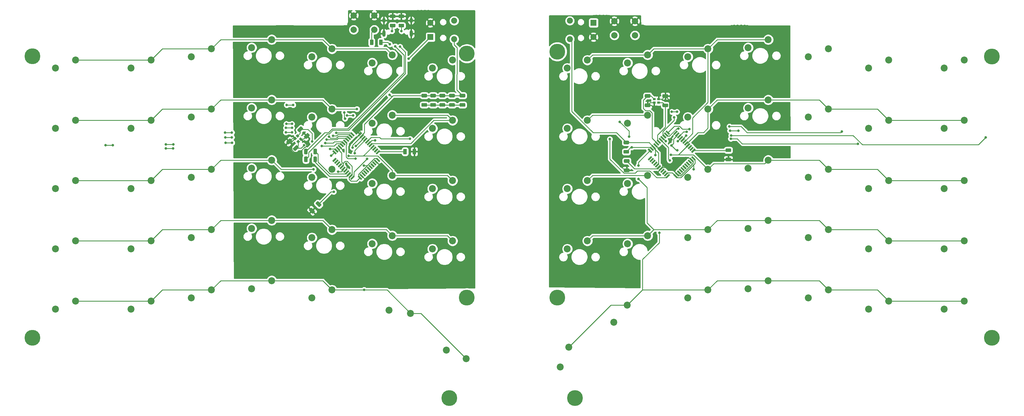
<source format=gbr>
%TF.GenerationSoftware,KiCad,Pcbnew,(5.1.10)-1*%
%TF.CreationDate,2021-08-09T17:58:55+02:00*%
%TF.ProjectId,T1,54312e6b-6963-4616-945f-706362585858,rev?*%
%TF.SameCoordinates,Original*%
%TF.FileFunction,Copper,L2,Bot*%
%TF.FilePolarity,Positive*%
%FSLAX46Y46*%
G04 Gerber Fmt 4.6, Leading zero omitted, Abs format (unit mm)*
G04 Created by KiCad (PCBNEW (5.1.10)-1) date 2021-08-09 17:58:55*
%MOMM*%
%LPD*%
G01*
G04 APERTURE LIST*
%TA.AperFunction,ComponentPad*%
%ADD10C,5.000000*%
%TD*%
%TA.AperFunction,SMDPad,CuDef*%
%ADD11R,0.900000X0.800000*%
%TD*%
%TA.AperFunction,SMDPad,CuDef*%
%ADD12C,0.100000*%
%TD*%
%TA.AperFunction,ComponentPad*%
%ADD13C,2.200000*%
%TD*%
%TA.AperFunction,ComponentPad*%
%ADD14O,1.000000X2.100000*%
%TD*%
%TA.AperFunction,ComponentPad*%
%ADD15O,1.000000X1.600000*%
%TD*%
%TA.AperFunction,ComponentPad*%
%ADD16C,2.000000*%
%TD*%
%TA.AperFunction,ComponentPad*%
%ADD17C,1.900000*%
%TD*%
%TA.AperFunction,ComponentPad*%
%ADD18R,1.900000X1.900000*%
%TD*%
%TA.AperFunction,ViaPad*%
%ADD19C,0.800000*%
%TD*%
%TA.AperFunction,Conductor*%
%ADD20C,0.250000*%
%TD*%
%TA.AperFunction,Conductor*%
%ADD21C,0.254000*%
%TD*%
%TA.AperFunction,Conductor*%
%ADD22C,0.100000*%
%TD*%
G04 APERTURE END LIST*
D10*
%TO.P,REF\u002A\u002A,1*%
%TO.N,N/C*%
X290512500Y-58896250D03*
%TD*%
%TO.P,REF\u002A\u002A,1*%
%TO.N,N/C*%
X290512500Y-147796250D03*
%TD*%
%TO.P,REF\u002A\u002A,1*%
%TO.N,N/C*%
X158750000Y-166846250D03*
%TD*%
%TO.P,REF\u002A\u002A,1*%
%TO.N,N/C*%
X153193750Y-135096250D03*
%TD*%
%TO.P,REF\u002A\u002A,1*%
%TO.N,N/C*%
X124618750Y-135096250D03*
%TD*%
%TO.P,REF\u002A\u002A,1*%
%TO.N,N/C*%
X153193750Y-57308750D03*
%TD*%
%TO.P,REF\u002A\u002A,1*%
%TO.N,N/C*%
X124618750Y-57943750D03*
%TD*%
%TO.P,REF\u002A\u002A,1*%
%TO.N,N/C*%
X119062500Y-166846250D03*
%TD*%
%TO.P,REF\u002A\u002A,1*%
%TO.N,N/C*%
X-12700000Y-58737500D03*
%TD*%
%TO.P,REF\u002A\u002A,1*%
%TO.N,N/C*%
X-12700000Y-147796250D03*
%TD*%
D11*
%TO.P,Y2,4*%
%TO.N,Net-(C10-Pad2)*%
X183831000Y-73448000D03*
%TO.P,Y2,3*%
%TO.N,Net-(C9-Pad1)*%
X185231000Y-73448000D03*
%TO.P,Y2,2*%
%TO.N,Net-(C10-Pad2)*%
X185231000Y-72348000D03*
%TO.P,Y2,1*%
%TO.N,Net-(C10-Pad1)*%
X183831000Y-72348000D03*
%TD*%
%TA.AperFunction,SMDPad,CuDef*%
D12*
%TO.P,Y1,4*%
%TO.N,GND*%
G36*
X72710990Y-84972304D02*
G01*
X72145304Y-85537990D01*
X71508908Y-84901594D01*
X72074594Y-84335908D01*
X72710990Y-84972304D01*
G37*
%TD.AperFunction*%
%TA.AperFunction,SMDPad,CuDef*%
%TO.P,Y1,3*%
%TO.N,Net-(C6-Pad1)*%
G36*
X71721041Y-83982355D02*
G01*
X71155355Y-84548041D01*
X70518959Y-83911645D01*
X71084645Y-83345959D01*
X71721041Y-83982355D01*
G37*
%TD.AperFunction*%
%TA.AperFunction,SMDPad,CuDef*%
%TO.P,Y1,2*%
%TO.N,GND*%
G36*
X70943224Y-84760172D02*
G01*
X70377538Y-85325858D01*
X69741142Y-84689462D01*
X70306828Y-84123776D01*
X70943224Y-84760172D01*
G37*
%TD.AperFunction*%
%TA.AperFunction,SMDPad,CuDef*%
%TO.P,Y1,1*%
%TO.N,Net-(C7-Pad1)*%
G36*
X71933173Y-85750121D02*
G01*
X71367487Y-86315807D01*
X70731091Y-85679411D01*
X71296777Y-85113725D01*
X71933173Y-85750121D01*
G37*
%TD.AperFunction*%
%TD*%
D13*
%TO.P,SW43,2*%
%TO.N,Net-(D41-Pad2)*%
X175412400Y-60858400D03*
%TO.P,SW43,1*%
%TO.N,/rightButtonSheet/row1*%
X181762400Y-58318400D03*
%TD*%
%TO.P,SW26,2*%
%TO.N,Net-(D26-Pad2)*%
X94716600Y-60858400D03*
%TO.P,SW26,1*%
%TO.N,/leftButtonSheet/row1*%
X101066600Y-58318400D03*
%TD*%
%TO.P,SW16,2*%
%TO.N,Net-(D16-Pad2)*%
X56610250Y-56038750D03*
%TO.P,SW16,1*%
%TO.N,/leftButtonSheet/row1*%
X62960250Y-53498750D03*
%TD*%
%TO.P,SW72,2*%
%TO.N,Net-(D70-Pad2)*%
X275494750Y-138715750D03*
%TO.P,SW72,1*%
%TO.N,/rightButtonSheet/row5*%
X281844750Y-136175750D03*
%TD*%
%TO.P,SW71,2*%
%TO.N,Net-(D69-Pad2)*%
X275494750Y-119665750D03*
%TO.P,SW71,1*%
%TO.N,/rightButtonSheet/row4*%
X281844750Y-117125750D03*
%TD*%
%TO.P,SW70,2*%
%TO.N,Net-(D68-Pad2)*%
X275494750Y-100615750D03*
%TO.P,SW70,1*%
%TO.N,/rightButtonSheet/row3*%
X281844750Y-98075750D03*
%TD*%
%TO.P,SW69,2*%
%TO.N,Net-(D67-Pad2)*%
X275494750Y-81565750D03*
%TO.P,SW69,1*%
%TO.N,/rightButtonSheet/row2*%
X281844750Y-79025750D03*
%TD*%
%TO.P,SW68,2*%
%TO.N,Net-(D66-Pad2)*%
X275494750Y-62515750D03*
%TO.P,SW68,1*%
%TO.N,/rightButtonSheet/row1*%
X281844750Y-59975750D03*
%TD*%
%TO.P,SW67,2*%
%TO.N,Net-(D65-Pad2)*%
X251618750Y-138715750D03*
%TO.P,SW67,1*%
%TO.N,/rightButtonSheet/row5*%
X257968750Y-136175750D03*
%TD*%
%TO.P,SW66,2*%
%TO.N,Net-(D64-Pad2)*%
X251618750Y-119665750D03*
%TO.P,SW66,1*%
%TO.N,/rightButtonSheet/row4*%
X257968750Y-117125750D03*
%TD*%
%TO.P,SW65,2*%
%TO.N,Net-(D63-Pad2)*%
X251618750Y-100615750D03*
%TO.P,SW65,1*%
%TO.N,/rightButtonSheet/row3*%
X257968750Y-98075750D03*
%TD*%
%TO.P,SW64,2*%
%TO.N,Net-(D62-Pad2)*%
X251618750Y-81565750D03*
%TO.P,SW64,1*%
%TO.N,/rightButtonSheet/row2*%
X257968750Y-79025750D03*
%TD*%
%TO.P,SW63,2*%
%TO.N,Net-(D61-Pad2)*%
X251618750Y-62515750D03*
%TO.P,SW63,1*%
%TO.N,/rightButtonSheet/row1*%
X257968750Y-59975750D03*
%TD*%
%TO.P,SW62,2*%
%TO.N,Net-(D60-Pad2)*%
X232568750Y-135159750D03*
%TO.P,SW62,1*%
%TO.N,/rightButtonSheet/row5*%
X238918750Y-132619750D03*
%TD*%
%TO.P,SW61,2*%
%TO.N,Net-(D59-Pad2)*%
X232568750Y-116109750D03*
%TO.P,SW61,1*%
%TO.N,/rightButtonSheet/row4*%
X238918750Y-113569750D03*
%TD*%
%TO.P,SW60,2*%
%TO.N,Net-(D58-Pad2)*%
X232568750Y-97059750D03*
%TO.P,SW60,1*%
%TO.N,/rightButtonSheet/row3*%
X238918750Y-94519750D03*
%TD*%
%TO.P,SW59,2*%
%TO.N,Net-(D57-Pad2)*%
X232568750Y-78009750D03*
%TO.P,SW59,1*%
%TO.N,/rightButtonSheet/row2*%
X238918750Y-75469750D03*
%TD*%
%TO.P,SW58,2*%
%TO.N,Net-(D56-Pad2)*%
X232568750Y-58959750D03*
%TO.P,SW58,1*%
%TO.N,/rightButtonSheet/row1*%
X238918750Y-56419750D03*
%TD*%
%TO.P,SW57,2*%
%TO.N,Net-(D55-Pad2)*%
X213518750Y-132238750D03*
%TO.P,SW57,1*%
%TO.N,/rightButtonSheet/row5*%
X219868750Y-129698750D03*
%TD*%
%TO.P,SW56,2*%
%TO.N,Net-(D54-Pad2)*%
X213518750Y-113188750D03*
%TO.P,SW56,1*%
%TO.N,/rightButtonSheet/row4*%
X219868750Y-110648750D03*
%TD*%
%TO.P,SW55,2*%
%TO.N,Net-(D53-Pad2)*%
X213518750Y-94138750D03*
%TO.P,SW55,1*%
%TO.N,/rightButtonSheet/row3*%
X219868750Y-91598750D03*
%TD*%
%TO.P,SW54,2*%
%TO.N,Net-(D52-Pad2)*%
X213518750Y-75088750D03*
%TO.P,SW54,1*%
%TO.N,/rightButtonSheet/row2*%
X219868750Y-72548750D03*
%TD*%
%TO.P,SW53,2*%
%TO.N,Net-(D51-Pad2)*%
X213518750Y-56038750D03*
%TO.P,SW53,1*%
%TO.N,/rightButtonSheet/row1*%
X219868750Y-53498750D03*
%TD*%
%TO.P,SW52,2*%
%TO.N,Net-(D50-Pad2)*%
X194468750Y-135159750D03*
%TO.P,SW52,1*%
%TO.N,/rightButtonSheet/row5*%
X200818750Y-132619750D03*
%TD*%
%TO.P,SW51,2*%
%TO.N,Net-(D49-Pad2)*%
X194468750Y-116109750D03*
%TO.P,SW51,1*%
%TO.N,/rightButtonSheet/row4*%
X200818750Y-113569750D03*
%TD*%
%TO.P,SW50,2*%
%TO.N,Net-(D48-Pad2)*%
X194468750Y-97059750D03*
%TO.P,SW50,1*%
%TO.N,/rightButtonSheet/row3*%
X200818750Y-94519750D03*
%TD*%
%TO.P,SW49,2*%
%TO.N,Net-(D47-Pad2)*%
X194468750Y-78009750D03*
%TO.P,SW49,1*%
%TO.N,/rightButtonSheet/row2*%
X200818750Y-75469750D03*
%TD*%
%TO.P,SW48,2*%
%TO.N,Net-(D46-Pad2)*%
X194468750Y-58959750D03*
%TO.P,SW48,1*%
%TO.N,/rightButtonSheet/row1*%
X200818750Y-56419750D03*
%TD*%
%TO.P,SW47,2*%
%TO.N,Net-(D45-Pad2)*%
X171103194Y-142820455D03*
%TO.P,SW47,1*%
%TO.N,/rightButtonSheet/row5*%
X175332455Y-137445750D03*
%TD*%
%TO.P,SW46,2*%
%TO.N,Net-(D44-Pad2)*%
X175418750Y-118014750D03*
%TO.P,SW46,1*%
%TO.N,/rightButtonSheet/row4*%
X181768750Y-115474750D03*
%TD*%
%TO.P,SW45,2*%
%TO.N,Net-(D43-Pad2)*%
X175418750Y-98964750D03*
%TO.P,SW45,1*%
%TO.N,/rightButtonSheet/row3*%
X181768750Y-96424750D03*
%TD*%
%TO.P,SW44,2*%
%TO.N,Net-(D42-Pad2)*%
X175418750Y-79914750D03*
%TO.P,SW44,1*%
%TO.N,/rightButtonSheet/row2*%
X181768750Y-77374750D03*
%TD*%
%TO.P,SW42,2*%
%TO.N,Net-(D40-Pad2)*%
X154164622Y-157012775D03*
%TO.P,SW42,1*%
%TO.N,/rightButtonSheet/row5*%
X156858699Y-150726596D03*
%TD*%
%TO.P,SW41,2*%
%TO.N,Net-(D39-Pad2)*%
X156368750Y-119665750D03*
%TO.P,SW41,1*%
%TO.N,/rightButtonSheet/row4*%
X162718750Y-117125750D03*
%TD*%
%TO.P,SW40,2*%
%TO.N,Net-(D38-Pad2)*%
X156368750Y-100615750D03*
%TO.P,SW40,1*%
%TO.N,/rightButtonSheet/row3*%
X162718750Y-98075750D03*
%TD*%
%TO.P,SW39,2*%
%TO.N,Net-(D37-Pad2)*%
X156368750Y-81565750D03*
%TO.P,SW39,1*%
%TO.N,/rightButtonSheet/row2*%
X162718750Y-79025750D03*
%TD*%
%TO.P,SW38,2*%
%TO.N,Net-(D36-Pad2)*%
X156368750Y-62515750D03*
%TO.P,SW38,1*%
%TO.N,/rightButtonSheet/row1*%
X162718750Y-59975750D03*
%TD*%
D14*
%TO.P,J1,S1*%
%TO.N,GND*%
X98391250Y-51612250D03*
X107031250Y-51612250D03*
D15*
X107031250Y-47432250D03*
X98391250Y-47432250D03*
%TD*%
%TA.AperFunction,SMDPad,CuDef*%
D12*
%TO.P,U2,44*%
%TO.N,Net-(J3-PadT)*%
G36*
X189834298Y-96312060D02*
G01*
X190223206Y-95923152D01*
X191283866Y-96983812D01*
X190894958Y-97372720D01*
X189834298Y-96312060D01*
G37*
%TD.AperFunction*%
%TA.AperFunction,SMDPad,CuDef*%
%TO.P,U2,43*%
%TO.N,Net-(C10-Pad2)*%
G36*
X190399983Y-95746374D02*
G01*
X190788891Y-95357466D01*
X191849551Y-96418126D01*
X191460643Y-96807034D01*
X190399983Y-95746374D01*
G37*
%TD.AperFunction*%
%TA.AperFunction,SMDPad,CuDef*%
%TO.P,U2,42*%
%TO.N,Net-(U2-Pad42)*%
G36*
X190965668Y-95180689D02*
G01*
X191354576Y-94791781D01*
X192415236Y-95852441D01*
X192026328Y-96241349D01*
X190965668Y-95180689D01*
G37*
%TD.AperFunction*%
%TA.AperFunction,SMDPad,CuDef*%
%TO.P,U2,41*%
%TO.N,Net-(U2-Pad41)*%
G36*
X191531354Y-94615004D02*
G01*
X191920262Y-94226096D01*
X192980922Y-95286756D01*
X192592014Y-95675664D01*
X191531354Y-94615004D01*
G37*
%TD.AperFunction*%
%TA.AperFunction,SMDPad,CuDef*%
%TO.P,U2,40*%
%TO.N,Net-(U2-Pad40)*%
G36*
X192097039Y-94049318D02*
G01*
X192485947Y-93660410D01*
X193546607Y-94721070D01*
X193157699Y-95109978D01*
X192097039Y-94049318D01*
G37*
%TD.AperFunction*%
%TA.AperFunction,SMDPad,CuDef*%
%TO.P,U2,39*%
%TO.N,Net-(U2-Pad39)*%
G36*
X192662725Y-93483633D02*
G01*
X193051633Y-93094725D01*
X194112293Y-94155385D01*
X193723385Y-94544293D01*
X192662725Y-93483633D01*
G37*
%TD.AperFunction*%
%TA.AperFunction,SMDPad,CuDef*%
%TO.P,U2,38*%
%TO.N,Net-(U2-Pad38)*%
G36*
X193228410Y-92917947D02*
G01*
X193617318Y-92529039D01*
X194677978Y-93589699D01*
X194289070Y-93978607D01*
X193228410Y-92917947D01*
G37*
%TD.AperFunction*%
%TA.AperFunction,SMDPad,CuDef*%
%TO.P,U2,37*%
%TO.N,Net-(U2-Pad37)*%
G36*
X193794096Y-92352262D02*
G01*
X194183004Y-91963354D01*
X195243664Y-93024014D01*
X194854756Y-93412922D01*
X193794096Y-92352262D01*
G37*
%TD.AperFunction*%
%TA.AperFunction,SMDPad,CuDef*%
%TO.P,U2,36*%
%TO.N,Net-(U2-Pad36)*%
G36*
X194359781Y-91786576D02*
G01*
X194748689Y-91397668D01*
X195809349Y-92458328D01*
X195420441Y-92847236D01*
X194359781Y-91786576D01*
G37*
%TD.AperFunction*%
%TA.AperFunction,SMDPad,CuDef*%
%TO.P,U2,35*%
%TO.N,Net-(C10-Pad2)*%
G36*
X194925466Y-91220891D02*
G01*
X195314374Y-90831983D01*
X196375034Y-91892643D01*
X195986126Y-92281551D01*
X194925466Y-91220891D01*
G37*
%TD.AperFunction*%
%TA.AperFunction,SMDPad,CuDef*%
%TO.P,U2,34*%
%TO.N,Net-(J3-PadT)*%
G36*
X195491152Y-90655206D02*
G01*
X195880060Y-90266298D01*
X196940720Y-91326958D01*
X196551812Y-91715866D01*
X195491152Y-90655206D01*
G37*
%TD.AperFunction*%
%TA.AperFunction,SMDPad,CuDef*%
%TO.P,U2,33*%
%TO.N,Net-(R6-Pad1)*%
G36*
X195880060Y-89311702D02*
G01*
X195491152Y-88922794D01*
X196551812Y-87862134D01*
X196940720Y-88251042D01*
X195880060Y-89311702D01*
G37*
%TD.AperFunction*%
%TA.AperFunction,SMDPad,CuDef*%
%TO.P,U2,32*%
%TO.N,Net-(U2-Pad32)*%
G36*
X195314374Y-88746017D02*
G01*
X194925466Y-88357109D01*
X195986126Y-87296449D01*
X196375034Y-87685357D01*
X195314374Y-88746017D01*
G37*
%TD.AperFunction*%
%TA.AperFunction,SMDPad,CuDef*%
%TO.P,U2,31*%
%TO.N,Net-(U2-Pad31)*%
G36*
X194748689Y-88180332D02*
G01*
X194359781Y-87791424D01*
X195420441Y-86730764D01*
X195809349Y-87119672D01*
X194748689Y-88180332D01*
G37*
%TD.AperFunction*%
%TA.AperFunction,SMDPad,CuDef*%
%TO.P,U2,30*%
%TO.N,/rightButtonSheet/row3*%
G36*
X194183004Y-87614646D02*
G01*
X193794096Y-87225738D01*
X194854756Y-86165078D01*
X195243664Y-86553986D01*
X194183004Y-87614646D01*
G37*
%TD.AperFunction*%
%TA.AperFunction,SMDPad,CuDef*%
%TO.P,U2,29*%
%TO.N,/rightButtonSheet/row2*%
G36*
X193617318Y-87048961D02*
G01*
X193228410Y-86660053D01*
X194289070Y-85599393D01*
X194677978Y-85988301D01*
X193617318Y-87048961D01*
G37*
%TD.AperFunction*%
%TA.AperFunction,SMDPad,CuDef*%
%TO.P,U2,28*%
%TO.N,/rightButtonSheet/row1*%
G36*
X193051633Y-86483275D02*
G01*
X192662725Y-86094367D01*
X193723385Y-85033707D01*
X194112293Y-85422615D01*
X193051633Y-86483275D01*
G37*
%TD.AperFunction*%
%TA.AperFunction,SMDPad,CuDef*%
%TO.P,U2,27*%
%TO.N,/rightButtonSheet/column7*%
G36*
X192485947Y-85917590D02*
G01*
X192097039Y-85528682D01*
X193157699Y-84468022D01*
X193546607Y-84856930D01*
X192485947Y-85917590D01*
G37*
%TD.AperFunction*%
%TA.AperFunction,SMDPad,CuDef*%
%TO.P,U2,26*%
%TO.N,/rightButtonSheet/column6*%
G36*
X191920262Y-85351904D02*
G01*
X191531354Y-84962996D01*
X192592014Y-83902336D01*
X192980922Y-84291244D01*
X191920262Y-85351904D01*
G37*
%TD.AperFunction*%
%TA.AperFunction,SMDPad,CuDef*%
%TO.P,U2,25*%
%TO.N,/rightButtonSheet/column4*%
G36*
X191354576Y-84786219D02*
G01*
X190965668Y-84397311D01*
X192026328Y-83336651D01*
X192415236Y-83725559D01*
X191354576Y-84786219D01*
G37*
%TD.AperFunction*%
%TA.AperFunction,SMDPad,CuDef*%
%TO.P,U2,24*%
%TO.N,Net-(J3-PadT)*%
G36*
X190788891Y-84220534D02*
G01*
X190399983Y-83831626D01*
X191460643Y-82770966D01*
X191849551Y-83159874D01*
X190788891Y-84220534D01*
G37*
%TD.AperFunction*%
%TA.AperFunction,SMDPad,CuDef*%
%TO.P,U2,23*%
%TO.N,Net-(C10-Pad2)*%
G36*
X190223206Y-83654848D02*
G01*
X189834298Y-83265940D01*
X190894958Y-82205280D01*
X191283866Y-82594188D01*
X190223206Y-83654848D01*
G37*
%TD.AperFunction*%
%TA.AperFunction,SMDPad,CuDef*%
%TO.P,U2,22*%
%TO.N,/rightButtonSheet/column5*%
G36*
X187430134Y-82594188D02*
G01*
X187819042Y-82205280D01*
X188879702Y-83265940D01*
X188490794Y-83654848D01*
X187430134Y-82594188D01*
G37*
%TD.AperFunction*%
%TA.AperFunction,SMDPad,CuDef*%
%TO.P,U2,21*%
%TO.N,/rightButtonSheet/column3*%
G36*
X186864449Y-83159874D02*
G01*
X187253357Y-82770966D01*
X188314017Y-83831626D01*
X187925109Y-84220534D01*
X186864449Y-83159874D01*
G37*
%TD.AperFunction*%
%TA.AperFunction,SMDPad,CuDef*%
%TO.P,U2,20*%
%TO.N,/rightButtonSheet/column2*%
G36*
X186298764Y-83725559D02*
G01*
X186687672Y-83336651D01*
X187748332Y-84397311D01*
X187359424Y-84786219D01*
X186298764Y-83725559D01*
G37*
%TD.AperFunction*%
%TA.AperFunction,SMDPad,CuDef*%
%TO.P,U2,19*%
%TO.N,/rightButtonSheet/column1*%
G36*
X185733078Y-84291244D02*
G01*
X186121986Y-83902336D01*
X187182646Y-84962996D01*
X186793738Y-85351904D01*
X185733078Y-84291244D01*
G37*
%TD.AperFunction*%
%TA.AperFunction,SMDPad,CuDef*%
%TO.P,U2,18*%
%TO.N,/rightButtonSheet/row5*%
G36*
X185167393Y-84856930D02*
G01*
X185556301Y-84468022D01*
X186616961Y-85528682D01*
X186228053Y-85917590D01*
X185167393Y-84856930D01*
G37*
%TD.AperFunction*%
%TA.AperFunction,SMDPad,CuDef*%
%TO.P,U2,17*%
%TO.N,Net-(C9-Pad1)*%
G36*
X184601707Y-85422615D02*
G01*
X184990615Y-85033707D01*
X186051275Y-86094367D01*
X185662367Y-86483275D01*
X184601707Y-85422615D01*
G37*
%TD.AperFunction*%
%TA.AperFunction,SMDPad,CuDef*%
%TO.P,U2,16*%
%TO.N,Net-(C10-Pad1)*%
G36*
X184036022Y-85988301D02*
G01*
X184424930Y-85599393D01*
X185485590Y-86660053D01*
X185096682Y-87048961D01*
X184036022Y-85988301D01*
G37*
%TD.AperFunction*%
%TA.AperFunction,SMDPad,CuDef*%
%TO.P,U2,15*%
%TO.N,Net-(C10-Pad2)*%
G36*
X183470336Y-86553986D02*
G01*
X183859244Y-86165078D01*
X184919904Y-87225738D01*
X184530996Y-87614646D01*
X183470336Y-86553986D01*
G37*
%TD.AperFunction*%
%TA.AperFunction,SMDPad,CuDef*%
%TO.P,U2,14*%
%TO.N,Net-(J3-PadT)*%
G36*
X182904651Y-87119672D02*
G01*
X183293559Y-86730764D01*
X184354219Y-87791424D01*
X183965311Y-88180332D01*
X182904651Y-87119672D01*
G37*
%TD.AperFunction*%
%TA.AperFunction,SMDPad,CuDef*%
%TO.P,U2,13*%
%TO.N,Net-(R5-Pad2)*%
G36*
X182338966Y-87685357D02*
G01*
X182727874Y-87296449D01*
X183788534Y-88357109D01*
X183399626Y-88746017D01*
X182338966Y-87685357D01*
G37*
%TD.AperFunction*%
%TA.AperFunction,SMDPad,CuDef*%
%TO.P,U2,12*%
%TO.N,/rightButtonSheet/row4*%
G36*
X181773280Y-88251042D02*
G01*
X182162188Y-87862134D01*
X183222848Y-88922794D01*
X182833940Y-89311702D01*
X181773280Y-88251042D01*
G37*
%TD.AperFunction*%
%TA.AperFunction,SMDPad,CuDef*%
%TO.P,U2,11*%
%TO.N,Net-(U2-Pad11)*%
G36*
X182162188Y-91715866D02*
G01*
X181773280Y-91326958D01*
X182833940Y-90266298D01*
X183222848Y-90655206D01*
X182162188Y-91715866D01*
G37*
%TD.AperFunction*%
%TA.AperFunction,SMDPad,CuDef*%
%TO.P,U2,10*%
%TO.N,Net-(U2-Pad10)*%
G36*
X182727874Y-92281551D02*
G01*
X182338966Y-91892643D01*
X183399626Y-90831983D01*
X183788534Y-91220891D01*
X182727874Y-92281551D01*
G37*
%TD.AperFunction*%
%TA.AperFunction,SMDPad,CuDef*%
%TO.P,U2,9*%
%TO.N,Net-(U2-Pad9)*%
G36*
X183293559Y-92847236D02*
G01*
X182904651Y-92458328D01*
X183965311Y-91397668D01*
X184354219Y-91786576D01*
X183293559Y-92847236D01*
G37*
%TD.AperFunction*%
%TA.AperFunction,SMDPad,CuDef*%
%TO.P,U2,8*%
%TO.N,Net-(U2-Pad8)*%
G36*
X183859244Y-93412922D02*
G01*
X183470336Y-93024014D01*
X184530996Y-91963354D01*
X184919904Y-92352262D01*
X183859244Y-93412922D01*
G37*
%TD.AperFunction*%
%TA.AperFunction,SMDPad,CuDef*%
%TO.P,U2,7*%
%TO.N,Net-(J3-PadT)*%
G36*
X184424930Y-93978607D02*
G01*
X184036022Y-93589699D01*
X185096682Y-92529039D01*
X185485590Y-92917947D01*
X184424930Y-93978607D01*
G37*
%TD.AperFunction*%
%TA.AperFunction,SMDPad,CuDef*%
%TO.P,U2,6*%
%TO.N,Net-(C11-Pad2)*%
G36*
X184990615Y-94544293D02*
G01*
X184601707Y-94155385D01*
X185662367Y-93094725D01*
X186051275Y-93483633D01*
X184990615Y-94544293D01*
G37*
%TD.AperFunction*%
%TA.AperFunction,SMDPad,CuDef*%
%TO.P,U2,5*%
%TO.N,Net-(C10-Pad2)*%
G36*
X185556301Y-95109978D02*
G01*
X185167393Y-94721070D01*
X186228053Y-93660410D01*
X186616961Y-94049318D01*
X185556301Y-95109978D01*
G37*
%TD.AperFunction*%
%TA.AperFunction,SMDPad,CuDef*%
%TO.P,U2,4*%
%TO.N,Net-(U2-Pad4)*%
G36*
X186121986Y-95675664D02*
G01*
X185733078Y-95286756D01*
X186793738Y-94226096D01*
X187182646Y-94615004D01*
X186121986Y-95675664D01*
G37*
%TD.AperFunction*%
%TA.AperFunction,SMDPad,CuDef*%
%TO.P,U2,3*%
%TO.N,Net-(U2-Pad3)*%
G36*
X186687672Y-96241349D02*
G01*
X186298764Y-95852441D01*
X187359424Y-94791781D01*
X187748332Y-95180689D01*
X186687672Y-96241349D01*
G37*
%TD.AperFunction*%
%TA.AperFunction,SMDPad,CuDef*%
%TO.P,U2,2*%
%TO.N,Net-(J3-PadT)*%
G36*
X187253357Y-96807034D02*
G01*
X186864449Y-96418126D01*
X187925109Y-95357466D01*
X188314017Y-95746374D01*
X187253357Y-96807034D01*
G37*
%TD.AperFunction*%
%TA.AperFunction,SMDPad,CuDef*%
%TO.P,U2,1*%
%TO.N,Net-(J3-PadR)*%
G36*
X187819042Y-97372720D02*
G01*
X187430134Y-96983812D01*
X188490794Y-95923152D01*
X188879702Y-96312060D01*
X187819042Y-97372720D01*
G37*
%TD.AperFunction*%
%TD*%
%TA.AperFunction,SMDPad,CuDef*%
%TO.P,U1,44*%
%TO.N,VCC*%
G36*
X90139298Y-96820060D02*
G01*
X90528206Y-96431152D01*
X91588866Y-97491812D01*
X91199958Y-97880720D01*
X90139298Y-96820060D01*
G37*
%TD.AperFunction*%
%TA.AperFunction,SMDPad,CuDef*%
%TO.P,U1,43*%
%TO.N,GND*%
G36*
X90704983Y-96254374D02*
G01*
X91093891Y-95865466D01*
X92154551Y-96926126D01*
X91765643Y-97315034D01*
X90704983Y-96254374D01*
G37*
%TD.AperFunction*%
%TA.AperFunction,SMDPad,CuDef*%
%TO.P,U1,42*%
%TO.N,Net-(U1-Pad42)*%
G36*
X91270668Y-95688689D02*
G01*
X91659576Y-95299781D01*
X92720236Y-96360441D01*
X92331328Y-96749349D01*
X91270668Y-95688689D01*
G37*
%TD.AperFunction*%
%TA.AperFunction,SMDPad,CuDef*%
%TO.P,U1,41*%
%TO.N,Net-(U1-Pad41)*%
G36*
X91836354Y-95123004D02*
G01*
X92225262Y-94734096D01*
X93285922Y-95794756D01*
X92897014Y-96183664D01*
X91836354Y-95123004D01*
G37*
%TD.AperFunction*%
%TA.AperFunction,SMDPad,CuDef*%
%TO.P,U1,40*%
%TO.N,Net-(U1-Pad40)*%
G36*
X92402039Y-94557318D02*
G01*
X92790947Y-94168410D01*
X93851607Y-95229070D01*
X93462699Y-95617978D01*
X92402039Y-94557318D01*
G37*
%TD.AperFunction*%
%TA.AperFunction,SMDPad,CuDef*%
%TO.P,U1,39*%
%TO.N,Net-(U1-Pad39)*%
G36*
X92967725Y-93991633D02*
G01*
X93356633Y-93602725D01*
X94417293Y-94663385D01*
X94028385Y-95052293D01*
X92967725Y-93991633D01*
G37*
%TD.AperFunction*%
%TA.AperFunction,SMDPad,CuDef*%
%TO.P,U1,38*%
%TO.N,Net-(U1-Pad38)*%
G36*
X93533410Y-93425947D02*
G01*
X93922318Y-93037039D01*
X94982978Y-94097699D01*
X94594070Y-94486607D01*
X93533410Y-93425947D01*
G37*
%TD.AperFunction*%
%TA.AperFunction,SMDPad,CuDef*%
%TO.P,U1,37*%
%TO.N,Net-(U1-Pad37)*%
G36*
X94099096Y-92860262D02*
G01*
X94488004Y-92471354D01*
X95548664Y-93532014D01*
X95159756Y-93920922D01*
X94099096Y-92860262D01*
G37*
%TD.AperFunction*%
%TA.AperFunction,SMDPad,CuDef*%
%TO.P,U1,36*%
%TO.N,Net-(U1-Pad36)*%
G36*
X94664781Y-92294576D02*
G01*
X95053689Y-91905668D01*
X96114349Y-92966328D01*
X95725441Y-93355236D01*
X94664781Y-92294576D01*
G37*
%TD.AperFunction*%
%TA.AperFunction,SMDPad,CuDef*%
%TO.P,U1,35*%
%TO.N,GND*%
G36*
X95230466Y-91728891D02*
G01*
X95619374Y-91339983D01*
X96680034Y-92400643D01*
X96291126Y-92789551D01*
X95230466Y-91728891D01*
G37*
%TD.AperFunction*%
%TA.AperFunction,SMDPad,CuDef*%
%TO.P,U1,34*%
%TO.N,VCC*%
G36*
X95796152Y-91163206D02*
G01*
X96185060Y-90774298D01*
X97245720Y-91834958D01*
X96856812Y-92223866D01*
X95796152Y-91163206D01*
G37*
%TD.AperFunction*%
%TA.AperFunction,SMDPad,CuDef*%
%TO.P,U1,33*%
%TO.N,Net-(R4-Pad1)*%
G36*
X96185060Y-89819702D02*
G01*
X95796152Y-89430794D01*
X96856812Y-88370134D01*
X97245720Y-88759042D01*
X96185060Y-89819702D01*
G37*
%TD.AperFunction*%
%TA.AperFunction,SMDPad,CuDef*%
%TO.P,U1,32*%
%TO.N,Net-(U1-Pad32)*%
G36*
X95619374Y-89254017D02*
G01*
X95230466Y-88865109D01*
X96291126Y-87804449D01*
X96680034Y-88193357D01*
X95619374Y-89254017D01*
G37*
%TD.AperFunction*%
%TA.AperFunction,SMDPad,CuDef*%
%TO.P,U1,31*%
%TO.N,Net-(U1-Pad31)*%
G36*
X95053689Y-88688332D02*
G01*
X94664781Y-88299424D01*
X95725441Y-87238764D01*
X96114349Y-87627672D01*
X95053689Y-88688332D01*
G37*
%TD.AperFunction*%
%TA.AperFunction,SMDPad,CuDef*%
%TO.P,U1,30*%
%TO.N,/leftButtonSheet/row3*%
G36*
X94488004Y-88122646D02*
G01*
X94099096Y-87733738D01*
X95159756Y-86673078D01*
X95548664Y-87061986D01*
X94488004Y-88122646D01*
G37*
%TD.AperFunction*%
%TA.AperFunction,SMDPad,CuDef*%
%TO.P,U1,29*%
%TO.N,/leftButtonSheet/row2*%
G36*
X93922318Y-87556961D02*
G01*
X93533410Y-87168053D01*
X94594070Y-86107393D01*
X94982978Y-86496301D01*
X93922318Y-87556961D01*
G37*
%TD.AperFunction*%
%TA.AperFunction,SMDPad,CuDef*%
%TO.P,U1,28*%
%TO.N,/leftButtonSheet/row1*%
G36*
X93356633Y-86991275D02*
G01*
X92967725Y-86602367D01*
X94028385Y-85541707D01*
X94417293Y-85930615D01*
X93356633Y-86991275D01*
G37*
%TD.AperFunction*%
%TA.AperFunction,SMDPad,CuDef*%
%TO.P,U1,27*%
%TO.N,/leftButtonSheet/column7*%
G36*
X92790947Y-86425590D02*
G01*
X92402039Y-86036682D01*
X93462699Y-84976022D01*
X93851607Y-85364930D01*
X92790947Y-86425590D01*
G37*
%TD.AperFunction*%
%TA.AperFunction,SMDPad,CuDef*%
%TO.P,U1,26*%
%TO.N,/leftButtonSheet/column6*%
G36*
X92225262Y-85859904D02*
G01*
X91836354Y-85470996D01*
X92897014Y-84410336D01*
X93285922Y-84799244D01*
X92225262Y-85859904D01*
G37*
%TD.AperFunction*%
%TA.AperFunction,SMDPad,CuDef*%
%TO.P,U1,25*%
%TO.N,/leftButtonSheet/column4*%
G36*
X91659576Y-85294219D02*
G01*
X91270668Y-84905311D01*
X92331328Y-83844651D01*
X92720236Y-84233559D01*
X91659576Y-85294219D01*
G37*
%TD.AperFunction*%
%TA.AperFunction,SMDPad,CuDef*%
%TO.P,U1,24*%
%TO.N,VCC*%
G36*
X91093891Y-84728534D02*
G01*
X90704983Y-84339626D01*
X91765643Y-83278966D01*
X92154551Y-83667874D01*
X91093891Y-84728534D01*
G37*
%TD.AperFunction*%
%TA.AperFunction,SMDPad,CuDef*%
%TO.P,U1,23*%
%TO.N,GND*%
G36*
X90528206Y-84162848D02*
G01*
X90139298Y-83773940D01*
X91199958Y-82713280D01*
X91588866Y-83102188D01*
X90528206Y-84162848D01*
G37*
%TD.AperFunction*%
%TA.AperFunction,SMDPad,CuDef*%
%TO.P,U1,22*%
%TO.N,/leftButtonSheet/column5*%
G36*
X87735134Y-83102188D02*
G01*
X88124042Y-82713280D01*
X89184702Y-83773940D01*
X88795794Y-84162848D01*
X87735134Y-83102188D01*
G37*
%TD.AperFunction*%
%TA.AperFunction,SMDPad,CuDef*%
%TO.P,U1,21*%
%TO.N,/leftButtonSheet/column3*%
G36*
X87169449Y-83667874D02*
G01*
X87558357Y-83278966D01*
X88619017Y-84339626D01*
X88230109Y-84728534D01*
X87169449Y-83667874D01*
G37*
%TD.AperFunction*%
%TA.AperFunction,SMDPad,CuDef*%
%TO.P,U1,20*%
%TO.N,/leftButtonSheet/column2*%
G36*
X86603764Y-84233559D02*
G01*
X86992672Y-83844651D01*
X88053332Y-84905311D01*
X87664424Y-85294219D01*
X86603764Y-84233559D01*
G37*
%TD.AperFunction*%
%TA.AperFunction,SMDPad,CuDef*%
%TO.P,U1,19*%
%TO.N,/leftButtonSheet/column1*%
G36*
X86038078Y-84799244D02*
G01*
X86426986Y-84410336D01*
X87487646Y-85470996D01*
X87098738Y-85859904D01*
X86038078Y-84799244D01*
G37*
%TD.AperFunction*%
%TA.AperFunction,SMDPad,CuDef*%
%TO.P,U1,18*%
%TO.N,/leftButtonSheet/row5*%
G36*
X85472393Y-85364930D02*
G01*
X85861301Y-84976022D01*
X86921961Y-86036682D01*
X86533053Y-86425590D01*
X85472393Y-85364930D01*
G37*
%TD.AperFunction*%
%TA.AperFunction,SMDPad,CuDef*%
%TO.P,U1,17*%
%TO.N,Net-(C6-Pad1)*%
G36*
X84906707Y-85930615D02*
G01*
X85295615Y-85541707D01*
X86356275Y-86602367D01*
X85967367Y-86991275D01*
X84906707Y-85930615D01*
G37*
%TD.AperFunction*%
%TA.AperFunction,SMDPad,CuDef*%
%TO.P,U1,16*%
%TO.N,Net-(C7-Pad1)*%
G36*
X84341022Y-86496301D02*
G01*
X84729930Y-86107393D01*
X85790590Y-87168053D01*
X85401682Y-87556961D01*
X84341022Y-86496301D01*
G37*
%TD.AperFunction*%
%TA.AperFunction,SMDPad,CuDef*%
%TO.P,U1,15*%
%TO.N,GND*%
G36*
X83775336Y-87061986D02*
G01*
X84164244Y-86673078D01*
X85224904Y-87733738D01*
X84835996Y-88122646D01*
X83775336Y-87061986D01*
G37*
%TD.AperFunction*%
%TA.AperFunction,SMDPad,CuDef*%
%TO.P,U1,14*%
%TO.N,VCC*%
G36*
X83209651Y-87627672D02*
G01*
X83598559Y-87238764D01*
X84659219Y-88299424D01*
X84270311Y-88688332D01*
X83209651Y-87627672D01*
G37*
%TD.AperFunction*%
%TA.AperFunction,SMDPad,CuDef*%
%TO.P,U1,13*%
%TO.N,Net-(R1-Pad2)*%
G36*
X82643966Y-88193357D02*
G01*
X83032874Y-87804449D01*
X84093534Y-88865109D01*
X83704626Y-89254017D01*
X82643966Y-88193357D01*
G37*
%TD.AperFunction*%
%TA.AperFunction,SMDPad,CuDef*%
%TO.P,U1,12*%
%TO.N,/leftButtonSheet/row4*%
G36*
X82078280Y-88759042D02*
G01*
X82467188Y-88370134D01*
X83527848Y-89430794D01*
X83138940Y-89819702D01*
X82078280Y-88759042D01*
G37*
%TD.AperFunction*%
%TA.AperFunction,SMDPad,CuDef*%
%TO.P,U1,11*%
%TO.N,Net-(U1-Pad11)*%
G36*
X82467188Y-92223866D02*
G01*
X82078280Y-91834958D01*
X83138940Y-90774298D01*
X83527848Y-91163206D01*
X82467188Y-92223866D01*
G37*
%TD.AperFunction*%
%TA.AperFunction,SMDPad,CuDef*%
%TO.P,U1,10*%
%TO.N,Net-(U1-Pad10)*%
G36*
X83032874Y-92789551D02*
G01*
X82643966Y-92400643D01*
X83704626Y-91339983D01*
X84093534Y-91728891D01*
X83032874Y-92789551D01*
G37*
%TD.AperFunction*%
%TA.AperFunction,SMDPad,CuDef*%
%TO.P,U1,9*%
%TO.N,Net-(U1-Pad9)*%
G36*
X83598559Y-93355236D02*
G01*
X83209651Y-92966328D01*
X84270311Y-91905668D01*
X84659219Y-92294576D01*
X83598559Y-93355236D01*
G37*
%TD.AperFunction*%
%TA.AperFunction,SMDPad,CuDef*%
%TO.P,U1,8*%
%TO.N,Net-(U1-Pad8)*%
G36*
X84164244Y-93920922D02*
G01*
X83775336Y-93532014D01*
X84835996Y-92471354D01*
X85224904Y-92860262D01*
X84164244Y-93920922D01*
G37*
%TD.AperFunction*%
%TA.AperFunction,SMDPad,CuDef*%
%TO.P,U1,7*%
%TO.N,VCC*%
G36*
X84729930Y-94486607D02*
G01*
X84341022Y-94097699D01*
X85401682Y-93037039D01*
X85790590Y-93425947D01*
X84729930Y-94486607D01*
G37*
%TD.AperFunction*%
%TA.AperFunction,SMDPad,CuDef*%
%TO.P,U1,6*%
%TO.N,Net-(C8-Pad2)*%
G36*
X85295615Y-95052293D02*
G01*
X84906707Y-94663385D01*
X85967367Y-93602725D01*
X86356275Y-93991633D01*
X85295615Y-95052293D01*
G37*
%TD.AperFunction*%
%TA.AperFunction,SMDPad,CuDef*%
%TO.P,U1,5*%
%TO.N,GND*%
G36*
X85861301Y-95617978D02*
G01*
X85472393Y-95229070D01*
X86533053Y-94168410D01*
X86921961Y-94557318D01*
X85861301Y-95617978D01*
G37*
%TD.AperFunction*%
%TA.AperFunction,SMDPad,CuDef*%
%TO.P,U1,4*%
%TO.N,Net-(R3-Pad1)*%
G36*
X86426986Y-96183664D02*
G01*
X86038078Y-95794756D01*
X87098738Y-94734096D01*
X87487646Y-95123004D01*
X86426986Y-96183664D01*
G37*
%TD.AperFunction*%
%TA.AperFunction,SMDPad,CuDef*%
%TO.P,U1,3*%
%TO.N,Net-(R2-Pad1)*%
G36*
X86992672Y-96749349D02*
G01*
X86603764Y-96360441D01*
X87664424Y-95299781D01*
X88053332Y-95688689D01*
X86992672Y-96749349D01*
G37*
%TD.AperFunction*%
%TA.AperFunction,SMDPad,CuDef*%
%TO.P,U1,2*%
%TO.N,VCC*%
G36*
X87558357Y-97315034D02*
G01*
X87169449Y-96926126D01*
X88230109Y-95865466D01*
X88619017Y-96254374D01*
X87558357Y-97315034D01*
G37*
%TD.AperFunction*%
%TA.AperFunction,SMDPad,CuDef*%
%TO.P,U1,1*%
%TO.N,Net-(J2-PadR)*%
G36*
X88124042Y-97880720D02*
G01*
X87735134Y-97491812D01*
X88795794Y-96431152D01*
X89184702Y-96820060D01*
X88124042Y-97880720D01*
G37*
%TD.AperFunction*%
%TD*%
D16*
%TO.P,SW37,1*%
%TO.N,Net-(C10-Pad2)*%
X177727750Y-47656750D03*
%TO.P,SW37,2*%
%TO.N,Net-(R5-Pad2)*%
X177727750Y-52156750D03*
%TO.P,SW37,1*%
%TO.N,Net-(C10-Pad2)*%
X171227750Y-47656750D03*
%TO.P,SW37,2*%
%TO.N,Net-(R5-Pad2)*%
X171227750Y-52156750D03*
%TD*%
%TO.P,SW36,1*%
%TO.N,GND*%
X95368250Y-45878750D03*
%TO.P,SW36,2*%
%TO.N,Net-(R1-Pad2)*%
X95368250Y-50378750D03*
%TO.P,SW36,1*%
%TO.N,GND*%
X88868250Y-45878750D03*
%TO.P,SW36,2*%
%TO.N,Net-(R1-Pad2)*%
X88868250Y-50378750D03*
%TD*%
D13*
%TO.P,SW35,2*%
%TO.N,Net-(D35-Pad2)*%
X118142071Y-151642673D03*
%TO.P,SW35,1*%
%TO.N,/leftButtonSheet/row5*%
X124428250Y-154336750D03*
%TD*%
%TO.P,SW34,2*%
%TO.N,Net-(D34-Pad2)*%
X113760250Y-119665750D03*
%TO.P,SW34,1*%
%TO.N,/leftButtonSheet/row4*%
X120110250Y-117125750D03*
%TD*%
%TO.P,SW33,2*%
%TO.N,Net-(D33-Pad2)*%
X113760250Y-100615750D03*
%TO.P,SW33,1*%
%TO.N,/leftButtonSheet/row3*%
X120110250Y-98075750D03*
%TD*%
%TO.P,SW32,2*%
%TO.N,Net-(D32-Pad2)*%
X113760250Y-81565750D03*
%TO.P,SW32,1*%
%TO.N,/leftButtonSheet/row2*%
X120110250Y-79025750D03*
%TD*%
%TO.P,SW31,2*%
%TO.N,Net-(D31-Pad2)*%
X113760250Y-62515750D03*
%TO.P,SW31,1*%
%TO.N,/leftButtonSheet/row1*%
X120110250Y-59975750D03*
%TD*%
%TO.P,SW30,2*%
%TO.N,Net-(D30-Pad2)*%
X100046694Y-139056046D03*
%TO.P,SW30,1*%
%TO.N,/leftButtonSheet/row5*%
X106815955Y-140031341D03*
%TD*%
%TO.P,SW29,2*%
%TO.N,Net-(D29-Pad2)*%
X94710250Y-118014750D03*
%TO.P,SW29,1*%
%TO.N,/leftButtonSheet/row4*%
X101060250Y-115474750D03*
%TD*%
%TO.P,SW28,2*%
%TO.N,Net-(D28-Pad2)*%
X94710250Y-98964750D03*
%TO.P,SW28,1*%
%TO.N,/leftButtonSheet/row3*%
X101060250Y-96424750D03*
%TD*%
%TO.P,SW27,2*%
%TO.N,Net-(D27-Pad2)*%
X94710250Y-79914750D03*
%TO.P,SW27,1*%
%TO.N,/leftButtonSheet/row2*%
X101060250Y-77374750D03*
%TD*%
%TO.P,SW25,2*%
%TO.N,Net-(D25-Pad2)*%
X75660250Y-135159750D03*
%TO.P,SW25,1*%
%TO.N,/leftButtonSheet/row5*%
X82010250Y-132619750D03*
%TD*%
%TO.P,SW24,2*%
%TO.N,Net-(D24-Pad2)*%
X75660250Y-116109750D03*
%TO.P,SW24,1*%
%TO.N,/leftButtonSheet/row4*%
X82010250Y-113569750D03*
%TD*%
%TO.P,SW23,2*%
%TO.N,Net-(D23-Pad2)*%
X75660250Y-97059750D03*
%TO.P,SW23,1*%
%TO.N,/leftButtonSheet/row3*%
X82010250Y-94519750D03*
%TD*%
%TO.P,SW22,2*%
%TO.N,Net-(D22-Pad2)*%
X75660250Y-78009750D03*
%TO.P,SW22,1*%
%TO.N,/leftButtonSheet/row2*%
X82010250Y-75469750D03*
%TD*%
%TO.P,SW21,2*%
%TO.N,Net-(D21-Pad2)*%
X75660250Y-58959750D03*
%TO.P,SW21,1*%
%TO.N,/leftButtonSheet/row1*%
X82010250Y-56419750D03*
%TD*%
%TO.P,SW20,2*%
%TO.N,Net-(D20-Pad2)*%
X56610250Y-132238750D03*
%TO.P,SW20,1*%
%TO.N,/leftButtonSheet/row5*%
X62960250Y-129698750D03*
%TD*%
%TO.P,SW19,2*%
%TO.N,Net-(D19-Pad2)*%
X56610250Y-113188750D03*
%TO.P,SW19,1*%
%TO.N,/leftButtonSheet/row4*%
X62960250Y-110648750D03*
%TD*%
%TO.P,SW18,2*%
%TO.N,Net-(D18-Pad2)*%
X56610250Y-94138750D03*
%TO.P,SW18,1*%
%TO.N,/leftButtonSheet/row3*%
X62960250Y-91598750D03*
%TD*%
%TO.P,SW17,2*%
%TO.N,Net-(D17-Pad2)*%
X56610250Y-75088750D03*
%TO.P,SW17,1*%
%TO.N,/leftButtonSheet/row2*%
X62960250Y-72548750D03*
%TD*%
%TO.P,SW15,2*%
%TO.N,Net-(D15-Pad2)*%
X37560250Y-135159750D03*
%TO.P,SW15,1*%
%TO.N,/leftButtonSheet/row5*%
X43910250Y-132619750D03*
%TD*%
%TO.P,SW14,2*%
%TO.N,Net-(D14-Pad2)*%
X37560250Y-116109750D03*
%TO.P,SW14,1*%
%TO.N,/leftButtonSheet/row4*%
X43910250Y-113569750D03*
%TD*%
%TO.P,SW13,2*%
%TO.N,Net-(D13-Pad2)*%
X37560250Y-97059750D03*
%TO.P,SW13,1*%
%TO.N,/leftButtonSheet/row3*%
X43910250Y-94519750D03*
%TD*%
%TO.P,SW12,2*%
%TO.N,Net-(D12-Pad2)*%
X37560250Y-78009750D03*
%TO.P,SW12,1*%
%TO.N,/leftButtonSheet/row2*%
X43910250Y-75469750D03*
%TD*%
%TO.P,SW11,2*%
%TO.N,Net-(D11-Pad2)*%
X37560250Y-58959750D03*
%TO.P,SW11,1*%
%TO.N,/leftButtonSheet/row1*%
X43910250Y-56419750D03*
%TD*%
%TO.P,SW10,2*%
%TO.N,Net-(D10-Pad2)*%
X18510250Y-138715750D03*
%TO.P,SW10,1*%
%TO.N,/leftButtonSheet/row5*%
X24860250Y-136175750D03*
%TD*%
%TO.P,SW9,2*%
%TO.N,Net-(D9-Pad2)*%
X18510250Y-119665750D03*
%TO.P,SW9,1*%
%TO.N,/leftButtonSheet/row4*%
X24860250Y-117125750D03*
%TD*%
%TO.P,SW8,2*%
%TO.N,Net-(D8-Pad2)*%
X18510250Y-100615750D03*
%TO.P,SW8,1*%
%TO.N,/leftButtonSheet/row3*%
X24860250Y-98075750D03*
%TD*%
%TO.P,SW7,2*%
%TO.N,Net-(D7-Pad2)*%
X18510250Y-81565750D03*
%TO.P,SW7,1*%
%TO.N,/leftButtonSheet/row2*%
X24860250Y-79025750D03*
%TD*%
%TO.P,SW6,2*%
%TO.N,Net-(D6-Pad2)*%
X18510250Y-62515750D03*
%TO.P,SW6,1*%
%TO.N,/leftButtonSheet/row1*%
X24860250Y-59975750D03*
%TD*%
%TO.P,SW5,2*%
%TO.N,Net-(D5-Pad2)*%
X-5365750Y-138715750D03*
%TO.P,SW5,1*%
%TO.N,/leftButtonSheet/row5*%
X984250Y-136175750D03*
%TD*%
%TO.P,SW4,2*%
%TO.N,Net-(D4-Pad2)*%
X-5365750Y-119665750D03*
%TO.P,SW4,1*%
%TO.N,/leftButtonSheet/row4*%
X984250Y-117125750D03*
%TD*%
%TO.P,SW3,2*%
%TO.N,Net-(D3-Pad2)*%
X-5365750Y-100615750D03*
%TO.P,SW3,1*%
%TO.N,/leftButtonSheet/row3*%
X984250Y-98075750D03*
%TD*%
%TO.P,SW2,2*%
%TO.N,Net-(D2-Pad2)*%
X-5365750Y-81565750D03*
%TO.P,SW2,1*%
%TO.N,/leftButtonSheet/row2*%
X984250Y-79025750D03*
%TD*%
%TO.P,SW1,2*%
%TO.N,Net-(D1-Pad2)*%
X-5365750Y-62515750D03*
%TO.P,SW1,1*%
%TO.N,/leftButtonSheet/row1*%
X984250Y-59975750D03*
%TD*%
%TO.P,R8,2*%
%TO.N,Net-(J1-PadB5)*%
%TA.AperFunction,SMDPad,CuDef*%
G36*
G01*
X100562247Y-48493250D02*
X101812253Y-48493250D01*
G75*
G02*
X102062250Y-48743247I0J-249997D01*
G01*
X102062250Y-49368253D01*
G75*
G02*
X101812253Y-49618250I-249997J0D01*
G01*
X100562247Y-49618250D01*
G75*
G02*
X100312250Y-49368253I0J249997D01*
G01*
X100312250Y-48743247D01*
G75*
G02*
X100562247Y-48493250I249997J0D01*
G01*
G37*
%TD.AperFunction*%
%TO.P,R8,1*%
%TO.N,GND*%
%TA.AperFunction,SMDPad,CuDef*%
G36*
G01*
X100562247Y-45568250D02*
X101812253Y-45568250D01*
G75*
G02*
X102062250Y-45818247I0J-249997D01*
G01*
X102062250Y-46443253D01*
G75*
G02*
X101812253Y-46693250I-249997J0D01*
G01*
X100562247Y-46693250D01*
G75*
G02*
X100312250Y-46443253I0J249997D01*
G01*
X100312250Y-45818247D01*
G75*
G02*
X100562247Y-45568250I249997J0D01*
G01*
G37*
%TD.AperFunction*%
%TD*%
%TO.P,R7,2*%
%TO.N,Net-(J1-PadA5)*%
%TA.AperFunction,SMDPad,CuDef*%
G36*
G01*
X103292747Y-48493250D02*
X104542753Y-48493250D01*
G75*
G02*
X104792750Y-48743247I0J-249997D01*
G01*
X104792750Y-49368253D01*
G75*
G02*
X104542753Y-49618250I-249997J0D01*
G01*
X103292747Y-49618250D01*
G75*
G02*
X103042750Y-49368253I0J249997D01*
G01*
X103042750Y-48743247D01*
G75*
G02*
X103292747Y-48493250I249997J0D01*
G01*
G37*
%TD.AperFunction*%
%TO.P,R7,1*%
%TO.N,GND*%
%TA.AperFunction,SMDPad,CuDef*%
G36*
G01*
X103292747Y-45568250D02*
X104542753Y-45568250D01*
G75*
G02*
X104792750Y-45818247I0J-249997D01*
G01*
X104792750Y-46443253D01*
G75*
G02*
X104542753Y-46693250I-249997J0D01*
G01*
X103292747Y-46693250D01*
G75*
G02*
X103042750Y-46443253I0J249997D01*
G01*
X103042750Y-45818247D01*
G75*
G02*
X103292747Y-45568250I249997J0D01*
G01*
G37*
%TD.AperFunction*%
%TD*%
%TO.P,R6,2*%
%TO.N,Net-(C10-Pad2)*%
%TA.AperFunction,SMDPad,CuDef*%
G36*
G01*
X206638997Y-90816000D02*
X207889003Y-90816000D01*
G75*
G02*
X208139000Y-91065997I0J-249997D01*
G01*
X208139000Y-91691003D01*
G75*
G02*
X207889003Y-91941000I-249997J0D01*
G01*
X206638997Y-91941000D01*
G75*
G02*
X206389000Y-91691003I0J249997D01*
G01*
X206389000Y-91065997D01*
G75*
G02*
X206638997Y-90816000I249997J0D01*
G01*
G37*
%TD.AperFunction*%
%TO.P,R6,1*%
%TO.N,Net-(R6-Pad1)*%
%TA.AperFunction,SMDPad,CuDef*%
G36*
G01*
X206638997Y-87891000D02*
X207889003Y-87891000D01*
G75*
G02*
X208139000Y-88140997I0J-249997D01*
G01*
X208139000Y-88766003D01*
G75*
G02*
X207889003Y-89016000I-249997J0D01*
G01*
X206638997Y-89016000D01*
G75*
G02*
X206389000Y-88766003I0J249997D01*
G01*
X206389000Y-88140997D01*
G75*
G02*
X206638997Y-87891000I249997J0D01*
G01*
G37*
%TD.AperFunction*%
%TD*%
%TO.P,R5,2*%
%TO.N,Net-(R5-Pad2)*%
%TA.AperFunction,SMDPad,CuDef*%
G36*
G01*
X174380997Y-88403000D02*
X175631003Y-88403000D01*
G75*
G02*
X175881000Y-88652997I0J-249997D01*
G01*
X175881000Y-89278003D01*
G75*
G02*
X175631003Y-89528000I-249997J0D01*
G01*
X174380997Y-89528000D01*
G75*
G02*
X174131000Y-89278003I0J249997D01*
G01*
X174131000Y-88652997D01*
G75*
G02*
X174380997Y-88403000I249997J0D01*
G01*
G37*
%TD.AperFunction*%
%TO.P,R5,1*%
%TO.N,Net-(J3-PadT)*%
%TA.AperFunction,SMDPad,CuDef*%
G36*
G01*
X174380997Y-85478000D02*
X175631003Y-85478000D01*
G75*
G02*
X175881000Y-85727997I0J-249997D01*
G01*
X175881000Y-86353003D01*
G75*
G02*
X175631003Y-86603000I-249997J0D01*
G01*
X174380997Y-86603000D01*
G75*
G02*
X174131000Y-86353003I0J249997D01*
G01*
X174131000Y-85727997D01*
G75*
G02*
X174380997Y-85478000I249997J0D01*
G01*
G37*
%TD.AperFunction*%
%TD*%
%TO.P,R4,2*%
%TO.N,GND*%
%TA.AperFunction,SMDPad,CuDef*%
G36*
G01*
X107453000Y-89525003D02*
X107453000Y-88274997D01*
G75*
G02*
X107702997Y-88025000I249997J0D01*
G01*
X108328003Y-88025000D01*
G75*
G02*
X108578000Y-88274997I0J-249997D01*
G01*
X108578000Y-89525003D01*
G75*
G02*
X108328003Y-89775000I-249997J0D01*
G01*
X107702997Y-89775000D01*
G75*
G02*
X107453000Y-89525003I0J249997D01*
G01*
G37*
%TD.AperFunction*%
%TO.P,R4,1*%
%TO.N,Net-(R4-Pad1)*%
%TA.AperFunction,SMDPad,CuDef*%
G36*
G01*
X104528000Y-89525003D02*
X104528000Y-88274997D01*
G75*
G02*
X104777997Y-88025000I249997J0D01*
G01*
X105403003Y-88025000D01*
G75*
G02*
X105653000Y-88274997I0J-249997D01*
G01*
X105653000Y-89525003D01*
G75*
G02*
X105403003Y-89775000I-249997J0D01*
G01*
X104777997Y-89775000D01*
G75*
G02*
X104528000Y-89525003I0J249997D01*
G01*
G37*
%TD.AperFunction*%
%TD*%
%TO.P,R3,2*%
%TO.N,Net-(J1-PadA6)*%
%TA.AperFunction,SMDPad,CuDef*%
G36*
G01*
X74315750Y-88243247D02*
X74315750Y-89493253D01*
G75*
G02*
X74065753Y-89743250I-249997J0D01*
G01*
X73440747Y-89743250D01*
G75*
G02*
X73190750Y-89493253I0J249997D01*
G01*
X73190750Y-88243247D01*
G75*
G02*
X73440747Y-87993250I249997J0D01*
G01*
X74065753Y-87993250D01*
G75*
G02*
X74315750Y-88243247I0J-249997D01*
G01*
G37*
%TD.AperFunction*%
%TO.P,R3,1*%
%TO.N,Net-(R3-Pad1)*%
%TA.AperFunction,SMDPad,CuDef*%
G36*
G01*
X77240750Y-88243247D02*
X77240750Y-89493253D01*
G75*
G02*
X76990753Y-89743250I-249997J0D01*
G01*
X76365747Y-89743250D01*
G75*
G02*
X76115750Y-89493253I0J249997D01*
G01*
X76115750Y-88243247D01*
G75*
G02*
X76365747Y-87993250I249997J0D01*
G01*
X76990753Y-87993250D01*
G75*
G02*
X77240750Y-88243247I0J-249997D01*
G01*
G37*
%TD.AperFunction*%
%TD*%
%TO.P,R2,2*%
%TO.N,Net-(J1-PadA7)*%
%TA.AperFunction,SMDPad,CuDef*%
G36*
G01*
X74315750Y-90719747D02*
X74315750Y-91969753D01*
G75*
G02*
X74065753Y-92219750I-249997J0D01*
G01*
X73440747Y-92219750D01*
G75*
G02*
X73190750Y-91969753I0J249997D01*
G01*
X73190750Y-90719747D01*
G75*
G02*
X73440747Y-90469750I249997J0D01*
G01*
X74065753Y-90469750D01*
G75*
G02*
X74315750Y-90719747I0J-249997D01*
G01*
G37*
%TD.AperFunction*%
%TO.P,R2,1*%
%TO.N,Net-(R2-Pad1)*%
%TA.AperFunction,SMDPad,CuDef*%
G36*
G01*
X77240750Y-90719747D02*
X77240750Y-91969753D01*
G75*
G02*
X76990753Y-92219750I-249997J0D01*
G01*
X76365747Y-92219750D01*
G75*
G02*
X76115750Y-91969753I0J249997D01*
G01*
X76115750Y-90719747D01*
G75*
G02*
X76365747Y-90469750I249997J0D01*
G01*
X76990753Y-90469750D01*
G75*
G02*
X77240750Y-90719747I0J-249997D01*
G01*
G37*
%TD.AperFunction*%
%TD*%
%TO.P,R1,2*%
%TO.N,Net-(R1-Pad2)*%
%TA.AperFunction,SMDPad,CuDef*%
G36*
G01*
X95112000Y-53730997D02*
X95112000Y-54981003D01*
G75*
G02*
X94862003Y-55231000I-249997J0D01*
G01*
X94236997Y-55231000D01*
G75*
G02*
X93987000Y-54981003I0J249997D01*
G01*
X93987000Y-53730997D01*
G75*
G02*
X94236997Y-53481000I249997J0D01*
G01*
X94862003Y-53481000D01*
G75*
G02*
X95112000Y-53730997I0J-249997D01*
G01*
G37*
%TD.AperFunction*%
%TO.P,R1,1*%
%TO.N,VCC*%
%TA.AperFunction,SMDPad,CuDef*%
G36*
G01*
X98037000Y-53730997D02*
X98037000Y-54981003D01*
G75*
G02*
X97787003Y-55231000I-249997J0D01*
G01*
X97161997Y-55231000D01*
G75*
G02*
X96912000Y-54981003I0J249997D01*
G01*
X96912000Y-53730997D01*
G75*
G02*
X97161997Y-53481000I249997J0D01*
G01*
X97787003Y-53481000D01*
G75*
G02*
X98037000Y-53730997I0J-249997D01*
G01*
G37*
%TD.AperFunction*%
%TD*%
D17*
%TO.P,J3,S*%
%TO.N,Net-(C10-Pad2)*%
X164646750Y-52700750D03*
D18*
%TO.P,J3,R*%
%TO.N,Net-(J3-PadR)*%
X164646750Y-48200750D03*
D17*
%TO.P,J3,T*%
%TO.N,Net-(J3-PadT)*%
X157146750Y-53350750D03*
X157146750Y-47550750D03*
%TD*%
%TO.P,J2,S*%
%TO.N,GND*%
X113102250Y-48200750D03*
D18*
%TO.P,J2,R*%
%TO.N,Net-(J2-PadR)*%
X113102250Y-52700750D03*
D17*
%TO.P,J2,T*%
%TO.N,VCC*%
X120602250Y-47550750D03*
X120602250Y-53350750D03*
%TD*%
%TO.P,C11,2*%
%TO.N,Net-(C11-Pad2)*%
%TA.AperFunction,SMDPad,CuDef*%
G36*
G01*
X175783001Y-92445000D02*
X174482999Y-92445000D01*
G75*
G02*
X174233000Y-92195001I0J249999D01*
G01*
X174233000Y-91544999D01*
G75*
G02*
X174482999Y-91295000I249999J0D01*
G01*
X175783001Y-91295000D01*
G75*
G02*
X176033000Y-91544999I0J-249999D01*
G01*
X176033000Y-92195001D01*
G75*
G02*
X175783001Y-92445000I-249999J0D01*
G01*
G37*
%TD.AperFunction*%
%TO.P,C11,1*%
%TO.N,Net-(C10-Pad2)*%
%TA.AperFunction,SMDPad,CuDef*%
G36*
G01*
X175783001Y-95395000D02*
X174482999Y-95395000D01*
G75*
G02*
X174233000Y-95145001I0J249999D01*
G01*
X174233000Y-94494999D01*
G75*
G02*
X174482999Y-94245000I249999J0D01*
G01*
X175783001Y-94245000D01*
G75*
G02*
X176033000Y-94494999I0J-249999D01*
G01*
X176033000Y-95145001D01*
G75*
G02*
X175783001Y-95395000I-249999J0D01*
G01*
G37*
%TD.AperFunction*%
%TD*%
%TO.P,C10,2*%
%TO.N,Net-(C10-Pad2)*%
%TA.AperFunction,SMDPad,CuDef*%
G36*
G01*
X181086999Y-73671000D02*
X182387001Y-73671000D01*
G75*
G02*
X182637000Y-73920999I0J-249999D01*
G01*
X182637000Y-74571001D01*
G75*
G02*
X182387001Y-74821000I-249999J0D01*
G01*
X181086999Y-74821000D01*
G75*
G02*
X180837000Y-74571001I0J249999D01*
G01*
X180837000Y-73920999D01*
G75*
G02*
X181086999Y-73671000I249999J0D01*
G01*
G37*
%TD.AperFunction*%
%TO.P,C10,1*%
%TO.N,Net-(C10-Pad1)*%
%TA.AperFunction,SMDPad,CuDef*%
G36*
G01*
X181086999Y-70721000D02*
X182387001Y-70721000D01*
G75*
G02*
X182637000Y-70970999I0J-249999D01*
G01*
X182637000Y-71621001D01*
G75*
G02*
X182387001Y-71871000I-249999J0D01*
G01*
X181086999Y-71871000D01*
G75*
G02*
X180837000Y-71621001I0J249999D01*
G01*
X180837000Y-70970999D01*
G75*
G02*
X181086999Y-70721000I249999J0D01*
G01*
G37*
%TD.AperFunction*%
%TD*%
%TO.P,C9,2*%
%TO.N,Net-(C10-Pad2)*%
%TA.AperFunction,SMDPad,CuDef*%
G36*
G01*
X187975001Y-71920000D02*
X186674999Y-71920000D01*
G75*
G02*
X186425000Y-71670001I0J249999D01*
G01*
X186425000Y-71019999D01*
G75*
G02*
X186674999Y-70770000I249999J0D01*
G01*
X187975001Y-70770000D01*
G75*
G02*
X188225000Y-71019999I0J-249999D01*
G01*
X188225000Y-71670001D01*
G75*
G02*
X187975001Y-71920000I-249999J0D01*
G01*
G37*
%TD.AperFunction*%
%TO.P,C9,1*%
%TO.N,Net-(C9-Pad1)*%
%TA.AperFunction,SMDPad,CuDef*%
G36*
G01*
X187975001Y-74870000D02*
X186674999Y-74870000D01*
G75*
G02*
X186425000Y-74620001I0J249999D01*
G01*
X186425000Y-73969999D01*
G75*
G02*
X186674999Y-73720000I249999J0D01*
G01*
X187975001Y-73720000D01*
G75*
G02*
X188225000Y-73969999I0J-249999D01*
G01*
X188225000Y-74620001D01*
G75*
G02*
X187975001Y-74870000I-249999J0D01*
G01*
G37*
%TD.AperFunction*%
%TD*%
%TO.P,C8,2*%
%TO.N,Net-(C8-Pad2)*%
%TA.AperFunction,SMDPad,CuDef*%
G36*
G01*
X77804017Y-106376224D02*
X76884776Y-105456983D01*
G75*
G02*
X76884776Y-105103431I176776J176776D01*
G01*
X77344397Y-104643810D01*
G75*
G02*
X77697949Y-104643810I176776J-176776D01*
G01*
X78617190Y-105563051D01*
G75*
G02*
X78617190Y-105916603I-176776J-176776D01*
G01*
X78157569Y-106376224D01*
G75*
G02*
X77804017Y-106376224I-176776J176776D01*
G01*
G37*
%TD.AperFunction*%
%TO.P,C8,1*%
%TO.N,GND*%
%TA.AperFunction,SMDPad,CuDef*%
G36*
G01*
X75718051Y-108462190D02*
X74798810Y-107542949D01*
G75*
G02*
X74798810Y-107189397I176776J176776D01*
G01*
X75258431Y-106729776D01*
G75*
G02*
X75611983Y-106729776I176776J-176776D01*
G01*
X76531224Y-107649017D01*
G75*
G02*
X76531224Y-108002569I-176776J-176776D01*
G01*
X76071603Y-108462190D01*
G75*
G02*
X75718051Y-108462190I-176776J176776D01*
G01*
G37*
%TD.AperFunction*%
%TD*%
%TO.P,C7,2*%
%TO.N,GND*%
%TA.AperFunction,SMDPad,CuDef*%
G36*
G01*
X69341224Y-85644983D02*
X68421983Y-86564224D01*
G75*
G02*
X68068431Y-86564224I-176776J176776D01*
G01*
X67608810Y-86104603D01*
G75*
G02*
X67608810Y-85751051I176776J176776D01*
G01*
X68528051Y-84831810D01*
G75*
G02*
X68881603Y-84831810I176776J-176776D01*
G01*
X69341224Y-85291431D01*
G75*
G02*
X69341224Y-85644983I-176776J-176776D01*
G01*
G37*
%TD.AperFunction*%
%TO.P,C7,1*%
%TO.N,Net-(C7-Pad1)*%
%TA.AperFunction,SMDPad,CuDef*%
G36*
G01*
X71427190Y-87730949D02*
X70507949Y-88650190D01*
G75*
G02*
X70154397Y-88650190I-176776J176776D01*
G01*
X69694776Y-88190569D01*
G75*
G02*
X69694776Y-87837017I176776J176776D01*
G01*
X70614017Y-86917776D01*
G75*
G02*
X70967569Y-86917776I176776J-176776D01*
G01*
X71427190Y-87377397D01*
G75*
G02*
X71427190Y-87730949I-176776J-176776D01*
G01*
G37*
%TD.AperFunction*%
%TD*%
%TO.P,C6,2*%
%TO.N,GND*%
%TA.AperFunction,SMDPad,CuDef*%
G36*
G01*
X73174793Y-84000034D02*
X74094034Y-83080793D01*
G75*
G02*
X74447586Y-83080793I176776J-176776D01*
G01*
X74907207Y-83540414D01*
G75*
G02*
X74907207Y-83893966I-176776J-176776D01*
G01*
X73987966Y-84813207D01*
G75*
G02*
X73634414Y-84813207I-176776J176776D01*
G01*
X73174793Y-84353586D01*
G75*
G02*
X73174793Y-84000034I176776J176776D01*
G01*
G37*
%TD.AperFunction*%
%TO.P,C6,1*%
%TO.N,Net-(C6-Pad1)*%
%TA.AperFunction,SMDPad,CuDef*%
G36*
G01*
X71088827Y-81914068D02*
X72008068Y-80994827D01*
G75*
G02*
X72361620Y-80994827I176776J-176776D01*
G01*
X72821241Y-81454448D01*
G75*
G02*
X72821241Y-81808000I-176776J-176776D01*
G01*
X71902000Y-82727241D01*
G75*
G02*
X71548448Y-82727241I-176776J176776D01*
G01*
X71088827Y-82267620D01*
G75*
G02*
X71088827Y-81914068I176776J176776D01*
G01*
G37*
%TD.AperFunction*%
%TD*%
%TO.P,C5,2*%
%TO.N,VCC*%
%TA.AperFunction,SMDPad,CuDef*%
G36*
G01*
X111806751Y-71775750D02*
X110506749Y-71775750D01*
G75*
G02*
X110256750Y-71525751I0J249999D01*
G01*
X110256750Y-70875749D01*
G75*
G02*
X110506749Y-70625750I249999J0D01*
G01*
X111806751Y-70625750D01*
G75*
G02*
X112056750Y-70875749I0J-249999D01*
G01*
X112056750Y-71525751D01*
G75*
G02*
X111806751Y-71775750I-249999J0D01*
G01*
G37*
%TD.AperFunction*%
%TO.P,C5,1*%
%TO.N,Net-(C1-Pad1)*%
%TA.AperFunction,SMDPad,CuDef*%
G36*
G01*
X111806751Y-74725750D02*
X110506749Y-74725750D01*
G75*
G02*
X110256750Y-74475751I0J249999D01*
G01*
X110256750Y-73825749D01*
G75*
G02*
X110506749Y-73575750I249999J0D01*
G01*
X111806751Y-73575750D01*
G75*
G02*
X112056750Y-73825749I0J-249999D01*
G01*
X112056750Y-74475751D01*
G75*
G02*
X111806751Y-74725750I-249999J0D01*
G01*
G37*
%TD.AperFunction*%
%TD*%
%TO.P,C4,2*%
%TO.N,VCC*%
%TA.AperFunction,SMDPad,CuDef*%
G36*
G01*
X114600751Y-71775750D02*
X113300749Y-71775750D01*
G75*
G02*
X113050750Y-71525751I0J249999D01*
G01*
X113050750Y-70875749D01*
G75*
G02*
X113300749Y-70625750I249999J0D01*
G01*
X114600751Y-70625750D01*
G75*
G02*
X114850750Y-70875749I0J-249999D01*
G01*
X114850750Y-71525751D01*
G75*
G02*
X114600751Y-71775750I-249999J0D01*
G01*
G37*
%TD.AperFunction*%
%TO.P,C4,1*%
%TO.N,Net-(C1-Pad1)*%
%TA.AperFunction,SMDPad,CuDef*%
G36*
G01*
X114600751Y-74725750D02*
X113300749Y-74725750D01*
G75*
G02*
X113050750Y-74475751I0J249999D01*
G01*
X113050750Y-73825749D01*
G75*
G02*
X113300749Y-73575750I249999J0D01*
G01*
X114600751Y-73575750D01*
G75*
G02*
X114850750Y-73825749I0J-249999D01*
G01*
X114850750Y-74475751D01*
G75*
G02*
X114600751Y-74725750I-249999J0D01*
G01*
G37*
%TD.AperFunction*%
%TD*%
%TO.P,C3,2*%
%TO.N,VCC*%
%TA.AperFunction,SMDPad,CuDef*%
G36*
G01*
X117521751Y-71775750D02*
X116221749Y-71775750D01*
G75*
G02*
X115971750Y-71525751I0J249999D01*
G01*
X115971750Y-70875749D01*
G75*
G02*
X116221749Y-70625750I249999J0D01*
G01*
X117521751Y-70625750D01*
G75*
G02*
X117771750Y-70875749I0J-249999D01*
G01*
X117771750Y-71525751D01*
G75*
G02*
X117521751Y-71775750I-249999J0D01*
G01*
G37*
%TD.AperFunction*%
%TO.P,C3,1*%
%TO.N,Net-(C1-Pad1)*%
%TA.AperFunction,SMDPad,CuDef*%
G36*
G01*
X117521751Y-74725750D02*
X116221749Y-74725750D01*
G75*
G02*
X115971750Y-74475751I0J249999D01*
G01*
X115971750Y-73825749D01*
G75*
G02*
X116221749Y-73575750I249999J0D01*
G01*
X117521751Y-73575750D01*
G75*
G02*
X117771750Y-73825749I0J-249999D01*
G01*
X117771750Y-74475751D01*
G75*
G02*
X117521751Y-74725750I-249999J0D01*
G01*
G37*
%TD.AperFunction*%
%TD*%
%TO.P,C2,2*%
%TO.N,VCC*%
%TA.AperFunction,SMDPad,CuDef*%
G36*
G01*
X120569751Y-71775750D02*
X119269749Y-71775750D01*
G75*
G02*
X119019750Y-71525751I0J249999D01*
G01*
X119019750Y-70875749D01*
G75*
G02*
X119269749Y-70625750I249999J0D01*
G01*
X120569751Y-70625750D01*
G75*
G02*
X120819750Y-70875749I0J-249999D01*
G01*
X120819750Y-71525751D01*
G75*
G02*
X120569751Y-71775750I-249999J0D01*
G01*
G37*
%TD.AperFunction*%
%TO.P,C2,1*%
%TO.N,Net-(C1-Pad1)*%
%TA.AperFunction,SMDPad,CuDef*%
G36*
G01*
X120569751Y-74725750D02*
X119269749Y-74725750D01*
G75*
G02*
X119019750Y-74475751I0J249999D01*
G01*
X119019750Y-73825749D01*
G75*
G02*
X119269749Y-73575750I249999J0D01*
G01*
X120569751Y-73575750D01*
G75*
G02*
X120819750Y-73825749I0J-249999D01*
G01*
X120819750Y-74475751D01*
G75*
G02*
X120569751Y-74725750I-249999J0D01*
G01*
G37*
%TD.AperFunction*%
%TD*%
%TO.P,C1,2*%
%TO.N,VCC*%
%TA.AperFunction,SMDPad,CuDef*%
G36*
G01*
X123871751Y-71775750D02*
X122571749Y-71775750D01*
G75*
G02*
X122321750Y-71525751I0J249999D01*
G01*
X122321750Y-70875749D01*
G75*
G02*
X122571749Y-70625750I249999J0D01*
G01*
X123871751Y-70625750D01*
G75*
G02*
X124121750Y-70875749I0J-249999D01*
G01*
X124121750Y-71525751D01*
G75*
G02*
X123871751Y-71775750I-249999J0D01*
G01*
G37*
%TD.AperFunction*%
%TO.P,C1,1*%
%TO.N,Net-(C1-Pad1)*%
%TA.AperFunction,SMDPad,CuDef*%
G36*
G01*
X123871751Y-74725750D02*
X122571749Y-74725750D01*
G75*
G02*
X122321750Y-74475751I0J249999D01*
G01*
X122321750Y-73825749D01*
G75*
G02*
X122571749Y-73575750I249999J0D01*
G01*
X123871751Y-73575750D01*
G75*
G02*
X124121750Y-73825749I0J-249999D01*
G01*
X124121750Y-74475751D01*
G75*
G02*
X123871751Y-74725750I-249999J0D01*
G01*
G37*
%TD.AperFunction*%
%TD*%
D19*
%TO.N,VCC*%
X100261250Y-54979252D03*
X88519000Y-87630000D03*
X92075000Y-93345000D03*
X100203000Y-70993000D03*
%TO.N,GND*%
X70993000Y-55245000D03*
X71120000Y-52070000D03*
X109474000Y-54102000D03*
X112014000Y-56515000D03*
X98806000Y-55372000D03*
X88265000Y-85979000D03*
X85598000Y-88646000D03*
X86487000Y-92710000D03*
X85090000Y-97790000D03*
X90551000Y-82169000D03*
X95377000Y-81915000D03*
%TO.N,Net-(C6-Pad1)*%
X75692000Y-85725000D03*
X79883000Y-86233000D03*
%TO.N,Net-(C7-Pad1)*%
X73152000Y-86868000D03*
X78740000Y-87122000D03*
%TO.N,Net-(C8-Pad2)*%
X83947000Y-95250000D03*
X82550000Y-101600000D03*
%TO.N,/leftButtonSheet/column1*%
X69342000Y-82804000D03*
X10414000Y-86868000D03*
X12700000Y-86868000D03*
X29464000Y-87884000D03*
X31750000Y-87884000D03*
X48387000Y-86106000D03*
X50419000Y-86106000D03*
X67437000Y-82804000D03*
X80296011Y-85122011D03*
%TO.N,/leftButtonSheet/column2*%
X81026000Y-84201000D03*
X69342000Y-81407000D03*
X29464000Y-86614000D03*
X31877000Y-86614000D03*
X48323500Y-84391500D03*
X50355500Y-84391500D03*
X67437000Y-81407000D03*
%TO.N,/leftButtonSheet/column3*%
X82296000Y-83947000D03*
X69342000Y-80137000D03*
X48189249Y-82874751D03*
X50362751Y-82874751D03*
X67564000Y-80137000D03*
%TO.N,/leftButtonSheet/column4*%
X67691000Y-74168000D03*
X69723000Y-74168000D03*
X86741000Y-77470000D03*
X88646000Y-77470000D03*
X89535000Y-87122000D03*
%TO.N,/leftButtonSheet/column5*%
X83334956Y-82953956D03*
%TO.N,/leftButtonSheet/column6*%
X89154000Y-89408000D03*
%TO.N,/leftButtonSheet/column7*%
X106645250Y-84870750D03*
%TO.N,/rightButtonSheet/column1*%
X187452000Y-85598000D03*
%TO.N,/rightButtonSheet/column2*%
X190119000Y-78105000D03*
%TO.N,/rightButtonSheet/column3*%
X191452500Y-81597500D03*
%TO.N,/rightButtonSheet/column4*%
X194056000Y-82677000D03*
X207772000Y-82296000D03*
X210439000Y-82296000D03*
%TO.N,/rightButtonSheet/column5*%
X194945000Y-81788000D03*
X207581500Y-80962500D03*
X243078000Y-82550000D03*
%TO.N,/rightButtonSheet/column6*%
X191262000Y-85621258D03*
X248228751Y-86430751D03*
X208026000Y-84836000D03*
%TO.N,/rightButtonSheet/column7*%
X193929000Y-83820000D03*
X208153000Y-83820000D03*
X288544000Y-84455000D03*
%TO.N,Net-(J1-PadB5)*%
X100961250Y-50803750D03*
%TO.N,Net-(J1-PadA7)*%
X103505000Y-55753000D03*
%TO.N,Net-(J1-PadA6)*%
X101981000Y-55626000D03*
%TO.N,Net-(J1-PadA5)*%
X103961250Y-50851750D03*
%TO.N,Net-(J2-PadR)*%
X93091000Y-91186000D03*
X106172000Y-59563000D03*
%TO.N,Net-(J3-PadR)*%
X169799000Y-84963000D03*
%TO.N,Net-(J3-PadT)*%
X189230000Y-86995000D03*
X184150000Y-90043000D03*
X191135000Y-88519000D03*
X196284998Y-94488000D03*
%TO.N,Net-(R1-Pad2)*%
X81441124Y-88045124D03*
X86106000Y-78486000D03*
X85852000Y-76581000D03*
%TO.N,Net-(R5-Pad2)*%
X172967399Y-79495399D03*
X175895000Y-84201000D03*
X176749876Y-87537124D03*
%TO.N,/leftButtonSheet/row1*%
X95631000Y-85344000D03*
%TO.N,/leftButtonSheet/row2*%
X89884250Y-75469750D03*
%TO.N,/leftButtonSheet/row3*%
X76168250Y-94519750D03*
X87249000Y-90297000D03*
%TO.N,/leftButtonSheet/row4*%
X81727982Y-90170000D03*
%TO.N,/leftButtonSheet/row5*%
X92170250Y-132619750D03*
X89445240Y-91096240D03*
%TO.N,/rightButtonSheet/row2*%
X191008000Y-76327000D03*
X189357000Y-76327000D03*
%TO.N,/rightButtonSheet/row3*%
X189103000Y-89916000D03*
%TO.N,/rightButtonSheet/row4*%
X178816000Y-93345000D03*
X178816000Y-97536000D03*
%TO.N,/rightButtonSheet/row5*%
X185420000Y-114554000D03*
X188722000Y-91694000D03*
%TO.N,Net-(C10-Pad2)*%
X184658000Y-55118000D03*
X184658000Y-58166000D03*
X189230000Y-85090000D03*
X188595000Y-77597000D03*
X186309000Y-77597000D03*
X185801000Y-88519000D03*
X193802000Y-90932000D03*
X203454000Y-91440000D03*
X184658000Y-95631000D03*
X173228000Y-93472000D03*
%TD*%
D20*
%TO.N,VCC*%
X111156750Y-71200750D02*
X123221750Y-71200750D01*
X120602250Y-53350750D02*
X120602250Y-55088190D01*
X99637998Y-54356000D02*
X100261250Y-54979252D01*
X97474500Y-54356000D02*
X99637998Y-54356000D01*
X96036827Y-91014973D02*
X96520936Y-91499082D01*
X95484750Y-91014973D02*
X96036827Y-91014973D01*
X90379973Y-96671827D02*
X90379973Y-96119750D01*
X90864082Y-97155936D02*
X90379973Y-96671827D01*
X85549914Y-93277715D02*
X85065806Y-93761823D01*
X85549914Y-92725638D02*
X85549914Y-93277715D01*
X85057989Y-92233713D02*
X85549914Y-92725638D01*
X85057989Y-89369928D02*
X85057989Y-92233713D01*
X83934435Y-88246374D02*
X85057989Y-89369928D01*
X83934435Y-87963548D02*
X83934435Y-88246374D01*
X88519000Y-87630000D02*
X88519000Y-87630000D01*
X93154722Y-93345000D02*
X93503861Y-92995861D01*
X92075000Y-93345000D02*
X93154722Y-93345000D01*
X93503861Y-92995861D02*
X95484750Y-91014973D01*
X90379973Y-96119750D02*
X93503861Y-92995861D01*
X89814288Y-98205730D02*
X90864082Y-97155936D01*
X87989418Y-98205730D02*
X89814288Y-98205730D01*
X87410124Y-97626436D02*
X87989418Y-98205730D01*
X87410124Y-97074359D02*
X87410124Y-97626436D01*
X87894233Y-96590250D02*
X87410124Y-97074359D01*
X101315248Y-71200750D02*
X111156750Y-71200750D01*
X92265249Y-82885441D02*
X92265249Y-80250749D01*
X91429767Y-83720923D02*
X92265249Y-82885441D01*
X91429767Y-84003750D02*
X91429767Y-83720923D01*
X100608999Y-71398999D02*
X101116999Y-71398999D01*
X100203000Y-70993000D02*
X100608999Y-71398999D01*
X101116999Y-71398999D02*
X101315248Y-71200750D01*
X92265249Y-80250749D02*
X101116999Y-71398999D01*
X88519000Y-86914517D02*
X88519000Y-87630000D01*
X91429767Y-84003750D02*
X88519000Y-86914517D01*
X88378342Y-96106141D02*
X87894233Y-96590250D01*
X86835001Y-91984999D02*
X88378342Y-93528340D01*
X86138999Y-91984999D02*
X86835001Y-91984999D01*
X85549914Y-92574084D02*
X86138999Y-91984999D01*
X88378342Y-93528340D02*
X88378342Y-96106141D01*
X85549914Y-92725638D02*
X85549914Y-92574084D01*
X121475249Y-69454249D02*
X123221750Y-71200750D01*
X121475249Y-64491749D02*
X121475249Y-69454249D01*
X121558499Y-64408499D02*
X121475249Y-64491749D01*
X121558499Y-56044439D02*
X121558499Y-64408499D01*
X120602250Y-55088190D02*
X121558499Y-56044439D01*
%TO.N,Net-(C1-Pad1)*%
X111156750Y-74150750D02*
X123221750Y-74150750D01*
%TO.N,GND*%
X73051051Y-84936949D02*
X74041000Y-83947000D01*
X72109949Y-84936949D02*
X73051051Y-84936949D01*
X69448217Y-84724817D02*
X68475017Y-85698017D01*
X70342183Y-84724817D02*
X69448217Y-84724817D01*
X73877001Y-86519999D02*
X72293951Y-84936949D01*
X73500001Y-87593001D02*
X73877001Y-87216001D01*
X73277809Y-87593001D02*
X73500001Y-87593001D01*
X72293951Y-84936949D02*
X72109949Y-84936949D01*
X70092995Y-89048423D02*
X71822387Y-89048423D01*
X73877001Y-87216001D02*
X73877001Y-86519999D01*
X69296543Y-88251971D02*
X70092995Y-89048423D01*
X69296543Y-85770457D02*
X69296543Y-88251971D01*
X71822387Y-89048423D02*
X73277809Y-87593001D01*
X70342183Y-84724817D02*
X69296543Y-85770457D01*
X90864082Y-83438064D02*
X90805936Y-83438064D01*
X90805936Y-83438064D02*
X88265000Y-85979000D01*
X88265000Y-85979000D02*
X88265000Y-85979000D01*
X84500120Y-87548120D02*
X85598000Y-88646000D01*
X84500120Y-87397862D02*
X84500120Y-87548120D01*
X86681285Y-94409086D02*
X86197177Y-94893194D01*
X86681285Y-94409086D02*
X86681285Y-92904285D01*
X86681285Y-92904285D02*
X86487000Y-92710000D01*
X86487000Y-92710000D02*
X86487000Y-92710000D01*
X90864082Y-83438064D02*
X90864082Y-82482082D01*
X90864082Y-82482082D02*
X90551000Y-82169000D01*
X90551000Y-82169000D02*
X90551000Y-82169000D01*
X91429767Y-96590250D02*
X91429767Y-96636767D01*
X91429767Y-96636767D02*
X92456000Y-97663000D01*
X95955250Y-92064767D02*
X96001767Y-92064767D01*
X96001767Y-92064767D02*
X97155000Y-93218000D01*
%TO.N,Net-(C6-Pad1)*%
X71955034Y-83111966D02*
X71120000Y-83947000D01*
X71955034Y-81861034D02*
X71955034Y-83111966D01*
X74368034Y-81861034D02*
X71955034Y-81861034D01*
X85348664Y-86266491D02*
X84807173Y-85725000D01*
X85631491Y-86266491D02*
X85348664Y-86266491D01*
X75692000Y-83185000D02*
X75692000Y-85725000D01*
X74368034Y-81861034D02*
X75692000Y-83185000D01*
X84778617Y-85782383D02*
X82746617Y-85782383D01*
X84807173Y-85753827D02*
X84778617Y-85782383D01*
X84807173Y-85725000D02*
X84807173Y-85753827D01*
X82746617Y-85782383D02*
X82296000Y-86233000D01*
X82296000Y-86233000D02*
X79883000Y-86233000D01*
X79883000Y-86233000D02*
X79883000Y-86233000D01*
%TO.N,Net-(C7-Pad1)*%
X85065806Y-86832177D02*
X85054177Y-86832177D01*
X72236017Y-87783983D02*
X73152000Y-86868000D01*
X70560983Y-87783983D02*
X72236017Y-87783983D01*
X71332132Y-87012834D02*
X70560983Y-87783983D01*
X71332132Y-85714766D02*
X71332132Y-87012834D01*
X84782979Y-86832177D02*
X84298870Y-86348068D01*
X85065806Y-86832177D02*
X84782979Y-86832177D01*
X84298870Y-86348068D02*
X83450932Y-86348068D01*
X83450932Y-86348068D02*
X82677000Y-87122000D01*
X82677000Y-87122000D02*
X78740000Y-87122000D01*
X78740000Y-87122000D02*
X78740000Y-87122000D01*
%TO.N,Net-(C8-Pad2)*%
X85631491Y-94610336D02*
X84991827Y-95250000D01*
X85631491Y-94327509D02*
X85631491Y-94610336D01*
X84991827Y-95250000D02*
X83947000Y-95250000D01*
X83947000Y-95250000D02*
X83947000Y-95250000D01*
X81661000Y-101600000D02*
X77750983Y-105510017D01*
X82550000Y-101600000D02*
X81661000Y-101600000D01*
%TO.N,Net-(C9-Pad1)*%
X186478000Y-73448000D02*
X187325000Y-74295000D01*
X185231000Y-73448000D02*
X186478000Y-73448000D01*
X184842383Y-85274383D02*
X185326491Y-85758491D01*
X184842383Y-83660119D02*
X184842383Y-85274383D01*
X187325000Y-81177502D02*
X184842383Y-83660119D01*
X187325000Y-74295000D02*
X187325000Y-81177502D01*
%TO.N,Net-(C10-Pad1)*%
X182779000Y-71296000D02*
X183831000Y-72348000D01*
X181737000Y-71296000D02*
X182779000Y-71296000D01*
X183133749Y-84697120D02*
X184760806Y-86324177D01*
X183193751Y-81830747D02*
X183133749Y-81890749D01*
X183133749Y-81890749D02*
X183133749Y-84697120D01*
X182452751Y-75949749D02*
X183193751Y-76690749D01*
X183193751Y-76690749D02*
X183193751Y-81830747D01*
X181084749Y-75949749D02*
X182452751Y-75949749D01*
X180343749Y-75208749D02*
X181084749Y-75949749D01*
X180343749Y-72689251D02*
X180343749Y-75208749D01*
X181737000Y-71296000D02*
X180343749Y-72689251D01*
%TO.N,Net-(C11-Pad2)*%
X177566617Y-94303617D02*
X175133000Y-91870000D01*
X184842383Y-94303617D02*
X177566617Y-94303617D01*
X185326491Y-93819509D02*
X184842383Y-94303617D01*
%TO.N,/leftButtonSheet/column1*%
X83983722Y-84651012D02*
X83512723Y-85122011D01*
X85995927Y-84651012D02*
X83983722Y-84651012D01*
X86480035Y-85135120D02*
X85995927Y-84651012D01*
X86762862Y-85135120D02*
X86480035Y-85135120D01*
X10414000Y-86868000D02*
X12700000Y-86868000D01*
X12700000Y-86868000D02*
X12700000Y-86868000D01*
X29464000Y-87884000D02*
X31750000Y-87884000D01*
X31750000Y-87884000D02*
X31750000Y-87884000D01*
X48387000Y-86106000D02*
X50419000Y-86106000D01*
X50419000Y-86106000D02*
X50419000Y-86106000D01*
X69342000Y-82804000D02*
X67437000Y-82804000D01*
X67437000Y-82804000D02*
X67437000Y-82804000D01*
X83512723Y-85122011D02*
X80296011Y-85122011D01*
X80296011Y-85122011D02*
X80296011Y-85122011D01*
%TO.N,/leftButtonSheet/column2*%
X83326323Y-84672001D02*
X81497001Y-84672001D01*
X83912998Y-84085326D02*
X83326323Y-84672001D01*
X86561612Y-84085326D02*
X83912998Y-84085326D01*
X87045721Y-84569435D02*
X86561612Y-84085326D01*
X87328548Y-84569435D02*
X87045721Y-84569435D01*
X81497001Y-84672001D02*
X81026000Y-84201000D01*
X81026000Y-84201000D02*
X81026000Y-84201000D01*
X29464000Y-86614000D02*
X31877000Y-86614000D01*
X31877000Y-86614000D02*
X31877000Y-86614000D01*
X48323500Y-84391500D02*
X50355500Y-84391500D01*
X50355500Y-84391500D02*
X50355500Y-84391500D01*
X69342000Y-81407000D02*
X67437000Y-81407000D01*
X67437000Y-81407000D02*
X67437000Y-81407000D01*
%TO.N,/leftButtonSheet/column3*%
X83842273Y-83519641D02*
X83414914Y-83947000D01*
X87127298Y-83519641D02*
X83842273Y-83519641D01*
X87611407Y-84003750D02*
X87127298Y-83519641D01*
X87894233Y-84003750D02*
X87611407Y-84003750D01*
X83414914Y-83947000D02*
X82296000Y-83947000D01*
X82296000Y-83947000D02*
X82169000Y-83947000D01*
X48189249Y-82874751D02*
X50362751Y-82874751D01*
X50362751Y-82874751D02*
X50362751Y-82874751D01*
X69342000Y-80137000D02*
X67564000Y-80137000D01*
X67564000Y-80137000D02*
X67564000Y-80137000D01*
%TO.N,/leftButtonSheet/column4*%
X67691000Y-74168000D02*
X69723000Y-74168000D01*
X69723000Y-74168000D02*
X69723000Y-74168000D01*
X86741000Y-77470000D02*
X88646000Y-77470000D01*
X88646000Y-77470000D02*
X88646000Y-77470000D01*
X90297000Y-86360000D02*
X89535000Y-87122000D01*
X91995452Y-84661548D02*
X89535000Y-87122000D01*
X91995452Y-84569435D02*
X91995452Y-84661548D01*
%TO.N,/leftButtonSheet/column5*%
X87975810Y-82953956D02*
X83334956Y-82953956D01*
X88459918Y-83438064D02*
X87975810Y-82953956D01*
X83334956Y-82953956D02*
X83334956Y-82953956D01*
%TO.N,/leftButtonSheet/column6*%
X89154000Y-88542258D02*
X92561138Y-85135120D01*
X89154000Y-89408000D02*
X89154000Y-88542258D01*
%TO.N,/leftButtonSheet/column7*%
X106610500Y-84836000D02*
X106645250Y-84870750D01*
X97079498Y-84455000D02*
X97460498Y-84836000D01*
X94361000Y-84455000D02*
X97079498Y-84455000D01*
X97460498Y-84836000D02*
X106610500Y-84836000D01*
X93610932Y-85205068D02*
X94361000Y-84455000D01*
X93610932Y-85216697D02*
X93610932Y-85205068D01*
X93126823Y-85700806D02*
X93610932Y-85216697D01*
%TO.N,/rightButtonSheet/column1*%
X186457862Y-84627120D02*
X186175035Y-84627120D01*
X186457862Y-84627120D02*
X186481120Y-84627120D01*
X186481120Y-84627120D02*
X187452000Y-85598000D01*
X187452000Y-85598000D02*
X187452000Y-85598000D01*
%TO.N,/rightButtonSheet/column2*%
X186539439Y-82599473D02*
X190119000Y-79019912D01*
X186539439Y-83577326D02*
X186539439Y-82599473D01*
X187023548Y-84061435D02*
X186539439Y-83577326D01*
X190119000Y-79019912D02*
X190119000Y-78105000D01*
X190119000Y-78105000D02*
X190119000Y-78105000D01*
%TO.N,/rightButtonSheet/column3*%
X188073341Y-83979858D02*
X187589233Y-83495750D01*
X188625418Y-83979858D02*
X188073341Y-83979858D01*
X191007776Y-81597500D02*
X188625418Y-83979858D01*
X191452500Y-81597500D02*
X191007776Y-81597500D01*
%TO.N,/rightButtonSheet/column4*%
X191690452Y-84061435D02*
X193074887Y-82677000D01*
X193074887Y-82677000D02*
X194056000Y-82677000D01*
X194056000Y-82677000D02*
X194056000Y-82677000D01*
X207772000Y-82296000D02*
X210439000Y-82296000D01*
X210439000Y-82296000D02*
X210439000Y-82296000D01*
%TO.N,/rightButtonSheet/column5*%
X191782497Y-80872499D02*
X192697998Y-81788000D01*
X190212483Y-80872499D02*
X191782497Y-80872499D01*
X188154918Y-82930064D02*
X190212483Y-80872499D01*
X192697998Y-81788000D02*
X194945000Y-81788000D01*
X194945000Y-81788000D02*
X194945000Y-81788000D01*
X207581500Y-80962500D02*
X210375500Y-80962500D01*
X210375500Y-80962500D02*
X210375500Y-80962500D01*
X210375500Y-80962500D02*
X211264500Y-80962500D01*
X211264500Y-80962500D02*
X212217000Y-81915000D01*
X212217000Y-81915000D02*
X212217000Y-81915000D01*
X213176751Y-82874751D02*
X242753249Y-82874751D01*
X212217000Y-81915000D02*
X213176751Y-82874751D01*
X242753249Y-82874751D02*
X243078000Y-82550000D01*
X243078000Y-82550000D02*
X243078000Y-82550000D01*
%TO.N,/rightButtonSheet/column6*%
X192256138Y-84627120D02*
X191262000Y-85621258D01*
X191262000Y-85621258D02*
X191262000Y-85621258D01*
X248228751Y-86430751D02*
X211652751Y-86430751D01*
X211652751Y-86430751D02*
X210058000Y-84836000D01*
X210058000Y-84836000D02*
X210058000Y-84836000D01*
X210058000Y-84836000D02*
X208026000Y-84836000D01*
%TO.N,/rightButtonSheet/column7*%
X192821823Y-85192806D02*
X192821823Y-84927177D01*
X192821823Y-84927177D02*
X193929000Y-83820000D01*
X193929000Y-83820000D02*
X193929000Y-83820000D01*
X246691002Y-83820000D02*
X249612002Y-86741000D01*
X208153000Y-83820000D02*
X246691002Y-83820000D01*
X249612002Y-86741000D02*
X265430000Y-86741000D01*
X265430000Y-86741000D02*
X265430000Y-86741000D01*
X265430000Y-86741000D02*
X286258000Y-86741000D01*
X286258000Y-86741000D02*
X288544000Y-84455000D01*
X288544000Y-84455000D02*
X288544000Y-84455000D01*
%TO.N,Net-(J1-PadB5)*%
X100961250Y-49281750D02*
X101187250Y-49055750D01*
X100961250Y-50803750D02*
X100961250Y-49281750D01*
%TO.N,Net-(J1-PadA7)*%
X105231611Y-57479611D02*
X103505000Y-55753000D01*
X82290239Y-82174761D02*
X87205652Y-82174760D01*
X81140239Y-83324761D02*
X82290239Y-82174761D01*
X80471049Y-83324761D02*
X81140239Y-83324761D01*
X105231611Y-64148801D02*
X105231611Y-57479611D01*
X74640760Y-89155050D02*
X80471049Y-83324761D01*
X87205652Y-82174760D02*
X105231611Y-64148801D01*
X74640760Y-90457240D02*
X74640760Y-89155050D01*
X73753250Y-91344750D02*
X74640760Y-90457240D01*
X103505000Y-55753000D02*
X103505000Y-55753000D01*
%TO.N,Net-(J1-PadA6)*%
X104781601Y-63962401D02*
X104781601Y-58426601D01*
X87019251Y-81724751D02*
X104781601Y-63962401D01*
X82071059Y-81724751D02*
X87019251Y-81724751D01*
X104781601Y-58426601D02*
X101981000Y-55626000D01*
X79746749Y-82874751D02*
X73753250Y-88868250D01*
X80921059Y-82874751D02*
X79746749Y-82874751D01*
X82071059Y-81724751D02*
X80921059Y-82874751D01*
X101981000Y-55626000D02*
X101981000Y-55626000D01*
%TO.N,Net-(J1-PadA5)*%
X103961250Y-49099250D02*
X103917750Y-49055750D01*
X103961250Y-50851750D02*
X103961250Y-49099250D01*
%TO.N,Net-(J2-PadR)*%
X88944027Y-96671827D02*
X88944027Y-95332973D01*
X88459918Y-97155936D02*
X88944027Y-96671827D01*
X88944027Y-95332973D02*
X93091000Y-91186000D01*
X93091000Y-91186000D02*
X93091000Y-91186000D01*
X113034250Y-52700750D02*
X113102250Y-52700750D01*
X106172000Y-59563000D02*
X113034250Y-52700750D01*
%TO.N,Net-(J3-PadR)*%
X177837990Y-95720010D02*
X174244820Y-95720010D01*
X178558251Y-94999749D02*
X177837990Y-95720010D01*
X182452751Y-94999749D02*
X178558251Y-94999749D01*
X184585046Y-97132044D02*
X182452751Y-94999749D01*
X187670810Y-97132044D02*
X184585046Y-97132044D01*
X174244820Y-95720010D02*
X169799000Y-91274190D01*
X188154918Y-96647936D02*
X187670810Y-97132044D01*
X169799000Y-91274190D02*
X169799000Y-84963000D01*
X169799000Y-84963000D02*
X169799000Y-84963000D01*
%TO.N,Net-(J3-PadT)*%
X171896249Y-82930749D02*
X175006000Y-86040500D01*
X164514747Y-82930749D02*
X171896249Y-82930749D01*
X157793751Y-76209753D02*
X164514747Y-82930749D01*
X157793751Y-53997751D02*
X157793751Y-76209753D01*
X157146750Y-53350750D02*
X157793751Y-53997751D01*
X182214387Y-86040500D02*
X183629435Y-87455548D01*
X175006000Y-86040500D02*
X182214387Y-86040500D01*
X188073341Y-95598142D02*
X187589233Y-96082250D01*
X189509288Y-95598142D02*
X188073341Y-95598142D01*
X190559082Y-96647936D02*
X189509288Y-95598142D01*
X191043190Y-97132044D02*
X190559082Y-96647936D01*
X192231677Y-97132044D02*
X191043190Y-97132044D01*
X196700044Y-91475190D02*
X196700044Y-92663677D01*
X196215936Y-90991082D02*
X196700044Y-91475190D01*
X185244914Y-92769715D02*
X184760806Y-93253823D01*
X185244914Y-89353853D02*
X185244914Y-92769715D01*
X183629435Y-87738374D02*
X185244914Y-89353853D01*
X183629435Y-87455548D02*
X183629435Y-87738374D01*
X189955001Y-84948342D02*
X189955001Y-86269999D01*
X191124767Y-83778576D02*
X189955001Y-84948342D01*
X191124767Y-83495750D02*
X191124767Y-83778576D01*
X189955001Y-86269999D02*
X189230000Y-86995000D01*
X189230000Y-86995000D02*
X189230000Y-86995000D01*
X184150000Y-87976113D02*
X183629435Y-87455548D01*
X184150000Y-90043000D02*
X184150000Y-87976113D01*
X189230000Y-86995000D02*
X190754000Y-88519000D01*
X190754000Y-88519000D02*
X191135000Y-88519000D01*
X191135000Y-88519000D02*
X191135000Y-88519000D01*
X196284998Y-93078724D02*
X196307361Y-93056361D01*
X196284998Y-94488000D02*
X196284998Y-93078724D01*
X196307361Y-93056361D02*
X192231677Y-97132044D01*
X196700044Y-92663677D02*
X196307361Y-93056361D01*
%TO.N,Net-(R1-Pad2)*%
X82884641Y-88045124D02*
X81441124Y-88045124D01*
X83368750Y-88529233D02*
X82884641Y-88045124D01*
X81441124Y-88045124D02*
X81441124Y-88045124D01*
X86106000Y-78486000D02*
X85852000Y-78232000D01*
X85852000Y-78232000D02*
X85852000Y-76581000D01*
X85852000Y-76581000D02*
X85852000Y-76581000D01*
X94549500Y-51197500D02*
X95368250Y-50378750D01*
X94549500Y-54356000D02*
X94549500Y-51197500D01*
%TO.N,Net-(R2-Pad1)*%
X86579113Y-96774000D02*
X87328548Y-96024565D01*
X81232500Y-96774000D02*
X86579113Y-96774000D01*
X76678250Y-92219750D02*
X81232500Y-96774000D01*
X76678250Y-91344750D02*
X76678250Y-92219750D01*
%TO.N,Net-(R3-Pad1)*%
X86276991Y-95944751D02*
X86762862Y-95458880D01*
X86246741Y-95975001D02*
X86762862Y-95458880D01*
X77565760Y-92184262D02*
X81356499Y-95975001D01*
X81356499Y-95975001D02*
X86246741Y-95975001D01*
X77565760Y-89755760D02*
X77565760Y-92184262D01*
X76678250Y-88868250D02*
X77565760Y-89755760D01*
%TO.N,Net-(R4-Pad1)*%
X96715854Y-88900000D02*
X96520936Y-89094918D01*
X105090500Y-88900000D02*
X96715854Y-88900000D01*
%TO.N,Net-(R5-Pad2)*%
X182579641Y-87537124D02*
X183063750Y-88021233D01*
X176434376Y-87537124D02*
X176749876Y-87537124D01*
X175006000Y-88965500D02*
X176434376Y-87537124D01*
X172967399Y-79495399D02*
X175895000Y-82423000D01*
X175895000Y-82423000D02*
X175895000Y-84201000D01*
X175895000Y-84201000D02*
X175895000Y-84201000D01*
X176749876Y-87537124D02*
X182579641Y-87537124D01*
%TO.N,Net-(R6-Pad1)*%
X207130582Y-88586918D02*
X207264000Y-88453500D01*
X196215936Y-88586918D02*
X207130582Y-88586918D01*
%TO.N,/leftButtonSheet/row1*%
X984250Y-59975750D02*
X24860250Y-59975750D01*
X28416250Y-56419750D02*
X24860250Y-59975750D01*
X43910250Y-56419750D02*
X28416250Y-56419750D01*
X46831250Y-53498750D02*
X43910250Y-56419750D01*
X62960250Y-53498750D02*
X46831250Y-53498750D01*
X79089250Y-53498750D02*
X82010250Y-56419750D01*
X62960250Y-53498750D02*
X79089250Y-53498750D01*
X99167950Y-56419750D02*
X101066600Y-58318400D01*
X82010250Y-56419750D02*
X99167950Y-56419750D01*
X94615000Y-85344000D02*
X93692509Y-86266491D01*
X95631000Y-85344000D02*
X94615000Y-85344000D01*
%TO.N,/leftButtonSheet/row2*%
X118459250Y-77374750D02*
X120110250Y-79025750D01*
X101060250Y-77374750D02*
X118459250Y-77374750D01*
X82010250Y-75469750D02*
X89884250Y-75469750D01*
X89884250Y-75469750D02*
X89884250Y-75469750D01*
X79089250Y-72548750D02*
X82010250Y-75469750D01*
X62960250Y-72548750D02*
X79089250Y-72548750D01*
X46831250Y-72548750D02*
X43910250Y-75469750D01*
X62960250Y-72548750D02*
X46831250Y-72548750D01*
X28416250Y-75469750D02*
X24860250Y-79025750D01*
X43910250Y-75469750D02*
X28416250Y-75469750D01*
X24860250Y-79025750D02*
X984250Y-79025750D01*
X106868930Y-86348068D02*
X94742303Y-86348068D01*
X94742303Y-86348068D02*
X94258194Y-86832177D01*
X114191248Y-79025750D02*
X106868930Y-86348068D01*
X120110250Y-79025750D02*
X114191248Y-79025750D01*
%TO.N,/leftButtonSheet/row3*%
X24860250Y-98075750D02*
X984250Y-98075750D01*
X28416250Y-94519750D02*
X24860250Y-98075750D01*
X43910250Y-94519750D02*
X28416250Y-94519750D01*
X46831250Y-91598750D02*
X43910250Y-94519750D01*
X62960250Y-91598750D02*
X46831250Y-91598750D01*
X65881250Y-94519750D02*
X76168250Y-94519750D01*
X62960250Y-91598750D02*
X65881250Y-94519750D01*
X91924742Y-90297000D02*
X94823880Y-87397862D01*
X118459250Y-96424750D02*
X120110250Y-98075750D01*
X101060250Y-96424750D02*
X118459250Y-96424750D01*
X96488134Y-90297000D02*
X101060250Y-94869116D01*
X91694000Y-90297000D02*
X96488134Y-90297000D01*
X101060250Y-94869116D02*
X101060250Y-96424750D01*
X91694000Y-90297000D02*
X91924742Y-90297000D01*
X87249000Y-90297000D02*
X91694000Y-90297000D01*
%TO.N,/leftButtonSheet/row4*%
X118459250Y-115474750D02*
X120110250Y-117125750D01*
X101060250Y-115474750D02*
X118459250Y-115474750D01*
X99155250Y-113569750D02*
X101060250Y-115474750D01*
X82010250Y-113569750D02*
X99155250Y-113569750D01*
X79089250Y-110648750D02*
X82010250Y-113569750D01*
X62960250Y-110648750D02*
X79089250Y-110648750D01*
X46831250Y-110648750D02*
X43910250Y-113569750D01*
X62960250Y-110648750D02*
X46831250Y-110648750D01*
X28416250Y-113569750D02*
X24860250Y-117125750D01*
X43910250Y-113569750D02*
X28416250Y-113569750D01*
X24860250Y-117125750D02*
X984250Y-117125750D01*
X82803064Y-89094918D02*
X81727982Y-90170000D01*
X81727982Y-90170000D02*
X81727982Y-90170000D01*
%TO.N,/leftButtonSheet/row5*%
X984250Y-136175750D02*
X24860250Y-136175750D01*
X28416250Y-132619750D02*
X24860250Y-136175750D01*
X43910250Y-132619750D02*
X28416250Y-132619750D01*
X46831250Y-129698750D02*
X43910250Y-132619750D01*
X62960250Y-129698750D02*
X46831250Y-129698750D01*
X79089250Y-129698750D02*
X82010250Y-132619750D01*
X62960250Y-129698750D02*
X79089250Y-129698750D01*
X99404364Y-132619750D02*
X106815955Y-140031341D01*
X82010250Y-132619750D02*
X92170250Y-132619750D01*
X110122841Y-140031341D02*
X124428250Y-154336750D01*
X106815955Y-140031341D02*
X110122841Y-140031341D01*
X92170250Y-132619750D02*
X99404364Y-132619750D01*
X89408000Y-91059000D02*
X89445240Y-91096240D01*
X86681285Y-86736991D02*
X86681285Y-86184914D01*
X86523999Y-86894277D02*
X86681285Y-86736991D01*
X86681285Y-86184914D02*
X86197177Y-85700806D01*
X86523999Y-90645001D02*
X86523999Y-86894277D01*
X86975238Y-91096240D02*
X86523999Y-90645001D01*
X89445240Y-91096240D02*
X86975238Y-91096240D01*
%TO.N,/rightButtonSheet/row1*%
X164376100Y-58318400D02*
X162718750Y-59975750D01*
X181762400Y-58318400D02*
X164376100Y-58318400D01*
X183661050Y-56419750D02*
X181762400Y-58318400D01*
X200818750Y-56419750D02*
X183661050Y-56419750D01*
X203739750Y-53498750D02*
X200818750Y-56419750D01*
X219868750Y-53498750D02*
X203739750Y-53498750D01*
X195953749Y-83192251D02*
X193387509Y-85758491D01*
X195953749Y-78225749D02*
X195953749Y-83192251D01*
X200818750Y-73360748D02*
X195953749Y-78225749D01*
X200818750Y-56419750D02*
X200818750Y-73360748D01*
%TO.N,/rightButtonSheet/row2*%
X257968750Y-79025750D02*
X281844750Y-79025750D01*
X235997750Y-72548750D02*
X238918750Y-75469750D01*
X219868750Y-72548750D02*
X235997750Y-72548750D01*
X254412750Y-75469750D02*
X257968750Y-79025750D01*
X238918750Y-75469750D02*
X254412750Y-75469750D01*
X203739750Y-72548750D02*
X200818750Y-75469750D01*
X219868750Y-72548750D02*
X203739750Y-72548750D01*
X164369750Y-77374750D02*
X162718750Y-79025750D01*
X181768750Y-77374750D02*
X164369750Y-77374750D01*
X200818750Y-81450752D02*
X200818750Y-75469750D01*
X199394751Y-82874751D02*
X200818750Y-81450752D01*
X197685447Y-82874751D02*
X199394751Y-82874751D01*
X194236021Y-86324177D02*
X197685447Y-82874751D01*
X193953194Y-86324177D02*
X194236021Y-86324177D01*
X191008000Y-76327000D02*
X189357000Y-76327000D01*
X189357000Y-76327000D02*
X189357000Y-76327000D01*
%TO.N,/rightButtonSheet/row3*%
X257968750Y-98075750D02*
X281844750Y-98075750D01*
X235997750Y-91598750D02*
X238918750Y-94519750D01*
X219868750Y-91598750D02*
X235997750Y-91598750D01*
X254412750Y-94519750D02*
X257968750Y-98075750D01*
X238918750Y-94519750D02*
X254412750Y-94519750D01*
X202639751Y-92698749D02*
X200818750Y-94519750D01*
X218768751Y-92698749D02*
X202639751Y-92698749D01*
X219868750Y-91598750D02*
X218768751Y-92698749D01*
X164369750Y-96424750D02*
X162718750Y-98075750D01*
X181768750Y-96424750D02*
X164369750Y-96424750D01*
X191492742Y-89916000D02*
X194518880Y-86889862D01*
X189103000Y-89916000D02*
X191492742Y-89916000D01*
X189128288Y-89941288D02*
X189103000Y-89916000D01*
X196240288Y-89941288D02*
X189128288Y-89941288D01*
X200818750Y-94519750D02*
X196240288Y-89941288D01*
%TO.N,/rightButtonSheet/row4*%
X257968750Y-117125750D02*
X281844750Y-117125750D01*
X235997750Y-110648750D02*
X238918750Y-113569750D01*
X219868750Y-110648750D02*
X235997750Y-110648750D01*
X254412750Y-113569750D02*
X257968750Y-117125750D01*
X238918750Y-113569750D02*
X254412750Y-113569750D01*
X164369750Y-115474750D02*
X162718750Y-117125750D01*
X181768750Y-115474750D02*
X164369750Y-115474750D01*
X183673750Y-113569750D02*
X181768750Y-115474750D01*
X200818750Y-113569750D02*
X183673750Y-113569750D01*
X203739750Y-110648750D02*
X200818750Y-113569750D01*
X219868750Y-110648750D02*
X203739750Y-110648750D01*
X182498064Y-88586918D02*
X178816000Y-92268982D01*
X178816000Y-92268982D02*
X178816000Y-93345000D01*
X178816000Y-93345000D02*
X178816000Y-93345000D01*
X181553751Y-111449751D02*
X183673750Y-113569750D01*
X181553751Y-100273751D02*
X181553751Y-111449751D01*
X178816000Y-97536000D02*
X181553751Y-100273751D01*
%TO.N,/rightButtonSheet/row5*%
X257968750Y-136175750D02*
X281844750Y-136175750D01*
X254412750Y-132619750D02*
X257968750Y-136175750D01*
X238918750Y-132619750D02*
X254412750Y-132619750D01*
X235997750Y-129698750D02*
X238918750Y-132619750D01*
X219868750Y-129698750D02*
X235997750Y-129698750D01*
X203739750Y-129698750D02*
X200818750Y-132619750D01*
X219868750Y-129698750D02*
X203739750Y-129698750D01*
X180158455Y-132619750D02*
X175332455Y-137445750D01*
X200818750Y-132619750D02*
X180158455Y-132619750D01*
X170139545Y-137445750D02*
X156858699Y-150726596D01*
X175332455Y-137445750D02*
X170139545Y-137445750D01*
X180158455Y-122966043D02*
X185420000Y-117704498D01*
X180158455Y-132619750D02*
X180158455Y-122966043D01*
X185420000Y-117704498D02*
X185420000Y-114554000D01*
X185420000Y-114554000D02*
X185420000Y-114554000D01*
X188322001Y-87622630D02*
X185892177Y-85192806D01*
X188322001Y-91294001D02*
X188322001Y-87622630D01*
X188722000Y-91694000D02*
X188322001Y-91294001D01*
%TO.N,Net-(C10-Pad2)*%
X186322000Y-72348000D02*
X187325000Y-71345000D01*
X185231000Y-72348000D02*
X186322000Y-72348000D01*
X182535000Y-73448000D02*
X181737000Y-74246000D01*
X183831000Y-73448000D02*
X182535000Y-73448000D01*
X177727750Y-47656750D02*
X184658000Y-54587000D01*
X184658000Y-54587000D02*
X184658000Y-55118000D01*
X184658000Y-55118000D02*
X184658000Y-55245000D01*
X187325000Y-60833000D02*
X187325000Y-71345000D01*
X184658000Y-58166000D02*
X187325000Y-60833000D01*
X190559082Y-82930064D02*
X189230000Y-84259146D01*
X189230000Y-84259146D02*
X189230000Y-85090000D01*
X189230000Y-85090000D02*
X189230000Y-85090000D01*
X188595000Y-72615000D02*
X187325000Y-71345000D01*
X188595000Y-77597000D02*
X188595000Y-72615000D01*
X181737000Y-74246000D02*
X182958000Y-74246000D01*
X182958000Y-74246000D02*
X186309000Y-77597000D01*
X186309000Y-77597000D02*
X186309000Y-77597000D01*
X184195120Y-86913120D02*
X185801000Y-88519000D01*
X184195120Y-86889862D02*
X184195120Y-86913120D01*
X186376285Y-89094285D02*
X186376285Y-93901086D01*
X185801000Y-88519000D02*
X186376285Y-89094285D01*
X186376285Y-93901086D02*
X188943603Y-93901086D01*
X188943603Y-93901086D02*
X191124767Y-96082250D01*
X185892177Y-94385194D02*
X186376285Y-93901086D01*
X196134359Y-92592952D02*
X196134359Y-92040876D01*
X196134359Y-92040876D02*
X195650250Y-91556767D01*
X192160952Y-96566359D02*
X196134359Y-92592952D01*
X191891702Y-96566359D02*
X192160952Y-96566359D01*
X191407593Y-96082250D02*
X191891702Y-96566359D01*
X191124767Y-96082250D02*
X191407593Y-96082250D01*
X195650250Y-91556767D02*
X195025483Y-90932000D01*
X195025483Y-90932000D02*
X193802000Y-90932000D01*
X193802000Y-90932000D02*
X193802000Y-90932000D01*
X207202500Y-91440000D02*
X207264000Y-91378500D01*
X203454000Y-91440000D02*
X207202500Y-91440000D01*
X185892177Y-94385194D02*
X185892177Y-94396823D01*
X185892177Y-94396823D02*
X184658000Y-95631000D01*
X184658000Y-95631000D02*
X184658000Y-95631000D01*
X174576000Y-94820000D02*
X173228000Y-93472000D01*
X175133000Y-94820000D02*
X174576000Y-94820000D01*
%TD*%
D21*
%TO.N,GND*%
X61422713Y-54320581D02*
X61612587Y-54604748D01*
X61854252Y-54846413D01*
X62138419Y-55036287D01*
X62454169Y-55167075D01*
X62789367Y-55233750D01*
X63131133Y-55233750D01*
X63466331Y-55167075D01*
X63782081Y-55036287D01*
X64066248Y-54846413D01*
X64307913Y-54604748D01*
X64497787Y-54320581D01*
X64523398Y-54258750D01*
X78774449Y-54258750D01*
X80367536Y-55851838D01*
X80341925Y-55913669D01*
X80275250Y-56248867D01*
X80275250Y-56590633D01*
X80341925Y-56925831D01*
X80472713Y-57241581D01*
X80662587Y-57525748D01*
X80904252Y-57767413D01*
X81188419Y-57957287D01*
X81504169Y-58088075D01*
X81839367Y-58154750D01*
X82181133Y-58154750D01*
X82516331Y-58088075D01*
X82832081Y-57957287D01*
X83116248Y-57767413D01*
X83357913Y-57525748D01*
X83547787Y-57241581D01*
X83573398Y-57179750D01*
X98853149Y-57179750D01*
X99423886Y-57750488D01*
X99398275Y-57812319D01*
X99331600Y-58147517D01*
X99331600Y-58489283D01*
X99398275Y-58824481D01*
X99529063Y-59140231D01*
X99718937Y-59424398D01*
X99960602Y-59666063D01*
X100244769Y-59855937D01*
X100560519Y-59986725D01*
X100895717Y-60053400D01*
X101237483Y-60053400D01*
X101572681Y-59986725D01*
X101888431Y-59855937D01*
X102172598Y-59666063D01*
X102414263Y-59424398D01*
X102604137Y-59140231D01*
X102734925Y-58824481D01*
X102801600Y-58489283D01*
X102801600Y-58147517D01*
X102734925Y-57812319D01*
X102604137Y-57496569D01*
X102414263Y-57212402D01*
X102172598Y-56970737D01*
X101888431Y-56780863D01*
X101572681Y-56650075D01*
X101237483Y-56583400D01*
X100895717Y-56583400D01*
X100560519Y-56650075D01*
X100498688Y-56675686D01*
X99731754Y-55908753D01*
X99707951Y-55879749D01*
X99592226Y-55784776D01*
X99460197Y-55714204D01*
X99316936Y-55670747D01*
X99205283Y-55659750D01*
X99205272Y-55659750D01*
X99167950Y-55656074D01*
X99130628Y-55659750D01*
X98353078Y-55659750D01*
X98414963Y-55608963D01*
X98525405Y-55474388D01*
X98607472Y-55320852D01*
X98658008Y-55154257D01*
X98661776Y-55116000D01*
X99233174Y-55116000D01*
X99266024Y-55281150D01*
X99344045Y-55469508D01*
X99457313Y-55639026D01*
X99601476Y-55783189D01*
X99770994Y-55896457D01*
X99959352Y-55974478D01*
X100159311Y-56014252D01*
X100363189Y-56014252D01*
X100563148Y-55974478D01*
X100751506Y-55896457D01*
X100921024Y-55783189D01*
X100951023Y-55753190D01*
X100985774Y-55927898D01*
X101063795Y-56116256D01*
X101177063Y-56285774D01*
X101321226Y-56429937D01*
X101490744Y-56543205D01*
X101679102Y-56621226D01*
X101879061Y-56661000D01*
X101941199Y-56661000D01*
X104021602Y-58741404D01*
X104021601Y-61966856D01*
X103752860Y-61913400D01*
X103460340Y-61913400D01*
X103173442Y-61970468D01*
X102903189Y-62082410D01*
X102659968Y-62244925D01*
X102453125Y-62451768D01*
X102290610Y-62694989D01*
X102178668Y-62965242D01*
X102121600Y-63252140D01*
X102121600Y-63544660D01*
X102178668Y-63831558D01*
X102290610Y-64101811D01*
X102453125Y-64345032D01*
X102659968Y-64551875D01*
X102903189Y-64714390D01*
X102939691Y-64729509D01*
X86704450Y-80964751D01*
X85981794Y-80964751D01*
X86035250Y-80696010D01*
X86035250Y-80403490D01*
X85978182Y-80116592D01*
X85866240Y-79846339D01*
X85703725Y-79603118D01*
X85496882Y-79396275D01*
X85253661Y-79233760D01*
X84983408Y-79121818D01*
X84696510Y-79064750D01*
X84403990Y-79064750D01*
X84117092Y-79121818D01*
X83846839Y-79233760D01*
X83603618Y-79396275D01*
X83396775Y-79603118D01*
X83234260Y-79846339D01*
X83122318Y-80116592D01*
X83065250Y-80403490D01*
X83065250Y-80696010D01*
X83118706Y-80964751D01*
X82108392Y-80964751D01*
X82074979Y-80961460D01*
X82105250Y-80809275D01*
X82105250Y-80290225D01*
X82003989Y-79781149D01*
X81805357Y-79301609D01*
X81516988Y-78870035D01*
X81149965Y-78503012D01*
X80718391Y-78214643D01*
X80238851Y-78016011D01*
X79729775Y-77914750D01*
X79210725Y-77914750D01*
X78701649Y-78016011D01*
X78222109Y-78214643D01*
X77790535Y-78503012D01*
X77423512Y-78870035D01*
X77135143Y-79301609D01*
X76936511Y-79781149D01*
X76835250Y-80290225D01*
X76835250Y-80809275D01*
X76936511Y-81318351D01*
X77135143Y-81797891D01*
X77423512Y-82229465D01*
X77790535Y-82596488D01*
X78222109Y-82884857D01*
X78533047Y-83013652D01*
X76488705Y-85057994D01*
X76452000Y-85021289D01*
X76452000Y-83222325D01*
X76455676Y-83185000D01*
X76452000Y-83147675D01*
X76452000Y-83147667D01*
X76441003Y-83036014D01*
X76397546Y-82892753D01*
X76326974Y-82760724D01*
X76232001Y-82644999D01*
X76203004Y-82621202D01*
X75305797Y-81723995D01*
X75336882Y-81703225D01*
X75543725Y-81496382D01*
X75706240Y-81253161D01*
X75818182Y-80982908D01*
X75875250Y-80696010D01*
X75875250Y-80403490D01*
X75818182Y-80116592D01*
X75706240Y-79846339D01*
X75638360Y-79744750D01*
X75831133Y-79744750D01*
X76166331Y-79678075D01*
X76482081Y-79547287D01*
X76766248Y-79357413D01*
X77007913Y-79115748D01*
X77197787Y-78831581D01*
X77328575Y-78515831D01*
X77395250Y-78180633D01*
X77395250Y-77838867D01*
X77328575Y-77503669D01*
X77197787Y-77187919D01*
X77007913Y-76903752D01*
X76766248Y-76662087D01*
X76482081Y-76472213D01*
X76166331Y-76341425D01*
X75831133Y-76274750D01*
X75489367Y-76274750D01*
X75154169Y-76341425D01*
X74838419Y-76472213D01*
X74554252Y-76662087D01*
X74312587Y-76903752D01*
X74122713Y-77187919D01*
X73991925Y-77503669D01*
X73925250Y-77838867D01*
X73925250Y-78180633D01*
X73991925Y-78515831D01*
X74122713Y-78831581D01*
X74278511Y-79064750D01*
X74243990Y-79064750D01*
X73957092Y-79121818D01*
X73686839Y-79233760D01*
X73443618Y-79396275D01*
X73236775Y-79603118D01*
X73074260Y-79846339D01*
X72962318Y-80116592D01*
X72905250Y-80403490D01*
X72905250Y-80636087D01*
X72812805Y-80543642D01*
X72678230Y-80433199D01*
X72524694Y-80351132D01*
X72358098Y-80300596D01*
X72184844Y-80283532D01*
X72011590Y-80300596D01*
X71844994Y-80351132D01*
X71691458Y-80433199D01*
X71556883Y-80543642D01*
X70637642Y-81462883D01*
X70527199Y-81597458D01*
X70445132Y-81750994D01*
X70394596Y-81917590D01*
X70377532Y-82090844D01*
X70394596Y-82264098D01*
X70445132Y-82430694D01*
X70527199Y-82584230D01*
X70637642Y-82718805D01*
X70732828Y-82813991D01*
X70730151Y-82815422D01*
X70633460Y-82894774D01*
X70277043Y-83251191D01*
X70337226Y-83105898D01*
X70377000Y-82905939D01*
X70377000Y-82702061D01*
X70337226Y-82502102D01*
X70259205Y-82313744D01*
X70145937Y-82144226D01*
X70107211Y-82105500D01*
X70145937Y-82066774D01*
X70259205Y-81897256D01*
X70337226Y-81708898D01*
X70377000Y-81508939D01*
X70377000Y-81305061D01*
X70337226Y-81105102D01*
X70259205Y-80916744D01*
X70162490Y-80772000D01*
X70259205Y-80627256D01*
X70337226Y-80438898D01*
X70377000Y-80238939D01*
X70377000Y-80035061D01*
X70337226Y-79835102D01*
X70259205Y-79646744D01*
X70145937Y-79477226D01*
X70001774Y-79333063D01*
X69832256Y-79219795D01*
X69643898Y-79141774D01*
X69443939Y-79102000D01*
X69240061Y-79102000D01*
X69040102Y-79141774D01*
X68851744Y-79219795D01*
X68682226Y-79333063D01*
X68638289Y-79377000D01*
X68267711Y-79377000D01*
X68223774Y-79333063D01*
X68054256Y-79219795D01*
X67865898Y-79141774D01*
X67665939Y-79102000D01*
X67462061Y-79102000D01*
X67262102Y-79141774D01*
X67073744Y-79219795D01*
X66904226Y-79333063D01*
X66760063Y-79477226D01*
X66646795Y-79646744D01*
X66568774Y-79835102D01*
X66529000Y-80035061D01*
X66529000Y-80238939D01*
X66568774Y-80438898D01*
X66646795Y-80627256D01*
X66689348Y-80690941D01*
X66633063Y-80747226D01*
X66519795Y-80916744D01*
X66441774Y-81105102D01*
X66402000Y-81305061D01*
X66402000Y-81508939D01*
X66441774Y-81708898D01*
X66519795Y-81897256D01*
X66633063Y-82066774D01*
X66671789Y-82105500D01*
X66633063Y-82144226D01*
X66519795Y-82313744D01*
X66441774Y-82502102D01*
X66402000Y-82702061D01*
X66402000Y-82905939D01*
X66441774Y-83105898D01*
X66519795Y-83294256D01*
X66633063Y-83463774D01*
X66777226Y-83607937D01*
X66946744Y-83721205D01*
X67135102Y-83799226D01*
X67335061Y-83839000D01*
X67538939Y-83839000D01*
X67738898Y-83799226D01*
X67927256Y-83721205D01*
X68096774Y-83607937D01*
X68140711Y-83564000D01*
X68638289Y-83564000D01*
X68682226Y-83607937D01*
X68851744Y-83721205D01*
X69040102Y-83799226D01*
X69240061Y-83839000D01*
X69443939Y-83839000D01*
X69643898Y-83799226D01*
X69794919Y-83736671D01*
X69777028Y-83755550D01*
X69777028Y-83980057D01*
X69919294Y-84122323D01*
X69929457Y-84155825D01*
X69988422Y-84266139D01*
X70067774Y-84362830D01*
X70489917Y-84784973D01*
X70356326Y-84918565D01*
X70342183Y-84904422D01*
X70328041Y-84918565D01*
X70148436Y-84738960D01*
X70162578Y-84724817D01*
X69597423Y-84159662D01*
X69372916Y-84159662D01*
X69289957Y-84238277D01*
X69244245Y-84293977D01*
X69156012Y-84203849D01*
X69059321Y-84124497D01*
X68949006Y-84065532D01*
X68829308Y-84029223D01*
X68704827Y-84016963D01*
X68580346Y-84029223D01*
X68460647Y-84065532D01*
X68350333Y-84124497D01*
X68253642Y-84203849D01*
X67821474Y-84640362D01*
X67821474Y-84864868D01*
X68475017Y-85518412D01*
X68489160Y-85504270D01*
X68668765Y-85683875D01*
X68654622Y-85698017D01*
X69308166Y-86351560D01*
X69532672Y-86351560D01*
X69969185Y-85919392D01*
X70021753Y-85855337D01*
X70023044Y-85856396D01*
X70133359Y-85915360D01*
X70139673Y-85917275D01*
X70141589Y-85923591D01*
X70200554Y-86033905D01*
X70279906Y-86130596D01*
X70432988Y-86283678D01*
X70297407Y-86356148D01*
X70162832Y-86466591D01*
X69243591Y-87385832D01*
X69133148Y-87520407D01*
X69051081Y-87673943D01*
X69000545Y-87840539D01*
X68983481Y-88013793D01*
X69000545Y-88187047D01*
X69051081Y-88353643D01*
X69133148Y-88507179D01*
X69243591Y-88641754D01*
X69703212Y-89101375D01*
X69837787Y-89211818D01*
X69991323Y-89293885D01*
X70157919Y-89344421D01*
X70331173Y-89361485D01*
X70504427Y-89344421D01*
X70671023Y-89293885D01*
X70824559Y-89211818D01*
X70959134Y-89101375D01*
X71516526Y-88543983D01*
X72198695Y-88543983D01*
X72236017Y-88547659D01*
X72273339Y-88543983D01*
X72273350Y-88543983D01*
X72385003Y-88532986D01*
X72528264Y-88489529D01*
X72552678Y-88476479D01*
X72552678Y-89493253D01*
X72569742Y-89666507D01*
X72620278Y-89833102D01*
X72702345Y-89986638D01*
X72800712Y-90106500D01*
X72702345Y-90226362D01*
X72620278Y-90379898D01*
X72569742Y-90546493D01*
X72552678Y-90719747D01*
X72552678Y-91969753D01*
X72569742Y-92143007D01*
X72620278Y-92309602D01*
X72702345Y-92463138D01*
X72812787Y-92597713D01*
X72947362Y-92708155D01*
X73100898Y-92790222D01*
X73267493Y-92840758D01*
X73440747Y-92857822D01*
X74065753Y-92857822D01*
X74239007Y-92840758D01*
X74405602Y-92790222D01*
X74559138Y-92708155D01*
X74693713Y-92597713D01*
X74804155Y-92463138D01*
X74886222Y-92309602D01*
X74936758Y-92143007D01*
X74953822Y-91969753D01*
X74953822Y-91218980D01*
X75151764Y-91021038D01*
X75180761Y-90997241D01*
X75275734Y-90881516D01*
X75346306Y-90749487D01*
X75389763Y-90606226D01*
X75400760Y-90494573D01*
X75400760Y-90494565D01*
X75404436Y-90457240D01*
X75400760Y-90419915D01*
X75400760Y-89469851D01*
X75477678Y-89392933D01*
X75477678Y-89493253D01*
X75494742Y-89666507D01*
X75545278Y-89833102D01*
X75627345Y-89986638D01*
X75725712Y-90106500D01*
X75627345Y-90226362D01*
X75545278Y-90379898D01*
X75494742Y-90546493D01*
X75477678Y-90719747D01*
X75477678Y-91969753D01*
X75494742Y-92143007D01*
X75545278Y-92309602D01*
X75627345Y-92463138D01*
X75737787Y-92597713D01*
X75872362Y-92708155D01*
X76025898Y-92790222D01*
X76192493Y-92840758D01*
X76227949Y-92844250D01*
X80598808Y-97215110D01*
X80238851Y-97066011D01*
X79729775Y-96964750D01*
X79210725Y-96964750D01*
X78701649Y-97066011D01*
X78222109Y-97264643D01*
X77790535Y-97553012D01*
X77423512Y-97920035D01*
X77135143Y-98351609D01*
X76936511Y-98831149D01*
X76835250Y-99340225D01*
X76835250Y-99859275D01*
X76936511Y-100368351D01*
X77135143Y-100847891D01*
X77423512Y-101279465D01*
X77790535Y-101646488D01*
X78222109Y-101934857D01*
X78701649Y-102133489D01*
X79210725Y-102234750D01*
X79729775Y-102234750D01*
X80006490Y-102179708D01*
X78063693Y-104122506D01*
X78014559Y-104082182D01*
X77861023Y-104000115D01*
X77694427Y-103949579D01*
X77521173Y-103932515D01*
X77347919Y-103949579D01*
X77181323Y-104000115D01*
X77027787Y-104082182D01*
X76893212Y-104192625D01*
X76433591Y-104652246D01*
X76323148Y-104786821D01*
X76241081Y-104940357D01*
X76190545Y-105106953D01*
X76173481Y-105280207D01*
X76190545Y-105453461D01*
X76241081Y-105620057D01*
X76323148Y-105773593D01*
X76433591Y-105908168D01*
X77352832Y-106827409D01*
X77487407Y-106937852D01*
X77640943Y-107019919D01*
X77807539Y-107070455D01*
X77980793Y-107087519D01*
X78154047Y-107070455D01*
X78320643Y-107019919D01*
X78474179Y-106937852D01*
X78608754Y-106827409D01*
X79068375Y-106367788D01*
X79178818Y-106233213D01*
X79260885Y-106079677D01*
X79311421Y-105913081D01*
X79328485Y-105739827D01*
X79311421Y-105566573D01*
X79260885Y-105399977D01*
X79178818Y-105246441D01*
X79138494Y-105197307D01*
X81915187Y-102420615D01*
X82059744Y-102517205D01*
X82248102Y-102595226D01*
X82448061Y-102635000D01*
X82651939Y-102635000D01*
X82851898Y-102595226D01*
X83040256Y-102517205D01*
X83209774Y-102403937D01*
X83353937Y-102259774D01*
X83467205Y-102090256D01*
X83545226Y-101901898D01*
X83585000Y-101701939D01*
X83585000Y-101498061D01*
X83557238Y-101358490D01*
X91955250Y-101358490D01*
X91955250Y-101651010D01*
X92012318Y-101937908D01*
X92124260Y-102208161D01*
X92286775Y-102451382D01*
X92493618Y-102658225D01*
X92736839Y-102820740D01*
X93007092Y-102932682D01*
X93293990Y-102989750D01*
X93586510Y-102989750D01*
X93873408Y-102932682D01*
X94143661Y-102820740D01*
X94386882Y-102658225D01*
X94593725Y-102451382D01*
X94756240Y-102208161D01*
X94868182Y-101937908D01*
X94925250Y-101651010D01*
X94925250Y-101358490D01*
X94902721Y-101245225D01*
X95885250Y-101245225D01*
X95885250Y-101764275D01*
X95986511Y-102273351D01*
X96185143Y-102752891D01*
X96473512Y-103184465D01*
X96840535Y-103551488D01*
X97272109Y-103839857D01*
X97751649Y-104038489D01*
X98260725Y-104139750D01*
X98779775Y-104139750D01*
X99288851Y-104038489D01*
X99768391Y-103839857D01*
X100199965Y-103551488D01*
X100566988Y-103184465D01*
X100683902Y-103009490D01*
X111005250Y-103009490D01*
X111005250Y-103302010D01*
X111062318Y-103588908D01*
X111174260Y-103859161D01*
X111336775Y-104102382D01*
X111543618Y-104309225D01*
X111786839Y-104471740D01*
X112057092Y-104583682D01*
X112343990Y-104640750D01*
X112636510Y-104640750D01*
X112923408Y-104583682D01*
X113193661Y-104471740D01*
X113436882Y-104309225D01*
X113643725Y-104102382D01*
X113806240Y-103859161D01*
X113918182Y-103588908D01*
X113975250Y-103302010D01*
X113975250Y-103009490D01*
X113952721Y-102896225D01*
X114935250Y-102896225D01*
X114935250Y-103415275D01*
X115036511Y-103924351D01*
X115235143Y-104403891D01*
X115523512Y-104835465D01*
X115890535Y-105202488D01*
X116322109Y-105490857D01*
X116801649Y-105689489D01*
X117310725Y-105790750D01*
X117829775Y-105790750D01*
X118338851Y-105689489D01*
X118818391Y-105490857D01*
X119249965Y-105202488D01*
X119616988Y-104835465D01*
X119905357Y-104403891D01*
X120103989Y-103924351D01*
X120205250Y-103415275D01*
X120205250Y-103009490D01*
X121165250Y-103009490D01*
X121165250Y-103302010D01*
X121222318Y-103588908D01*
X121334260Y-103859161D01*
X121496775Y-104102382D01*
X121703618Y-104309225D01*
X121946839Y-104471740D01*
X122217092Y-104583682D01*
X122503990Y-104640750D01*
X122796510Y-104640750D01*
X123083408Y-104583682D01*
X123353661Y-104471740D01*
X123596882Y-104309225D01*
X123803725Y-104102382D01*
X123966240Y-103859161D01*
X124078182Y-103588908D01*
X124135250Y-103302010D01*
X124135250Y-103009490D01*
X124078182Y-102722592D01*
X123966240Y-102452339D01*
X123803725Y-102209118D01*
X123596882Y-102002275D01*
X123353661Y-101839760D01*
X123083408Y-101727818D01*
X122796510Y-101670750D01*
X122503990Y-101670750D01*
X122217092Y-101727818D01*
X121946839Y-101839760D01*
X121703618Y-102002275D01*
X121496775Y-102209118D01*
X121334260Y-102452339D01*
X121222318Y-102722592D01*
X121165250Y-103009490D01*
X120205250Y-103009490D01*
X120205250Y-102896225D01*
X120103989Y-102387149D01*
X119905357Y-101907609D01*
X119616988Y-101476035D01*
X119249965Y-101109012D01*
X118818391Y-100820643D01*
X118338851Y-100622011D01*
X117829775Y-100520750D01*
X117310725Y-100520750D01*
X116801649Y-100622011D01*
X116322109Y-100820643D01*
X115890535Y-101109012D01*
X115523512Y-101476035D01*
X115235143Y-101907609D01*
X115036511Y-102387149D01*
X114935250Y-102896225D01*
X113952721Y-102896225D01*
X113918182Y-102722592D01*
X113806240Y-102452339D01*
X113738360Y-102350750D01*
X113931133Y-102350750D01*
X114266331Y-102284075D01*
X114582081Y-102153287D01*
X114866248Y-101963413D01*
X115107913Y-101721748D01*
X115297787Y-101437581D01*
X115428575Y-101121831D01*
X115495250Y-100786633D01*
X115495250Y-100444867D01*
X115428575Y-100109669D01*
X115297787Y-99793919D01*
X115107913Y-99509752D01*
X114866248Y-99268087D01*
X114582081Y-99078213D01*
X114266331Y-98947425D01*
X113931133Y-98880750D01*
X113589367Y-98880750D01*
X113254169Y-98947425D01*
X112938419Y-99078213D01*
X112654252Y-99268087D01*
X112412587Y-99509752D01*
X112222713Y-99793919D01*
X112091925Y-100109669D01*
X112025250Y-100444867D01*
X112025250Y-100786633D01*
X112091925Y-101121831D01*
X112222713Y-101437581D01*
X112378511Y-101670750D01*
X112343990Y-101670750D01*
X112057092Y-101727818D01*
X111786839Y-101839760D01*
X111543618Y-102002275D01*
X111336775Y-102209118D01*
X111174260Y-102452339D01*
X111062318Y-102722592D01*
X111005250Y-103009490D01*
X100683902Y-103009490D01*
X100855357Y-102752891D01*
X101053989Y-102273351D01*
X101155250Y-101764275D01*
X101155250Y-101358490D01*
X102115250Y-101358490D01*
X102115250Y-101651010D01*
X102172318Y-101937908D01*
X102284260Y-102208161D01*
X102446775Y-102451382D01*
X102653618Y-102658225D01*
X102896839Y-102820740D01*
X103167092Y-102932682D01*
X103453990Y-102989750D01*
X103746510Y-102989750D01*
X104033408Y-102932682D01*
X104303661Y-102820740D01*
X104546882Y-102658225D01*
X104753725Y-102451382D01*
X104916240Y-102208161D01*
X105028182Y-101937908D01*
X105085250Y-101651010D01*
X105085250Y-101358490D01*
X105028182Y-101071592D01*
X104916240Y-100801339D01*
X104753725Y-100558118D01*
X104546882Y-100351275D01*
X104303661Y-100188760D01*
X104033408Y-100076818D01*
X103746510Y-100019750D01*
X103453990Y-100019750D01*
X103167092Y-100076818D01*
X102896839Y-100188760D01*
X102653618Y-100351275D01*
X102446775Y-100558118D01*
X102284260Y-100801339D01*
X102172318Y-101071592D01*
X102115250Y-101358490D01*
X101155250Y-101358490D01*
X101155250Y-101245225D01*
X101053989Y-100736149D01*
X100855357Y-100256609D01*
X100566988Y-99825035D01*
X100199965Y-99458012D01*
X99768391Y-99169643D01*
X99288851Y-98971011D01*
X98779775Y-98869750D01*
X98260725Y-98869750D01*
X97751649Y-98971011D01*
X97272109Y-99169643D01*
X96840535Y-99458012D01*
X96473512Y-99825035D01*
X96185143Y-100256609D01*
X95986511Y-100736149D01*
X95885250Y-101245225D01*
X94902721Y-101245225D01*
X94868182Y-101071592D01*
X94756240Y-100801339D01*
X94688360Y-100699750D01*
X94881133Y-100699750D01*
X95216331Y-100633075D01*
X95532081Y-100502287D01*
X95816248Y-100312413D01*
X96057913Y-100070748D01*
X96247787Y-99786581D01*
X96378575Y-99470831D01*
X96445250Y-99135633D01*
X96445250Y-98793867D01*
X96378575Y-98458669D01*
X96247787Y-98142919D01*
X96057913Y-97858752D01*
X95816248Y-97617087D01*
X95532081Y-97427213D01*
X95216331Y-97296425D01*
X94881133Y-97229750D01*
X94539367Y-97229750D01*
X94204169Y-97296425D01*
X93888419Y-97427213D01*
X93604252Y-97617087D01*
X93362587Y-97858752D01*
X93172713Y-98142919D01*
X93041925Y-98458669D01*
X92975250Y-98793867D01*
X92975250Y-99135633D01*
X93041925Y-99470831D01*
X93172713Y-99786581D01*
X93328511Y-100019750D01*
X93293990Y-100019750D01*
X93007092Y-100076818D01*
X92736839Y-100188760D01*
X92493618Y-100351275D01*
X92286775Y-100558118D01*
X92124260Y-100801339D01*
X92012318Y-101071592D01*
X91955250Y-101358490D01*
X83557238Y-101358490D01*
X83545226Y-101298102D01*
X83467205Y-101109744D01*
X83353937Y-100940226D01*
X83209774Y-100796063D01*
X83040256Y-100682795D01*
X82851898Y-100604774D01*
X82651939Y-100565000D01*
X82448061Y-100565000D01*
X82248102Y-100604774D01*
X82059744Y-100682795D01*
X81890226Y-100796063D01*
X81846289Y-100840000D01*
X81808626Y-100840000D01*
X82003989Y-100368351D01*
X82105250Y-99859275D01*
X82105250Y-99453490D01*
X83065250Y-99453490D01*
X83065250Y-99746010D01*
X83122318Y-100032908D01*
X83234260Y-100303161D01*
X83396775Y-100546382D01*
X83603618Y-100753225D01*
X83846839Y-100915740D01*
X84117092Y-101027682D01*
X84403990Y-101084750D01*
X84696510Y-101084750D01*
X84983408Y-101027682D01*
X85253661Y-100915740D01*
X85496882Y-100753225D01*
X85703725Y-100546382D01*
X85866240Y-100303161D01*
X85978182Y-100032908D01*
X86035250Y-99746010D01*
X86035250Y-99453490D01*
X85978182Y-99166592D01*
X85866240Y-98896339D01*
X85703725Y-98653118D01*
X85496882Y-98446275D01*
X85253661Y-98283760D01*
X84983408Y-98171818D01*
X84696510Y-98114750D01*
X84403990Y-98114750D01*
X84117092Y-98171818D01*
X83846839Y-98283760D01*
X83603618Y-98446275D01*
X83396775Y-98653118D01*
X83234260Y-98896339D01*
X83122318Y-99166592D01*
X83065250Y-99453490D01*
X82105250Y-99453490D01*
X82105250Y-99340225D01*
X82003989Y-98831149D01*
X81805357Y-98351609D01*
X81516988Y-97920035D01*
X81149965Y-97553012D01*
X81108777Y-97525491D01*
X81195167Y-97534000D01*
X81195176Y-97534000D01*
X81232499Y-97537676D01*
X81269822Y-97534000D01*
X86541791Y-97534000D01*
X86579113Y-97537676D01*
X86616435Y-97534000D01*
X86616446Y-97534000D01*
X86650124Y-97530683D01*
X86650124Y-97589114D01*
X86646448Y-97626436D01*
X86650124Y-97663758D01*
X86650124Y-97663769D01*
X86661121Y-97775422D01*
X86704578Y-97918683D01*
X86729161Y-97964672D01*
X86775150Y-98050712D01*
X86846325Y-98137438D01*
X86870124Y-98166437D01*
X86899121Y-98190234D01*
X87425623Y-98716737D01*
X87449417Y-98745731D01*
X87478410Y-98769525D01*
X87478414Y-98769529D01*
X87545706Y-98824753D01*
X87565142Y-98840704D01*
X87697171Y-98911276D01*
X87840432Y-98954733D01*
X87952085Y-98965730D01*
X87952094Y-98965730D01*
X87989417Y-98969406D01*
X88026740Y-98965730D01*
X89776966Y-98965730D01*
X89814288Y-98969406D01*
X89851610Y-98965730D01*
X89851621Y-98965730D01*
X89963274Y-98954733D01*
X90106535Y-98911276D01*
X90238564Y-98840704D01*
X90354289Y-98745731D01*
X90378092Y-98716728D01*
X90756540Y-98338279D01*
X90845464Y-98411257D01*
X90955778Y-98470222D01*
X91075476Y-98506532D01*
X91199958Y-98518792D01*
X91324440Y-98506532D01*
X91444138Y-98470222D01*
X91554452Y-98411257D01*
X91651143Y-98331905D01*
X92040051Y-97942997D01*
X92119403Y-97846306D01*
X92119985Y-97845218D01*
X92207054Y-97771649D01*
X92207054Y-97641427D01*
X92214678Y-97616294D01*
X92226938Y-97491812D01*
X92215534Y-97376017D01*
X92331328Y-97387421D01*
X92455810Y-97375161D01*
X92480943Y-97367537D01*
X92611166Y-97367537D01*
X92684735Y-97280467D01*
X92685822Y-97279886D01*
X92782513Y-97200534D01*
X93171421Y-96811626D01*
X93250773Y-96714935D01*
X93251028Y-96714457D01*
X93251508Y-96714201D01*
X93348199Y-96634849D01*
X93737107Y-96245941D01*
X93816459Y-96149250D01*
X93816715Y-96148770D01*
X93817193Y-96148515D01*
X93913884Y-96069163D01*
X94302792Y-95680255D01*
X94382144Y-95583564D01*
X94382399Y-95583086D01*
X94382879Y-95582830D01*
X94479570Y-95503478D01*
X94868478Y-95114570D01*
X94947830Y-95017879D01*
X94948086Y-95017399D01*
X94948564Y-95017144D01*
X95045255Y-94937792D01*
X95434163Y-94548884D01*
X95513515Y-94452193D01*
X95513770Y-94451715D01*
X95514250Y-94451459D01*
X95610941Y-94372107D01*
X95999849Y-93983199D01*
X96079201Y-93886508D01*
X96079457Y-93886028D01*
X96079935Y-93885773D01*
X96176626Y-93806421D01*
X96565534Y-93417513D01*
X96644886Y-93320822D01*
X96645467Y-93319735D01*
X96732537Y-93246166D01*
X96732537Y-93115943D01*
X96740161Y-93090810D01*
X96752421Y-92966328D01*
X96741017Y-92850534D01*
X96856812Y-92861938D01*
X96981294Y-92849678D01*
X97006427Y-92842054D01*
X97136649Y-92842054D01*
X97210218Y-92754985D01*
X97211306Y-92754403D01*
X97307997Y-92675051D01*
X97549690Y-92433358D01*
X100097622Y-94981291D01*
X99954252Y-95077087D01*
X99712587Y-95318752D01*
X99522713Y-95602919D01*
X99391925Y-95918669D01*
X99325250Y-96253867D01*
X99325250Y-96595633D01*
X99391925Y-96930831D01*
X99522713Y-97246581D01*
X99712587Y-97530748D01*
X99954252Y-97772413D01*
X100238419Y-97962287D01*
X100554169Y-98093075D01*
X100889367Y-98159750D01*
X101231133Y-98159750D01*
X101566331Y-98093075D01*
X101882081Y-97962287D01*
X102166248Y-97772413D01*
X102407913Y-97530748D01*
X102597787Y-97246581D01*
X102623398Y-97184750D01*
X118144449Y-97184750D01*
X118467536Y-97507838D01*
X118441925Y-97569669D01*
X118375250Y-97904867D01*
X118375250Y-98246633D01*
X118441925Y-98581831D01*
X118572713Y-98897581D01*
X118762587Y-99181748D01*
X119004252Y-99423413D01*
X119288419Y-99613287D01*
X119604169Y-99744075D01*
X119939367Y-99810750D01*
X120281133Y-99810750D01*
X120616331Y-99744075D01*
X120932081Y-99613287D01*
X121216248Y-99423413D01*
X121457913Y-99181748D01*
X121647787Y-98897581D01*
X121778575Y-98581831D01*
X121845250Y-98246633D01*
X121845250Y-97904867D01*
X121778575Y-97569669D01*
X121647787Y-97253919D01*
X121457913Y-96969752D01*
X121216248Y-96728087D01*
X120932081Y-96538213D01*
X120616331Y-96407425D01*
X120281133Y-96340750D01*
X119939367Y-96340750D01*
X119604169Y-96407425D01*
X119542338Y-96433036D01*
X119023054Y-95913753D01*
X118999251Y-95884749D01*
X118883526Y-95789776D01*
X118751497Y-95719204D01*
X118608236Y-95675747D01*
X118496583Y-95664750D01*
X118496572Y-95664750D01*
X118459250Y-95661074D01*
X118421928Y-95664750D01*
X102623398Y-95664750D01*
X102597787Y-95602919D01*
X102407913Y-95318752D01*
X102166248Y-95077087D01*
X101882081Y-94887213D01*
X101823311Y-94862870D01*
X101820250Y-94831792D01*
X101820250Y-94831783D01*
X101809253Y-94720130D01*
X101765796Y-94576869D01*
X101695224Y-94444840D01*
X101673042Y-94417811D01*
X101624049Y-94358112D01*
X101624045Y-94358108D01*
X101600251Y-94329115D01*
X101571259Y-94305322D01*
X97086534Y-89820598D01*
X97247132Y-89660000D01*
X103903224Y-89660000D01*
X103906992Y-89698257D01*
X103957528Y-89864852D01*
X104039595Y-90018388D01*
X104150037Y-90152963D01*
X104284612Y-90263405D01*
X104438148Y-90345472D01*
X104604743Y-90396008D01*
X104777997Y-90413072D01*
X105403003Y-90413072D01*
X105576257Y-90396008D01*
X105742852Y-90345472D01*
X105896388Y-90263405D01*
X106030963Y-90152963D01*
X106141405Y-90018388D01*
X106223472Y-89864852D01*
X106250728Y-89775000D01*
X106814928Y-89775000D01*
X106827188Y-89899482D01*
X106863498Y-90019180D01*
X106922463Y-90129494D01*
X107001815Y-90226185D01*
X107098506Y-90305537D01*
X107208820Y-90364502D01*
X107328518Y-90400812D01*
X107453000Y-90413072D01*
X107729750Y-90410000D01*
X107888500Y-90251250D01*
X107888500Y-89027000D01*
X108142500Y-89027000D01*
X108142500Y-90251250D01*
X108301250Y-90410000D01*
X108578000Y-90413072D01*
X108702482Y-90400812D01*
X108822180Y-90364502D01*
X108932494Y-90305537D01*
X109029185Y-90226185D01*
X109108537Y-90129494D01*
X109167502Y-90019180D01*
X109203812Y-89899482D01*
X109216072Y-89775000D01*
X109213000Y-89185750D01*
X109054250Y-89027000D01*
X108142500Y-89027000D01*
X107888500Y-89027000D01*
X106976750Y-89027000D01*
X106818000Y-89185750D01*
X106814928Y-89775000D01*
X106250728Y-89775000D01*
X106274008Y-89698257D01*
X106291072Y-89525003D01*
X106291072Y-88274997D01*
X106274008Y-88101743D01*
X106250729Y-88025000D01*
X106814928Y-88025000D01*
X106818000Y-88614250D01*
X106976750Y-88773000D01*
X107888500Y-88773000D01*
X107888500Y-87548750D01*
X108142500Y-87548750D01*
X108142500Y-88773000D01*
X109054250Y-88773000D01*
X109213000Y-88614250D01*
X109216072Y-88025000D01*
X109203812Y-87900518D01*
X109167502Y-87780820D01*
X109108537Y-87670506D01*
X109029185Y-87573815D01*
X108932494Y-87494463D01*
X108822180Y-87435498D01*
X108702482Y-87399188D01*
X108578000Y-87386928D01*
X108301250Y-87390000D01*
X108142500Y-87548750D01*
X107888500Y-87548750D01*
X107729750Y-87390000D01*
X107453000Y-87386928D01*
X107328518Y-87399188D01*
X107208820Y-87435498D01*
X107098506Y-87494463D01*
X107001815Y-87573815D01*
X106922463Y-87670506D01*
X106863498Y-87780820D01*
X106827188Y-87900518D01*
X106814928Y-88025000D01*
X106250729Y-88025000D01*
X106223472Y-87935148D01*
X106141405Y-87781612D01*
X106030963Y-87647037D01*
X105896388Y-87536595D01*
X105742852Y-87454528D01*
X105576257Y-87403992D01*
X105403003Y-87386928D01*
X104777997Y-87386928D01*
X104604743Y-87403992D01*
X104438148Y-87454528D01*
X104284612Y-87536595D01*
X104150037Y-87647037D01*
X104039595Y-87781612D01*
X103957528Y-87935148D01*
X103906992Y-88101743D01*
X103903224Y-88140000D01*
X97529048Y-88140000D01*
X97307997Y-87918949D01*
X97211306Y-87839597D01*
X97210826Y-87839341D01*
X97210571Y-87838863D01*
X97131219Y-87742172D01*
X96742311Y-87353264D01*
X96645620Y-87273912D01*
X96645142Y-87273656D01*
X96644886Y-87273178D01*
X96565534Y-87176487D01*
X96497115Y-87108068D01*
X106831608Y-87108068D01*
X106868930Y-87111744D01*
X106906252Y-87108068D01*
X106906263Y-87108068D01*
X107017916Y-87097071D01*
X107161177Y-87053614D01*
X107293206Y-86983042D01*
X107408931Y-86888069D01*
X107432734Y-86859065D01*
X112129428Y-82162372D01*
X112222713Y-82387581D01*
X112378511Y-82620750D01*
X112343990Y-82620750D01*
X112057092Y-82677818D01*
X111786839Y-82789760D01*
X111543618Y-82952275D01*
X111336775Y-83159118D01*
X111174260Y-83402339D01*
X111062318Y-83672592D01*
X111005250Y-83959490D01*
X111005250Y-84252010D01*
X111062318Y-84538908D01*
X111174260Y-84809161D01*
X111336775Y-85052382D01*
X111543618Y-85259225D01*
X111786839Y-85421740D01*
X112057092Y-85533682D01*
X112343990Y-85590750D01*
X112636510Y-85590750D01*
X112923408Y-85533682D01*
X113193661Y-85421740D01*
X113436882Y-85259225D01*
X113643725Y-85052382D01*
X113806240Y-84809161D01*
X113918182Y-84538908D01*
X113975250Y-84252010D01*
X113975250Y-83959490D01*
X113952721Y-83846225D01*
X114935250Y-83846225D01*
X114935250Y-84365275D01*
X115036511Y-84874351D01*
X115235143Y-85353891D01*
X115523512Y-85785465D01*
X115890535Y-86152488D01*
X116322109Y-86440857D01*
X116801649Y-86639489D01*
X117310725Y-86740750D01*
X117829775Y-86740750D01*
X118338851Y-86639489D01*
X118818391Y-86440857D01*
X119249965Y-86152488D01*
X119616988Y-85785465D01*
X119905357Y-85353891D01*
X120103989Y-84874351D01*
X120205250Y-84365275D01*
X120205250Y-83959490D01*
X121165250Y-83959490D01*
X121165250Y-84252010D01*
X121222318Y-84538908D01*
X121334260Y-84809161D01*
X121496775Y-85052382D01*
X121703618Y-85259225D01*
X121946839Y-85421740D01*
X122217092Y-85533682D01*
X122503990Y-85590750D01*
X122796510Y-85590750D01*
X123083408Y-85533682D01*
X123353661Y-85421740D01*
X123596882Y-85259225D01*
X123803725Y-85052382D01*
X123966240Y-84809161D01*
X124078182Y-84538908D01*
X124135250Y-84252010D01*
X124135250Y-83959490D01*
X124078182Y-83672592D01*
X123966240Y-83402339D01*
X123803725Y-83159118D01*
X123596882Y-82952275D01*
X123353661Y-82789760D01*
X123083408Y-82677818D01*
X122796510Y-82620750D01*
X122503990Y-82620750D01*
X122217092Y-82677818D01*
X121946839Y-82789760D01*
X121703618Y-82952275D01*
X121496775Y-83159118D01*
X121334260Y-83402339D01*
X121222318Y-83672592D01*
X121165250Y-83959490D01*
X120205250Y-83959490D01*
X120205250Y-83846225D01*
X120103989Y-83337149D01*
X119905357Y-82857609D01*
X119616988Y-82426035D01*
X119249965Y-82059012D01*
X118818391Y-81770643D01*
X118338851Y-81572011D01*
X117829775Y-81470750D01*
X117310725Y-81470750D01*
X116801649Y-81572011D01*
X116322109Y-81770643D01*
X115890535Y-82059012D01*
X115523512Y-82426035D01*
X115235143Y-82857609D01*
X115036511Y-83337149D01*
X114935250Y-83846225D01*
X113952721Y-83846225D01*
X113918182Y-83672592D01*
X113806240Y-83402339D01*
X113738360Y-83300750D01*
X113931133Y-83300750D01*
X114266331Y-83234075D01*
X114582081Y-83103287D01*
X114866248Y-82913413D01*
X115107913Y-82671748D01*
X115297787Y-82387581D01*
X115428575Y-82071831D01*
X115495250Y-81736633D01*
X115495250Y-81394867D01*
X115428575Y-81059669D01*
X115297787Y-80743919D01*
X115107913Y-80459752D01*
X114866248Y-80218087D01*
X114582081Y-80028213D01*
X114356872Y-79934928D01*
X114506051Y-79785750D01*
X118547102Y-79785750D01*
X118572713Y-79847581D01*
X118762587Y-80131748D01*
X119004252Y-80373413D01*
X119288419Y-80563287D01*
X119604169Y-80694075D01*
X119939367Y-80760750D01*
X120281133Y-80760750D01*
X120616331Y-80694075D01*
X120932081Y-80563287D01*
X121216248Y-80373413D01*
X121457913Y-80131748D01*
X121647787Y-79847581D01*
X121778575Y-79531831D01*
X121845250Y-79196633D01*
X121845250Y-78854867D01*
X121778575Y-78519669D01*
X121647787Y-78203919D01*
X121457913Y-77919752D01*
X121216248Y-77678087D01*
X120932081Y-77488213D01*
X120616331Y-77357425D01*
X120281133Y-77290750D01*
X119939367Y-77290750D01*
X119604169Y-77357425D01*
X119542338Y-77383036D01*
X119023054Y-76863753D01*
X118999251Y-76834749D01*
X118883526Y-76739776D01*
X118751497Y-76669204D01*
X118608236Y-76625747D01*
X118496583Y-76614750D01*
X118496572Y-76614750D01*
X118459250Y-76611074D01*
X118421928Y-76614750D01*
X102623398Y-76614750D01*
X102597787Y-76552919D01*
X102407913Y-76268752D01*
X102166248Y-76027087D01*
X101882081Y-75837213D01*
X101566331Y-75706425D01*
X101231133Y-75639750D01*
X100889367Y-75639750D01*
X100554169Y-75706425D01*
X100238419Y-75837213D01*
X99954252Y-76027087D01*
X99712587Y-76268752D01*
X99522713Y-76552919D01*
X99391925Y-76868669D01*
X99325250Y-77203867D01*
X99325250Y-77545633D01*
X99391925Y-77880831D01*
X99522713Y-78196581D01*
X99712587Y-78480748D01*
X99954252Y-78722413D01*
X100238419Y-78912287D01*
X100554169Y-79043075D01*
X100889367Y-79109750D01*
X101231133Y-79109750D01*
X101566331Y-79043075D01*
X101882081Y-78912287D01*
X102166248Y-78722413D01*
X102407913Y-78480748D01*
X102597787Y-78196581D01*
X102623398Y-78134750D01*
X118144449Y-78134750D01*
X118275449Y-78265750D01*
X114228570Y-78265750D01*
X114191247Y-78262074D01*
X114153924Y-78265750D01*
X114153915Y-78265750D01*
X114042262Y-78276747D01*
X113899001Y-78320204D01*
X113766972Y-78390776D01*
X113766970Y-78390777D01*
X113766971Y-78390777D01*
X113680244Y-78461951D01*
X113680240Y-78461955D01*
X113651247Y-78485749D01*
X113627453Y-78514742D01*
X107620814Y-84521383D01*
X107562455Y-84380494D01*
X107449187Y-84210976D01*
X107305024Y-84066813D01*
X107135506Y-83953545D01*
X106947148Y-83875524D01*
X106747189Y-83835750D01*
X106543311Y-83835750D01*
X106343352Y-83875524D01*
X106154994Y-83953545D01*
X105985476Y-84066813D01*
X105976289Y-84076000D01*
X100606053Y-84076000D01*
X100855357Y-83702891D01*
X101053989Y-83223351D01*
X101155250Y-82714275D01*
X101155250Y-82308490D01*
X102115250Y-82308490D01*
X102115250Y-82601010D01*
X102172318Y-82887908D01*
X102284260Y-83158161D01*
X102446775Y-83401382D01*
X102653618Y-83608225D01*
X102896839Y-83770740D01*
X103167092Y-83882682D01*
X103453990Y-83939750D01*
X103746510Y-83939750D01*
X104033408Y-83882682D01*
X104303661Y-83770740D01*
X104546882Y-83608225D01*
X104753725Y-83401382D01*
X104916240Y-83158161D01*
X105028182Y-82887908D01*
X105085250Y-82601010D01*
X105085250Y-82308490D01*
X105028182Y-82021592D01*
X104916240Y-81751339D01*
X104753725Y-81508118D01*
X104546882Y-81301275D01*
X104303661Y-81138760D01*
X104033408Y-81026818D01*
X103746510Y-80969750D01*
X103453990Y-80969750D01*
X103167092Y-81026818D01*
X102896839Y-81138760D01*
X102653618Y-81301275D01*
X102446775Y-81508118D01*
X102284260Y-81751339D01*
X102172318Y-82021592D01*
X102115250Y-82308490D01*
X101155250Y-82308490D01*
X101155250Y-82195225D01*
X101053989Y-81686149D01*
X100855357Y-81206609D01*
X100566988Y-80775035D01*
X100199965Y-80408012D01*
X99768391Y-80119643D01*
X99288851Y-79921011D01*
X98779775Y-79819750D01*
X98260725Y-79819750D01*
X97751649Y-79921011D01*
X97272109Y-80119643D01*
X96840535Y-80408012D01*
X96473512Y-80775035D01*
X96185143Y-81206609D01*
X95986511Y-81686149D01*
X95885250Y-82195225D01*
X95885250Y-82714275D01*
X95986511Y-83223351D01*
X96181874Y-83695000D01*
X94398322Y-83695000D01*
X94360999Y-83691324D01*
X94323676Y-83695000D01*
X94323667Y-83695000D01*
X94245490Y-83702700D01*
X94386882Y-83608225D01*
X94593725Y-83401382D01*
X94756240Y-83158161D01*
X94868182Y-82887908D01*
X94925250Y-82601010D01*
X94925250Y-82308490D01*
X94868182Y-82021592D01*
X94756240Y-81751339D01*
X94688360Y-81649750D01*
X94881133Y-81649750D01*
X95216331Y-81583075D01*
X95532081Y-81452287D01*
X95816248Y-81262413D01*
X96057913Y-81020748D01*
X96247787Y-80736581D01*
X96378575Y-80420831D01*
X96445250Y-80085633D01*
X96445250Y-79743867D01*
X96378575Y-79408669D01*
X96247787Y-79092919D01*
X96057913Y-78808752D01*
X95816248Y-78567087D01*
X95532081Y-78377213D01*
X95306871Y-78283928D01*
X99765050Y-73825749D01*
X109618678Y-73825749D01*
X109618678Y-74475751D01*
X109635742Y-74649005D01*
X109686278Y-74815601D01*
X109768345Y-74969137D01*
X109878788Y-75103712D01*
X110013363Y-75214155D01*
X110166899Y-75296222D01*
X110333495Y-75346758D01*
X110506749Y-75363822D01*
X111806751Y-75363822D01*
X111980005Y-75346758D01*
X112146601Y-75296222D01*
X112300137Y-75214155D01*
X112434712Y-75103712D01*
X112545155Y-74969137D01*
X112553750Y-74953057D01*
X112562345Y-74969137D01*
X112672788Y-75103712D01*
X112807363Y-75214155D01*
X112960899Y-75296222D01*
X113127495Y-75346758D01*
X113300749Y-75363822D01*
X114600751Y-75363822D01*
X114774005Y-75346758D01*
X114940601Y-75296222D01*
X115094137Y-75214155D01*
X115228712Y-75103712D01*
X115339155Y-74969137D01*
X115370364Y-74910750D01*
X115452136Y-74910750D01*
X115483345Y-74969137D01*
X115593788Y-75103712D01*
X115728363Y-75214155D01*
X115881899Y-75296222D01*
X116048495Y-75346758D01*
X116221749Y-75363822D01*
X117521751Y-75363822D01*
X117695005Y-75346758D01*
X117861601Y-75296222D01*
X118015137Y-75214155D01*
X118149712Y-75103712D01*
X118260155Y-74969137D01*
X118291364Y-74910750D01*
X118500136Y-74910750D01*
X118531345Y-74969137D01*
X118641788Y-75103712D01*
X118776363Y-75214155D01*
X118929899Y-75296222D01*
X119096495Y-75346758D01*
X119269749Y-75363822D01*
X120569751Y-75363822D01*
X120743005Y-75346758D01*
X120909601Y-75296222D01*
X121063137Y-75214155D01*
X121197712Y-75103712D01*
X121308155Y-74969137D01*
X121339364Y-74910750D01*
X121802136Y-74910750D01*
X121833345Y-74969137D01*
X121943788Y-75103712D01*
X122078363Y-75214155D01*
X122231899Y-75296222D01*
X122398495Y-75346758D01*
X122571749Y-75363822D01*
X123871751Y-75363822D01*
X124045005Y-75346758D01*
X124211601Y-75296222D01*
X124365137Y-75214155D01*
X124499712Y-75103712D01*
X124610155Y-74969137D01*
X124692222Y-74815601D01*
X124742758Y-74649005D01*
X124759822Y-74475751D01*
X124759822Y-73825749D01*
X124742758Y-73652495D01*
X124692222Y-73485899D01*
X124610155Y-73332363D01*
X124499712Y-73197788D01*
X124365137Y-73087345D01*
X124211601Y-73005278D01*
X124045005Y-72954742D01*
X123871751Y-72937678D01*
X122571749Y-72937678D01*
X122398495Y-72954742D01*
X122231899Y-73005278D01*
X122078363Y-73087345D01*
X121943788Y-73197788D01*
X121833345Y-73332363D01*
X121802136Y-73390750D01*
X121339364Y-73390750D01*
X121308155Y-73332363D01*
X121197712Y-73197788D01*
X121063137Y-73087345D01*
X120909601Y-73005278D01*
X120743005Y-72954742D01*
X120569751Y-72937678D01*
X119269749Y-72937678D01*
X119096495Y-72954742D01*
X118929899Y-73005278D01*
X118776363Y-73087345D01*
X118641788Y-73197788D01*
X118531345Y-73332363D01*
X118500136Y-73390750D01*
X118291364Y-73390750D01*
X118260155Y-73332363D01*
X118149712Y-73197788D01*
X118015137Y-73087345D01*
X117861601Y-73005278D01*
X117695005Y-72954742D01*
X117521751Y-72937678D01*
X116221749Y-72937678D01*
X116048495Y-72954742D01*
X115881899Y-73005278D01*
X115728363Y-73087345D01*
X115593788Y-73197788D01*
X115483345Y-73332363D01*
X115452136Y-73390750D01*
X115370364Y-73390750D01*
X115339155Y-73332363D01*
X115228712Y-73197788D01*
X115094137Y-73087345D01*
X114940601Y-73005278D01*
X114774005Y-72954742D01*
X114600751Y-72937678D01*
X113300749Y-72937678D01*
X113127495Y-72954742D01*
X112960899Y-73005278D01*
X112807363Y-73087345D01*
X112672788Y-73197788D01*
X112562345Y-73332363D01*
X112553750Y-73348443D01*
X112545155Y-73332363D01*
X112434712Y-73197788D01*
X112300137Y-73087345D01*
X112146601Y-73005278D01*
X111980005Y-72954742D01*
X111806751Y-72937678D01*
X110506749Y-72937678D01*
X110333495Y-72954742D01*
X110166899Y-73005278D01*
X110013363Y-73087345D01*
X109878788Y-73197788D01*
X109768345Y-73332363D01*
X109686278Y-73485899D01*
X109635742Y-73652495D01*
X109618678Y-73825749D01*
X99765050Y-73825749D01*
X101628002Y-71962798D01*
X101630498Y-71960750D01*
X109737136Y-71960750D01*
X109768345Y-72019137D01*
X109878788Y-72153712D01*
X110013363Y-72264155D01*
X110166899Y-72346222D01*
X110333495Y-72396758D01*
X110506749Y-72413822D01*
X111806751Y-72413822D01*
X111980005Y-72396758D01*
X112146601Y-72346222D01*
X112300137Y-72264155D01*
X112434712Y-72153712D01*
X112545155Y-72019137D01*
X112553750Y-72003057D01*
X112562345Y-72019137D01*
X112672788Y-72153712D01*
X112807363Y-72264155D01*
X112960899Y-72346222D01*
X113127495Y-72396758D01*
X113300749Y-72413822D01*
X114600751Y-72413822D01*
X114774005Y-72396758D01*
X114940601Y-72346222D01*
X115094137Y-72264155D01*
X115228712Y-72153712D01*
X115339155Y-72019137D01*
X115370364Y-71960750D01*
X115452136Y-71960750D01*
X115483345Y-72019137D01*
X115593788Y-72153712D01*
X115728363Y-72264155D01*
X115881899Y-72346222D01*
X116048495Y-72396758D01*
X116221749Y-72413822D01*
X117521751Y-72413822D01*
X117695005Y-72396758D01*
X117861601Y-72346222D01*
X118015137Y-72264155D01*
X118149712Y-72153712D01*
X118260155Y-72019137D01*
X118291364Y-71960750D01*
X118500136Y-71960750D01*
X118531345Y-72019137D01*
X118641788Y-72153712D01*
X118776363Y-72264155D01*
X118929899Y-72346222D01*
X119096495Y-72396758D01*
X119269749Y-72413822D01*
X120569751Y-72413822D01*
X120743005Y-72396758D01*
X120909601Y-72346222D01*
X121063137Y-72264155D01*
X121197712Y-72153712D01*
X121308155Y-72019137D01*
X121339364Y-71960750D01*
X121802136Y-71960750D01*
X121833345Y-72019137D01*
X121943788Y-72153712D01*
X122078363Y-72264155D01*
X122231899Y-72346222D01*
X122398495Y-72396758D01*
X122571749Y-72413822D01*
X123871751Y-72413822D01*
X124045005Y-72396758D01*
X124211601Y-72346222D01*
X124365137Y-72264155D01*
X124499712Y-72153712D01*
X124610155Y-72019137D01*
X124692222Y-71865601D01*
X124742758Y-71699005D01*
X124759822Y-71525751D01*
X124759822Y-70875749D01*
X124742758Y-70702495D01*
X124692222Y-70535899D01*
X124610155Y-70382363D01*
X124499712Y-70247788D01*
X124365137Y-70137345D01*
X124211601Y-70055278D01*
X124045005Y-70004742D01*
X123871751Y-69987678D01*
X123083480Y-69987678D01*
X122235249Y-69139448D01*
X122235249Y-66487294D01*
X122503990Y-66540750D01*
X122796510Y-66540750D01*
X123083408Y-66483682D01*
X123353661Y-66371740D01*
X123596882Y-66209225D01*
X123803725Y-66002382D01*
X123966240Y-65759161D01*
X124078182Y-65488908D01*
X124135250Y-65202010D01*
X124135250Y-64909490D01*
X124078182Y-64622592D01*
X123966240Y-64352339D01*
X123803725Y-64109118D01*
X123596882Y-63902275D01*
X123353661Y-63739760D01*
X123083408Y-63627818D01*
X122796510Y-63570750D01*
X122503990Y-63570750D01*
X122318499Y-63607647D01*
X122318499Y-60077059D01*
X122620304Y-60378864D01*
X123133771Y-60721951D01*
X123704304Y-60958274D01*
X124309979Y-61078750D01*
X124927521Y-61078750D01*
X125533196Y-60958274D01*
X126103729Y-60721951D01*
X126617196Y-60378864D01*
X127053864Y-59942196D01*
X127133750Y-59822638D01*
X127133751Y-131992027D01*
X125161246Y-132007741D01*
X124927521Y-131961250D01*
X124309979Y-131961250D01*
X124030987Y-132016745D01*
X100067067Y-132207652D01*
X99968168Y-132108753D01*
X99944365Y-132079749D01*
X99828640Y-131984776D01*
X99696611Y-131914204D01*
X99553350Y-131870747D01*
X99441697Y-131859750D01*
X99441686Y-131859750D01*
X99404364Y-131856074D01*
X99367042Y-131859750D01*
X92873961Y-131859750D01*
X92830024Y-131815813D01*
X92660506Y-131702545D01*
X92472148Y-131624524D01*
X92272189Y-131584750D01*
X92068311Y-131584750D01*
X91868352Y-131624524D01*
X91679994Y-131702545D01*
X91510476Y-131815813D01*
X91466539Y-131859750D01*
X83573398Y-131859750D01*
X83547787Y-131797919D01*
X83357913Y-131513752D01*
X83116248Y-131272087D01*
X82832081Y-131082213D01*
X82516331Y-130951425D01*
X82181133Y-130884750D01*
X81839367Y-130884750D01*
X81504169Y-130951425D01*
X81442338Y-130977036D01*
X79653054Y-129187753D01*
X79629251Y-129158749D01*
X79513526Y-129063776D01*
X79381497Y-128993204D01*
X79238236Y-128949747D01*
X79126583Y-128938750D01*
X79126572Y-128938750D01*
X79089250Y-128935074D01*
X79051928Y-128938750D01*
X64523398Y-128938750D01*
X64497787Y-128876919D01*
X64307913Y-128592752D01*
X64066248Y-128351087D01*
X63782081Y-128161213D01*
X63466331Y-128030425D01*
X63131133Y-127963750D01*
X62789367Y-127963750D01*
X62454169Y-128030425D01*
X62138419Y-128161213D01*
X61854252Y-128351087D01*
X61612587Y-128592752D01*
X61422713Y-128876919D01*
X61397102Y-128938750D01*
X51071411Y-128938750D01*
X51031900Y-118503490D01*
X72905250Y-118503490D01*
X72905250Y-118796010D01*
X72962318Y-119082908D01*
X73074260Y-119353161D01*
X73236775Y-119596382D01*
X73443618Y-119803225D01*
X73686839Y-119965740D01*
X73957092Y-120077682D01*
X74243990Y-120134750D01*
X74536510Y-120134750D01*
X74823408Y-120077682D01*
X75093661Y-119965740D01*
X75336882Y-119803225D01*
X75543725Y-119596382D01*
X75706240Y-119353161D01*
X75818182Y-119082908D01*
X75875250Y-118796010D01*
X75875250Y-118503490D01*
X75852721Y-118390225D01*
X76835250Y-118390225D01*
X76835250Y-118909275D01*
X76936511Y-119418351D01*
X77135143Y-119897891D01*
X77423512Y-120329465D01*
X77790535Y-120696488D01*
X78222109Y-120984857D01*
X78701649Y-121183489D01*
X79210725Y-121284750D01*
X79729775Y-121284750D01*
X80238851Y-121183489D01*
X80718391Y-120984857D01*
X81149965Y-120696488D01*
X81437963Y-120408490D01*
X91955250Y-120408490D01*
X91955250Y-120701010D01*
X92012318Y-120987908D01*
X92124260Y-121258161D01*
X92286775Y-121501382D01*
X92493618Y-121708225D01*
X92736839Y-121870740D01*
X93007092Y-121982682D01*
X93293990Y-122039750D01*
X93586510Y-122039750D01*
X93873408Y-121982682D01*
X94143661Y-121870740D01*
X94386882Y-121708225D01*
X94593725Y-121501382D01*
X94756240Y-121258161D01*
X94868182Y-120987908D01*
X94925250Y-120701010D01*
X94925250Y-120408490D01*
X94902721Y-120295225D01*
X95885250Y-120295225D01*
X95885250Y-120814275D01*
X95986511Y-121323351D01*
X96185143Y-121802891D01*
X96473512Y-122234465D01*
X96840535Y-122601488D01*
X97272109Y-122889857D01*
X97751649Y-123088489D01*
X98260725Y-123189750D01*
X98779775Y-123189750D01*
X99288851Y-123088489D01*
X99768391Y-122889857D01*
X100199965Y-122601488D01*
X100566988Y-122234465D01*
X100683902Y-122059490D01*
X111005250Y-122059490D01*
X111005250Y-122352010D01*
X111062318Y-122638908D01*
X111174260Y-122909161D01*
X111336775Y-123152382D01*
X111543618Y-123359225D01*
X111786839Y-123521740D01*
X112057092Y-123633682D01*
X112343990Y-123690750D01*
X112636510Y-123690750D01*
X112923408Y-123633682D01*
X113193661Y-123521740D01*
X113436882Y-123359225D01*
X113643725Y-123152382D01*
X113806240Y-122909161D01*
X113918182Y-122638908D01*
X113975250Y-122352010D01*
X113975250Y-122059490D01*
X113952721Y-121946225D01*
X114935250Y-121946225D01*
X114935250Y-122465275D01*
X115036511Y-122974351D01*
X115235143Y-123453891D01*
X115523512Y-123885465D01*
X115890535Y-124252488D01*
X116322109Y-124540857D01*
X116801649Y-124739489D01*
X117310725Y-124840750D01*
X117829775Y-124840750D01*
X118338851Y-124739489D01*
X118818391Y-124540857D01*
X119249965Y-124252488D01*
X119616988Y-123885465D01*
X119905357Y-123453891D01*
X120103989Y-122974351D01*
X120205250Y-122465275D01*
X120205250Y-122059490D01*
X121165250Y-122059490D01*
X121165250Y-122352010D01*
X121222318Y-122638908D01*
X121334260Y-122909161D01*
X121496775Y-123152382D01*
X121703618Y-123359225D01*
X121946839Y-123521740D01*
X122217092Y-123633682D01*
X122503990Y-123690750D01*
X122796510Y-123690750D01*
X123083408Y-123633682D01*
X123353661Y-123521740D01*
X123596882Y-123359225D01*
X123803725Y-123152382D01*
X123966240Y-122909161D01*
X124078182Y-122638908D01*
X124135250Y-122352010D01*
X124135250Y-122059490D01*
X124078182Y-121772592D01*
X123966240Y-121502339D01*
X123803725Y-121259118D01*
X123596882Y-121052275D01*
X123353661Y-120889760D01*
X123083408Y-120777818D01*
X122796510Y-120720750D01*
X122503990Y-120720750D01*
X122217092Y-120777818D01*
X121946839Y-120889760D01*
X121703618Y-121052275D01*
X121496775Y-121259118D01*
X121334260Y-121502339D01*
X121222318Y-121772592D01*
X121165250Y-122059490D01*
X120205250Y-122059490D01*
X120205250Y-121946225D01*
X120103989Y-121437149D01*
X119905357Y-120957609D01*
X119616988Y-120526035D01*
X119249965Y-120159012D01*
X118818391Y-119870643D01*
X118338851Y-119672011D01*
X117829775Y-119570750D01*
X117310725Y-119570750D01*
X116801649Y-119672011D01*
X116322109Y-119870643D01*
X115890535Y-120159012D01*
X115523512Y-120526035D01*
X115235143Y-120957609D01*
X115036511Y-121437149D01*
X114935250Y-121946225D01*
X113952721Y-121946225D01*
X113918182Y-121772592D01*
X113806240Y-121502339D01*
X113738360Y-121400750D01*
X113931133Y-121400750D01*
X114266331Y-121334075D01*
X114582081Y-121203287D01*
X114866248Y-121013413D01*
X115107913Y-120771748D01*
X115297787Y-120487581D01*
X115428575Y-120171831D01*
X115495250Y-119836633D01*
X115495250Y-119494867D01*
X115428575Y-119159669D01*
X115297787Y-118843919D01*
X115107913Y-118559752D01*
X114866248Y-118318087D01*
X114582081Y-118128213D01*
X114266331Y-117997425D01*
X113931133Y-117930750D01*
X113589367Y-117930750D01*
X113254169Y-117997425D01*
X112938419Y-118128213D01*
X112654252Y-118318087D01*
X112412587Y-118559752D01*
X112222713Y-118843919D01*
X112091925Y-119159669D01*
X112025250Y-119494867D01*
X112025250Y-119836633D01*
X112091925Y-120171831D01*
X112222713Y-120487581D01*
X112378511Y-120720750D01*
X112343990Y-120720750D01*
X112057092Y-120777818D01*
X111786839Y-120889760D01*
X111543618Y-121052275D01*
X111336775Y-121259118D01*
X111174260Y-121502339D01*
X111062318Y-121772592D01*
X111005250Y-122059490D01*
X100683902Y-122059490D01*
X100855357Y-121802891D01*
X101053989Y-121323351D01*
X101155250Y-120814275D01*
X101155250Y-120408490D01*
X102115250Y-120408490D01*
X102115250Y-120701010D01*
X102172318Y-120987908D01*
X102284260Y-121258161D01*
X102446775Y-121501382D01*
X102653618Y-121708225D01*
X102896839Y-121870740D01*
X103167092Y-121982682D01*
X103453990Y-122039750D01*
X103746510Y-122039750D01*
X104033408Y-121982682D01*
X104303661Y-121870740D01*
X104546882Y-121708225D01*
X104753725Y-121501382D01*
X104916240Y-121258161D01*
X105028182Y-120987908D01*
X105085250Y-120701010D01*
X105085250Y-120408490D01*
X105028182Y-120121592D01*
X104916240Y-119851339D01*
X104753725Y-119608118D01*
X104546882Y-119401275D01*
X104303661Y-119238760D01*
X104033408Y-119126818D01*
X103746510Y-119069750D01*
X103453990Y-119069750D01*
X103167092Y-119126818D01*
X102896839Y-119238760D01*
X102653618Y-119401275D01*
X102446775Y-119608118D01*
X102284260Y-119851339D01*
X102172318Y-120121592D01*
X102115250Y-120408490D01*
X101155250Y-120408490D01*
X101155250Y-120295225D01*
X101053989Y-119786149D01*
X100855357Y-119306609D01*
X100566988Y-118875035D01*
X100199965Y-118508012D01*
X99768391Y-118219643D01*
X99288851Y-118021011D01*
X98779775Y-117919750D01*
X98260725Y-117919750D01*
X97751649Y-118021011D01*
X97272109Y-118219643D01*
X96840535Y-118508012D01*
X96473512Y-118875035D01*
X96185143Y-119306609D01*
X95986511Y-119786149D01*
X95885250Y-120295225D01*
X94902721Y-120295225D01*
X94868182Y-120121592D01*
X94756240Y-119851339D01*
X94688360Y-119749750D01*
X94881133Y-119749750D01*
X95216331Y-119683075D01*
X95532081Y-119552287D01*
X95816248Y-119362413D01*
X96057913Y-119120748D01*
X96247787Y-118836581D01*
X96378575Y-118520831D01*
X96445250Y-118185633D01*
X96445250Y-117843867D01*
X96378575Y-117508669D01*
X96247787Y-117192919D01*
X96057913Y-116908752D01*
X95816248Y-116667087D01*
X95532081Y-116477213D01*
X95216331Y-116346425D01*
X94881133Y-116279750D01*
X94539367Y-116279750D01*
X94204169Y-116346425D01*
X93888419Y-116477213D01*
X93604252Y-116667087D01*
X93362587Y-116908752D01*
X93172713Y-117192919D01*
X93041925Y-117508669D01*
X92975250Y-117843867D01*
X92975250Y-118185633D01*
X93041925Y-118520831D01*
X93172713Y-118836581D01*
X93328511Y-119069750D01*
X93293990Y-119069750D01*
X93007092Y-119126818D01*
X92736839Y-119238760D01*
X92493618Y-119401275D01*
X92286775Y-119608118D01*
X92124260Y-119851339D01*
X92012318Y-120121592D01*
X91955250Y-120408490D01*
X81437963Y-120408490D01*
X81516988Y-120329465D01*
X81805357Y-119897891D01*
X82003989Y-119418351D01*
X82105250Y-118909275D01*
X82105250Y-118503490D01*
X83065250Y-118503490D01*
X83065250Y-118796010D01*
X83122318Y-119082908D01*
X83234260Y-119353161D01*
X83396775Y-119596382D01*
X83603618Y-119803225D01*
X83846839Y-119965740D01*
X84117092Y-120077682D01*
X84403990Y-120134750D01*
X84696510Y-120134750D01*
X84983408Y-120077682D01*
X85253661Y-119965740D01*
X85496882Y-119803225D01*
X85703725Y-119596382D01*
X85866240Y-119353161D01*
X85978182Y-119082908D01*
X86035250Y-118796010D01*
X86035250Y-118503490D01*
X85978182Y-118216592D01*
X85866240Y-117946339D01*
X85703725Y-117703118D01*
X85496882Y-117496275D01*
X85253661Y-117333760D01*
X84983408Y-117221818D01*
X84696510Y-117164750D01*
X84403990Y-117164750D01*
X84117092Y-117221818D01*
X83846839Y-117333760D01*
X83603618Y-117496275D01*
X83396775Y-117703118D01*
X83234260Y-117946339D01*
X83122318Y-118216592D01*
X83065250Y-118503490D01*
X82105250Y-118503490D01*
X82105250Y-118390225D01*
X82003989Y-117881149D01*
X81805357Y-117401609D01*
X81516988Y-116970035D01*
X81149965Y-116603012D01*
X80718391Y-116314643D01*
X80238851Y-116116011D01*
X79729775Y-116014750D01*
X79210725Y-116014750D01*
X78701649Y-116116011D01*
X78222109Y-116314643D01*
X77790535Y-116603012D01*
X77423512Y-116970035D01*
X77135143Y-117401609D01*
X76936511Y-117881149D01*
X76835250Y-118390225D01*
X75852721Y-118390225D01*
X75818182Y-118216592D01*
X75706240Y-117946339D01*
X75638360Y-117844750D01*
X75831133Y-117844750D01*
X76166331Y-117778075D01*
X76482081Y-117647287D01*
X76766248Y-117457413D01*
X77007913Y-117215748D01*
X77197787Y-116931581D01*
X77328575Y-116615831D01*
X77395250Y-116280633D01*
X77395250Y-115938867D01*
X77328575Y-115603669D01*
X77197787Y-115287919D01*
X77007913Y-115003752D01*
X76766248Y-114762087D01*
X76482081Y-114572213D01*
X76166331Y-114441425D01*
X75831133Y-114374750D01*
X75489367Y-114374750D01*
X75154169Y-114441425D01*
X74838419Y-114572213D01*
X74554252Y-114762087D01*
X74312587Y-115003752D01*
X74122713Y-115287919D01*
X73991925Y-115603669D01*
X73925250Y-115938867D01*
X73925250Y-116280633D01*
X73991925Y-116615831D01*
X74122713Y-116931581D01*
X74278511Y-117164750D01*
X74243990Y-117164750D01*
X73957092Y-117221818D01*
X73686839Y-117333760D01*
X73443618Y-117496275D01*
X73236775Y-117703118D01*
X73074260Y-117946339D01*
X72962318Y-118216592D01*
X72905250Y-118503490D01*
X51031900Y-118503490D01*
X51020839Y-115582490D01*
X53855250Y-115582490D01*
X53855250Y-115875010D01*
X53912318Y-116161908D01*
X54024260Y-116432161D01*
X54186775Y-116675382D01*
X54393618Y-116882225D01*
X54636839Y-117044740D01*
X54907092Y-117156682D01*
X55193990Y-117213750D01*
X55486510Y-117213750D01*
X55773408Y-117156682D01*
X56043661Y-117044740D01*
X56286882Y-116882225D01*
X56493725Y-116675382D01*
X56656240Y-116432161D01*
X56768182Y-116161908D01*
X56825250Y-115875010D01*
X56825250Y-115582490D01*
X56802721Y-115469225D01*
X57785250Y-115469225D01*
X57785250Y-115988275D01*
X57886511Y-116497351D01*
X58085143Y-116976891D01*
X58373512Y-117408465D01*
X58740535Y-117775488D01*
X59172109Y-118063857D01*
X59651649Y-118262489D01*
X60160725Y-118363750D01*
X60679775Y-118363750D01*
X61188851Y-118262489D01*
X61668391Y-118063857D01*
X62099965Y-117775488D01*
X62466988Y-117408465D01*
X62755357Y-116976891D01*
X62953989Y-116497351D01*
X63055250Y-115988275D01*
X63055250Y-115582490D01*
X64015250Y-115582490D01*
X64015250Y-115875010D01*
X64072318Y-116161908D01*
X64184260Y-116432161D01*
X64346775Y-116675382D01*
X64553618Y-116882225D01*
X64796839Y-117044740D01*
X65067092Y-117156682D01*
X65353990Y-117213750D01*
X65646510Y-117213750D01*
X65933408Y-117156682D01*
X66203661Y-117044740D01*
X66446882Y-116882225D01*
X66653725Y-116675382D01*
X66816240Y-116432161D01*
X66928182Y-116161908D01*
X66985250Y-115875010D01*
X66985250Y-115582490D01*
X66928182Y-115295592D01*
X66816240Y-115025339D01*
X66653725Y-114782118D01*
X66446882Y-114575275D01*
X66203661Y-114412760D01*
X65933408Y-114300818D01*
X65646510Y-114243750D01*
X65353990Y-114243750D01*
X65067092Y-114300818D01*
X64796839Y-114412760D01*
X64553618Y-114575275D01*
X64346775Y-114782118D01*
X64184260Y-115025339D01*
X64072318Y-115295592D01*
X64015250Y-115582490D01*
X63055250Y-115582490D01*
X63055250Y-115469225D01*
X62953989Y-114960149D01*
X62755357Y-114480609D01*
X62466988Y-114049035D01*
X62099965Y-113682012D01*
X61668391Y-113393643D01*
X61188851Y-113195011D01*
X60679775Y-113093750D01*
X60160725Y-113093750D01*
X59651649Y-113195011D01*
X59172109Y-113393643D01*
X58740535Y-113682012D01*
X58373512Y-114049035D01*
X58085143Y-114480609D01*
X57886511Y-114960149D01*
X57785250Y-115469225D01*
X56802721Y-115469225D01*
X56768182Y-115295592D01*
X56656240Y-115025339D01*
X56588360Y-114923750D01*
X56781133Y-114923750D01*
X57116331Y-114857075D01*
X57432081Y-114726287D01*
X57716248Y-114536413D01*
X57957913Y-114294748D01*
X58147787Y-114010581D01*
X58278575Y-113694831D01*
X58345250Y-113359633D01*
X58345250Y-113017867D01*
X58278575Y-112682669D01*
X58147787Y-112366919D01*
X57957913Y-112082752D01*
X57716248Y-111841087D01*
X57432081Y-111651213D01*
X57116331Y-111520425D01*
X56781133Y-111453750D01*
X56439367Y-111453750D01*
X56104169Y-111520425D01*
X55788419Y-111651213D01*
X55504252Y-111841087D01*
X55262587Y-112082752D01*
X55072713Y-112366919D01*
X54941925Y-112682669D01*
X54875250Y-113017867D01*
X54875250Y-113359633D01*
X54941925Y-113694831D01*
X55072713Y-114010581D01*
X55228511Y-114243750D01*
X55193990Y-114243750D01*
X54907092Y-114300818D01*
X54636839Y-114412760D01*
X54393618Y-114575275D01*
X54186775Y-114782118D01*
X54024260Y-115025339D01*
X53912318Y-115295592D01*
X53855250Y-115582490D01*
X51020839Y-115582490D01*
X51005035Y-111408750D01*
X61397102Y-111408750D01*
X61422713Y-111470581D01*
X61612587Y-111754748D01*
X61854252Y-111996413D01*
X62138419Y-112186287D01*
X62454169Y-112317075D01*
X62789367Y-112383750D01*
X63131133Y-112383750D01*
X63466331Y-112317075D01*
X63782081Y-112186287D01*
X64066248Y-111996413D01*
X64307913Y-111754748D01*
X64497787Y-111470581D01*
X64523398Y-111408750D01*
X78774449Y-111408750D01*
X80367536Y-113001838D01*
X80341925Y-113063669D01*
X80275250Y-113398867D01*
X80275250Y-113740633D01*
X80341925Y-114075831D01*
X80472713Y-114391581D01*
X80662587Y-114675748D01*
X80904252Y-114917413D01*
X81188419Y-115107287D01*
X81504169Y-115238075D01*
X81839367Y-115304750D01*
X82181133Y-115304750D01*
X82516331Y-115238075D01*
X82832081Y-115107287D01*
X83116248Y-114917413D01*
X83357913Y-114675748D01*
X83547787Y-114391581D01*
X83573398Y-114329750D01*
X98840449Y-114329750D01*
X99417536Y-114906838D01*
X99391925Y-114968669D01*
X99325250Y-115303867D01*
X99325250Y-115645633D01*
X99391925Y-115980831D01*
X99522713Y-116296581D01*
X99712587Y-116580748D01*
X99954252Y-116822413D01*
X100238419Y-117012287D01*
X100554169Y-117143075D01*
X100889367Y-117209750D01*
X101231133Y-117209750D01*
X101566331Y-117143075D01*
X101882081Y-117012287D01*
X102166248Y-116822413D01*
X102407913Y-116580748D01*
X102597787Y-116296581D01*
X102623398Y-116234750D01*
X118144449Y-116234750D01*
X118467536Y-116557838D01*
X118441925Y-116619669D01*
X118375250Y-116954867D01*
X118375250Y-117296633D01*
X118441925Y-117631831D01*
X118572713Y-117947581D01*
X118762587Y-118231748D01*
X119004252Y-118473413D01*
X119288419Y-118663287D01*
X119604169Y-118794075D01*
X119939367Y-118860750D01*
X120281133Y-118860750D01*
X120616331Y-118794075D01*
X120932081Y-118663287D01*
X121216248Y-118473413D01*
X121457913Y-118231748D01*
X121647787Y-117947581D01*
X121778575Y-117631831D01*
X121845250Y-117296633D01*
X121845250Y-116954867D01*
X121778575Y-116619669D01*
X121647787Y-116303919D01*
X121457913Y-116019752D01*
X121216248Y-115778087D01*
X120932081Y-115588213D01*
X120616331Y-115457425D01*
X120281133Y-115390750D01*
X119939367Y-115390750D01*
X119604169Y-115457425D01*
X119542338Y-115483036D01*
X119023054Y-114963753D01*
X118999251Y-114934749D01*
X118883526Y-114839776D01*
X118751497Y-114769204D01*
X118608236Y-114725747D01*
X118496583Y-114714750D01*
X118496572Y-114714750D01*
X118459250Y-114711074D01*
X118421928Y-114714750D01*
X102623398Y-114714750D01*
X102597787Y-114652919D01*
X102407913Y-114368752D01*
X102166248Y-114127087D01*
X101882081Y-113937213D01*
X101566331Y-113806425D01*
X101231133Y-113739750D01*
X100889367Y-113739750D01*
X100554169Y-113806425D01*
X100492338Y-113832036D01*
X99719054Y-113058753D01*
X99695251Y-113029749D01*
X99579526Y-112934776D01*
X99447497Y-112864204D01*
X99304236Y-112820747D01*
X99192583Y-112809750D01*
X99192572Y-112809750D01*
X99155250Y-112806074D01*
X99117928Y-112809750D01*
X83573398Y-112809750D01*
X83547787Y-112747919D01*
X83357913Y-112463752D01*
X83116248Y-112222087D01*
X82832081Y-112032213D01*
X82516331Y-111901425D01*
X82181133Y-111834750D01*
X81839367Y-111834750D01*
X81504169Y-111901425D01*
X81442338Y-111927036D01*
X79653054Y-110137753D01*
X79629251Y-110108749D01*
X79513526Y-110013776D01*
X79381497Y-109943204D01*
X79238236Y-109899747D01*
X79126583Y-109888750D01*
X79126572Y-109888750D01*
X79089250Y-109885074D01*
X79051928Y-109888750D01*
X64523398Y-109888750D01*
X64497787Y-109826919D01*
X64307913Y-109542752D01*
X64066248Y-109301087D01*
X63782081Y-109111213D01*
X63466331Y-108980425D01*
X63131133Y-108913750D01*
X62789367Y-108913750D01*
X62454169Y-108980425D01*
X62138419Y-109111213D01*
X61854252Y-109301087D01*
X61612587Y-109542752D01*
X61422713Y-109826919D01*
X61397102Y-109888750D01*
X50999279Y-109888750D01*
X50993753Y-108429132D01*
X75011474Y-108429132D01*
X75011474Y-108653638D01*
X75443642Y-109090151D01*
X75540333Y-109169503D01*
X75650647Y-109228468D01*
X75770346Y-109264777D01*
X75894827Y-109277037D01*
X76019308Y-109264777D01*
X76139006Y-109228468D01*
X76249321Y-109169503D01*
X76346012Y-109090151D01*
X76548370Y-108883448D01*
X76548370Y-108658941D01*
X75665017Y-107775588D01*
X75011474Y-108429132D01*
X50993753Y-108429132D01*
X50989728Y-107366173D01*
X73983963Y-107366173D01*
X73996223Y-107490654D01*
X74032532Y-107610353D01*
X74091497Y-107720667D01*
X74170849Y-107817358D01*
X74607362Y-108249526D01*
X74831868Y-108249526D01*
X75485412Y-107595983D01*
X75844622Y-107595983D01*
X76727975Y-108479336D01*
X76952482Y-108479336D01*
X77159185Y-108276978D01*
X77238537Y-108180287D01*
X77297502Y-108069972D01*
X77333811Y-107950274D01*
X77346071Y-107825793D01*
X77333811Y-107701312D01*
X77297502Y-107581613D01*
X77238537Y-107471299D01*
X77159185Y-107374608D01*
X76722672Y-106942440D01*
X76498166Y-106942440D01*
X75844622Y-107595983D01*
X75485412Y-107595983D01*
X74602059Y-106712630D01*
X74377552Y-106712630D01*
X74170849Y-106914988D01*
X74091497Y-107011679D01*
X74032532Y-107121994D01*
X73996223Y-107241692D01*
X73983963Y-107366173D01*
X50989728Y-107366173D01*
X50985724Y-106308518D01*
X74781664Y-106308518D01*
X74781664Y-106533025D01*
X75665017Y-107416378D01*
X76318560Y-106762834D01*
X76318560Y-106538328D01*
X75886392Y-106101815D01*
X75789701Y-106022463D01*
X75679387Y-105963498D01*
X75559688Y-105927189D01*
X75435207Y-105914929D01*
X75310726Y-105927189D01*
X75191028Y-105963498D01*
X75080713Y-106022463D01*
X74984022Y-106101815D01*
X74781664Y-106308518D01*
X50985724Y-106308518D01*
X50948707Y-96532490D01*
X53855250Y-96532490D01*
X53855250Y-96825010D01*
X53912318Y-97111908D01*
X54024260Y-97382161D01*
X54186775Y-97625382D01*
X54393618Y-97832225D01*
X54636839Y-97994740D01*
X54907092Y-98106682D01*
X55193990Y-98163750D01*
X55486510Y-98163750D01*
X55773408Y-98106682D01*
X56043661Y-97994740D01*
X56286882Y-97832225D01*
X56493725Y-97625382D01*
X56656240Y-97382161D01*
X56768182Y-97111908D01*
X56825250Y-96825010D01*
X56825250Y-96532490D01*
X56802721Y-96419225D01*
X57785250Y-96419225D01*
X57785250Y-96938275D01*
X57886511Y-97447351D01*
X58085143Y-97926891D01*
X58373512Y-98358465D01*
X58740535Y-98725488D01*
X59172109Y-99013857D01*
X59651649Y-99212489D01*
X60160725Y-99313750D01*
X60679775Y-99313750D01*
X61188851Y-99212489D01*
X61668391Y-99013857D01*
X62099965Y-98725488D01*
X62466988Y-98358465D01*
X62755357Y-97926891D01*
X62953989Y-97447351D01*
X63055250Y-96938275D01*
X63055250Y-96419225D01*
X62953989Y-95910149D01*
X62755357Y-95430609D01*
X62466988Y-94999035D01*
X62099965Y-94632012D01*
X61668391Y-94343643D01*
X61188851Y-94145011D01*
X60679775Y-94043750D01*
X60160725Y-94043750D01*
X59651649Y-94145011D01*
X59172109Y-94343643D01*
X58740535Y-94632012D01*
X58373512Y-94999035D01*
X58085143Y-95430609D01*
X57886511Y-95910149D01*
X57785250Y-96419225D01*
X56802721Y-96419225D01*
X56768182Y-96245592D01*
X56656240Y-95975339D01*
X56588360Y-95873750D01*
X56781133Y-95873750D01*
X57116331Y-95807075D01*
X57432081Y-95676287D01*
X57716248Y-95486413D01*
X57957913Y-95244748D01*
X58147787Y-94960581D01*
X58278575Y-94644831D01*
X58345250Y-94309633D01*
X58345250Y-93967867D01*
X58278575Y-93632669D01*
X58147787Y-93316919D01*
X57957913Y-93032752D01*
X57716248Y-92791087D01*
X57432081Y-92601213D01*
X57116331Y-92470425D01*
X56781133Y-92403750D01*
X56439367Y-92403750D01*
X56104169Y-92470425D01*
X55788419Y-92601213D01*
X55504252Y-92791087D01*
X55262587Y-93032752D01*
X55072713Y-93316919D01*
X54941925Y-93632669D01*
X54875250Y-93967867D01*
X54875250Y-94309633D01*
X54941925Y-94644831D01*
X55072713Y-94960581D01*
X55228511Y-95193750D01*
X55193990Y-95193750D01*
X54907092Y-95250818D01*
X54636839Y-95362760D01*
X54393618Y-95525275D01*
X54186775Y-95732118D01*
X54024260Y-95975339D01*
X53912318Y-96245592D01*
X53855250Y-96532490D01*
X50948707Y-96532490D01*
X50932903Y-92358750D01*
X61397102Y-92358750D01*
X61422713Y-92420581D01*
X61612587Y-92704748D01*
X61854252Y-92946413D01*
X62138419Y-93136287D01*
X62454169Y-93267075D01*
X62789367Y-93333750D01*
X63131133Y-93333750D01*
X63466331Y-93267075D01*
X63528162Y-93241464D01*
X65317451Y-95030753D01*
X65341249Y-95059751D01*
X65456974Y-95154724D01*
X65529985Y-95193750D01*
X65353990Y-95193750D01*
X65067092Y-95250818D01*
X64796839Y-95362760D01*
X64553618Y-95525275D01*
X64346775Y-95732118D01*
X64184260Y-95975339D01*
X64072318Y-96245592D01*
X64015250Y-96532490D01*
X64015250Y-96825010D01*
X64072318Y-97111908D01*
X64184260Y-97382161D01*
X64346775Y-97625382D01*
X64553618Y-97832225D01*
X64796839Y-97994740D01*
X65067092Y-98106682D01*
X65353990Y-98163750D01*
X65646510Y-98163750D01*
X65933408Y-98106682D01*
X66203661Y-97994740D01*
X66446882Y-97832225D01*
X66653725Y-97625382D01*
X66816240Y-97382161D01*
X66928182Y-97111908D01*
X66985250Y-96825010D01*
X66985250Y-96532490D01*
X66928182Y-96245592D01*
X66816240Y-95975339D01*
X66653725Y-95732118D01*
X66446882Y-95525275D01*
X66203661Y-95362760D01*
X66003256Y-95279750D01*
X75464539Y-95279750D01*
X75508476Y-95323687D01*
X75510067Y-95324750D01*
X75489367Y-95324750D01*
X75154169Y-95391425D01*
X74838419Y-95522213D01*
X74554252Y-95712087D01*
X74312587Y-95953752D01*
X74122713Y-96237919D01*
X73991925Y-96553669D01*
X73925250Y-96888867D01*
X73925250Y-97230633D01*
X73991925Y-97565831D01*
X74122713Y-97881581D01*
X74278511Y-98114750D01*
X74243990Y-98114750D01*
X73957092Y-98171818D01*
X73686839Y-98283760D01*
X73443618Y-98446275D01*
X73236775Y-98653118D01*
X73074260Y-98896339D01*
X72962318Y-99166592D01*
X72905250Y-99453490D01*
X72905250Y-99746010D01*
X72962318Y-100032908D01*
X73074260Y-100303161D01*
X73236775Y-100546382D01*
X73443618Y-100753225D01*
X73686839Y-100915740D01*
X73957092Y-101027682D01*
X74243990Y-101084750D01*
X74536510Y-101084750D01*
X74823408Y-101027682D01*
X75093661Y-100915740D01*
X75336882Y-100753225D01*
X75543725Y-100546382D01*
X75706240Y-100303161D01*
X75818182Y-100032908D01*
X75875250Y-99746010D01*
X75875250Y-99453490D01*
X75818182Y-99166592D01*
X75706240Y-98896339D01*
X75638360Y-98794750D01*
X75831133Y-98794750D01*
X76166331Y-98728075D01*
X76482081Y-98597287D01*
X76766248Y-98407413D01*
X77007913Y-98165748D01*
X77197787Y-97881581D01*
X77328575Y-97565831D01*
X77395250Y-97230633D01*
X77395250Y-96888867D01*
X77328575Y-96553669D01*
X77197787Y-96237919D01*
X77007913Y-95953752D01*
X76766248Y-95712087D01*
X76482081Y-95522213D01*
X76466406Y-95515720D01*
X76470148Y-95514976D01*
X76658506Y-95436955D01*
X76828024Y-95323687D01*
X76972187Y-95179524D01*
X77085455Y-95010006D01*
X77163476Y-94821648D01*
X77203250Y-94621689D01*
X77203250Y-94417811D01*
X77163476Y-94217852D01*
X77085455Y-94029494D01*
X76972187Y-93859976D01*
X76828024Y-93715813D01*
X76658506Y-93602545D01*
X76470148Y-93524524D01*
X76270189Y-93484750D01*
X76066311Y-93484750D01*
X75866352Y-93524524D01*
X75677994Y-93602545D01*
X75508476Y-93715813D01*
X75464539Y-93759750D01*
X66196052Y-93759750D01*
X64602964Y-92166662D01*
X64628575Y-92104831D01*
X64695250Y-91769633D01*
X64695250Y-91427867D01*
X64628575Y-91092669D01*
X64497787Y-90776919D01*
X64307913Y-90492752D01*
X64066248Y-90251087D01*
X63782081Y-90061213D01*
X63466331Y-89930425D01*
X63131133Y-89863750D01*
X62789367Y-89863750D01*
X62454169Y-89930425D01*
X62138419Y-90061213D01*
X61854252Y-90251087D01*
X61612587Y-90492752D01*
X61422713Y-90776919D01*
X61397102Y-90838750D01*
X50927148Y-90838750D01*
X50912691Y-87020910D01*
X51078774Y-86909937D01*
X51222937Y-86765774D01*
X51226143Y-86760975D01*
X67591664Y-86760975D01*
X67591664Y-86985482D01*
X67794022Y-87192185D01*
X67890713Y-87271537D01*
X68001028Y-87330502D01*
X68120726Y-87366811D01*
X68245207Y-87379071D01*
X68369688Y-87366811D01*
X68489387Y-87330502D01*
X68599701Y-87271537D01*
X68696392Y-87192185D01*
X69128560Y-86755672D01*
X69128560Y-86531166D01*
X68475017Y-85877622D01*
X67591664Y-86760975D01*
X51226143Y-86760975D01*
X51336205Y-86596256D01*
X51414226Y-86407898D01*
X51454000Y-86207939D01*
X51454000Y-86004061D01*
X51438837Y-85927827D01*
X66793963Y-85927827D01*
X66806223Y-86052308D01*
X66842532Y-86172006D01*
X66901497Y-86282321D01*
X66980849Y-86379012D01*
X67187552Y-86581370D01*
X67412059Y-86581370D01*
X68295412Y-85698017D01*
X67641868Y-85044474D01*
X67417362Y-85044474D01*
X66980849Y-85476642D01*
X66901497Y-85573333D01*
X66842532Y-85683647D01*
X66806223Y-85803346D01*
X66793963Y-85927827D01*
X51438837Y-85927827D01*
X51414226Y-85804102D01*
X51336205Y-85615744D01*
X51222937Y-85446226D01*
X51078774Y-85302063D01*
X50967235Y-85227535D01*
X51015274Y-85195437D01*
X51159437Y-85051274D01*
X51272705Y-84881756D01*
X51350726Y-84693398D01*
X51390500Y-84493439D01*
X51390500Y-84289561D01*
X51350726Y-84089602D01*
X51272705Y-83901244D01*
X51159437Y-83731726D01*
X51064462Y-83636751D01*
X51166688Y-83534525D01*
X51279956Y-83365007D01*
X51357977Y-83176649D01*
X51397751Y-82976690D01*
X51397751Y-82772812D01*
X51357977Y-82572853D01*
X51279956Y-82384495D01*
X51166688Y-82214977D01*
X51022525Y-82070814D01*
X50893622Y-81984684D01*
X50876575Y-77482490D01*
X53855250Y-77482490D01*
X53855250Y-77775010D01*
X53912318Y-78061908D01*
X54024260Y-78332161D01*
X54186775Y-78575382D01*
X54393618Y-78782225D01*
X54636839Y-78944740D01*
X54907092Y-79056682D01*
X55193990Y-79113750D01*
X55486510Y-79113750D01*
X55773408Y-79056682D01*
X56043661Y-78944740D01*
X56286882Y-78782225D01*
X56493725Y-78575382D01*
X56656240Y-78332161D01*
X56768182Y-78061908D01*
X56825250Y-77775010D01*
X56825250Y-77482490D01*
X56802721Y-77369225D01*
X57785250Y-77369225D01*
X57785250Y-77888275D01*
X57886511Y-78397351D01*
X58085143Y-78876891D01*
X58373512Y-79308465D01*
X58740535Y-79675488D01*
X59172109Y-79963857D01*
X59651649Y-80162489D01*
X60160725Y-80263750D01*
X60679775Y-80263750D01*
X61188851Y-80162489D01*
X61668391Y-79963857D01*
X62099965Y-79675488D01*
X62466988Y-79308465D01*
X62755357Y-78876891D01*
X62953989Y-78397351D01*
X63055250Y-77888275D01*
X63055250Y-77482490D01*
X64015250Y-77482490D01*
X64015250Y-77775010D01*
X64072318Y-78061908D01*
X64184260Y-78332161D01*
X64346775Y-78575382D01*
X64553618Y-78782225D01*
X64796839Y-78944740D01*
X65067092Y-79056682D01*
X65353990Y-79113750D01*
X65646510Y-79113750D01*
X65933408Y-79056682D01*
X66203661Y-78944740D01*
X66446882Y-78782225D01*
X66653725Y-78575382D01*
X66816240Y-78332161D01*
X66928182Y-78061908D01*
X66985250Y-77775010D01*
X66985250Y-77482490D01*
X66928182Y-77195592D01*
X66816240Y-76925339D01*
X66653725Y-76682118D01*
X66446882Y-76475275D01*
X66203661Y-76312760D01*
X65933408Y-76200818D01*
X65646510Y-76143750D01*
X65353990Y-76143750D01*
X65067092Y-76200818D01*
X64796839Y-76312760D01*
X64553618Y-76475275D01*
X64346775Y-76682118D01*
X64184260Y-76925339D01*
X64072318Y-77195592D01*
X64015250Y-77482490D01*
X63055250Y-77482490D01*
X63055250Y-77369225D01*
X62953989Y-76860149D01*
X62755357Y-76380609D01*
X62466988Y-75949035D01*
X62099965Y-75582012D01*
X61668391Y-75293643D01*
X61188851Y-75095011D01*
X60679775Y-74993750D01*
X60160725Y-74993750D01*
X59651649Y-75095011D01*
X59172109Y-75293643D01*
X58740535Y-75582012D01*
X58373512Y-75949035D01*
X58085143Y-76380609D01*
X57886511Y-76860149D01*
X57785250Y-77369225D01*
X56802721Y-77369225D01*
X56768182Y-77195592D01*
X56656240Y-76925339D01*
X56588360Y-76823750D01*
X56781133Y-76823750D01*
X57116331Y-76757075D01*
X57432081Y-76626287D01*
X57716248Y-76436413D01*
X57957913Y-76194748D01*
X58147787Y-75910581D01*
X58278575Y-75594831D01*
X58345250Y-75259633D01*
X58345250Y-74917867D01*
X58278575Y-74582669D01*
X58147787Y-74266919D01*
X57957913Y-73982752D01*
X57716248Y-73741087D01*
X57432081Y-73551213D01*
X57116331Y-73420425D01*
X56781133Y-73353750D01*
X56439367Y-73353750D01*
X56104169Y-73420425D01*
X55788419Y-73551213D01*
X55504252Y-73741087D01*
X55262587Y-73982752D01*
X55072713Y-74266919D01*
X54941925Y-74582669D01*
X54875250Y-74917867D01*
X54875250Y-75259633D01*
X54941925Y-75594831D01*
X55072713Y-75910581D01*
X55228511Y-76143750D01*
X55193990Y-76143750D01*
X54907092Y-76200818D01*
X54636839Y-76312760D01*
X54393618Y-76475275D01*
X54186775Y-76682118D01*
X54024260Y-76925339D01*
X53912318Y-77195592D01*
X53855250Y-77482490D01*
X50876575Y-77482490D01*
X50860771Y-73308750D01*
X61397102Y-73308750D01*
X61422713Y-73370581D01*
X61612587Y-73654748D01*
X61854252Y-73896413D01*
X62138419Y-74086287D01*
X62454169Y-74217075D01*
X62789367Y-74283750D01*
X63131133Y-74283750D01*
X63466331Y-74217075D01*
X63782081Y-74086287D01*
X64066248Y-73896413D01*
X64307913Y-73654748D01*
X64497787Y-73370581D01*
X64523398Y-73308750D01*
X67114008Y-73308750D01*
X67031226Y-73364063D01*
X66887063Y-73508226D01*
X66773795Y-73677744D01*
X66695774Y-73866102D01*
X66656000Y-74066061D01*
X66656000Y-74269939D01*
X66695774Y-74469898D01*
X66773795Y-74658256D01*
X66887063Y-74827774D01*
X67031226Y-74971937D01*
X67200744Y-75085205D01*
X67389102Y-75163226D01*
X67589061Y-75203000D01*
X67792939Y-75203000D01*
X67992898Y-75163226D01*
X68181256Y-75085205D01*
X68350774Y-74971937D01*
X68394711Y-74928000D01*
X69019289Y-74928000D01*
X69063226Y-74971937D01*
X69232744Y-75085205D01*
X69421102Y-75163226D01*
X69621061Y-75203000D01*
X69824939Y-75203000D01*
X70024898Y-75163226D01*
X70213256Y-75085205D01*
X70382774Y-74971937D01*
X70526937Y-74827774D01*
X70640205Y-74658256D01*
X70718226Y-74469898D01*
X70758000Y-74269939D01*
X70758000Y-74066061D01*
X70718226Y-73866102D01*
X70640205Y-73677744D01*
X70526937Y-73508226D01*
X70382774Y-73364063D01*
X70299992Y-73308750D01*
X78774449Y-73308750D01*
X80367536Y-74901838D01*
X80341925Y-74963669D01*
X80275250Y-75298867D01*
X80275250Y-75640633D01*
X80341925Y-75975831D01*
X80472713Y-76291581D01*
X80662587Y-76575748D01*
X80904252Y-76817413D01*
X81188419Y-77007287D01*
X81504169Y-77138075D01*
X81839367Y-77204750D01*
X82181133Y-77204750D01*
X82516331Y-77138075D01*
X82832081Y-77007287D01*
X83116248Y-76817413D01*
X83357913Y-76575748D01*
X83547787Y-76291581D01*
X83573398Y-76229750D01*
X84877216Y-76229750D01*
X84856774Y-76279102D01*
X84817000Y-76479061D01*
X84817000Y-76682939D01*
X84856774Y-76882898D01*
X84934795Y-77071256D01*
X85048063Y-77240774D01*
X85092001Y-77284712D01*
X85092000Y-78194677D01*
X85088324Y-78232000D01*
X85092000Y-78269322D01*
X85092000Y-78269332D01*
X85092603Y-78275454D01*
X85071000Y-78384061D01*
X85071000Y-78587939D01*
X85110774Y-78787898D01*
X85188795Y-78976256D01*
X85302063Y-79145774D01*
X85446226Y-79289937D01*
X85615744Y-79403205D01*
X85804102Y-79481226D01*
X86004061Y-79521000D01*
X86207939Y-79521000D01*
X86407898Y-79481226D01*
X86596256Y-79403205D01*
X86765774Y-79289937D01*
X86909937Y-79145774D01*
X87023205Y-78976256D01*
X87101226Y-78787898D01*
X87141000Y-78587939D01*
X87141000Y-78424591D01*
X87231256Y-78387205D01*
X87400774Y-78273937D01*
X87444711Y-78230000D01*
X87942289Y-78230000D01*
X87986226Y-78273937D01*
X88155744Y-78387205D01*
X88344102Y-78465226D01*
X88544061Y-78505000D01*
X88747939Y-78505000D01*
X88947898Y-78465226D01*
X89136256Y-78387205D01*
X89305774Y-78273937D01*
X89449937Y-78129774D01*
X89563205Y-77960256D01*
X89641226Y-77771898D01*
X89681000Y-77571939D01*
X89681000Y-77368061D01*
X89641226Y-77168102D01*
X89563205Y-76979744D01*
X89449937Y-76810226D01*
X89305774Y-76666063D01*
X89136256Y-76552795D01*
X88947898Y-76474774D01*
X88747939Y-76435000D01*
X88544061Y-76435000D01*
X88344102Y-76474774D01*
X88155744Y-76552795D01*
X87986226Y-76666063D01*
X87942289Y-76710000D01*
X87444711Y-76710000D01*
X87400774Y-76666063D01*
X87231256Y-76552795D01*
X87042898Y-76474774D01*
X86879690Y-76442310D01*
X86847226Y-76279102D01*
X86826784Y-76229750D01*
X89180539Y-76229750D01*
X89224476Y-76273687D01*
X89393994Y-76386955D01*
X89582352Y-76464976D01*
X89782311Y-76504750D01*
X89986189Y-76504750D01*
X90186148Y-76464976D01*
X90374506Y-76386955D01*
X90544024Y-76273687D01*
X90688187Y-76129524D01*
X90801455Y-75960006D01*
X90879476Y-75771648D01*
X90919250Y-75571689D01*
X90919250Y-75367811D01*
X90879476Y-75167852D01*
X90801455Y-74979494D01*
X90688187Y-74809976D01*
X90544024Y-74665813D01*
X90374506Y-74552545D01*
X90186148Y-74474524D01*
X89986189Y-74434750D01*
X89782311Y-74434750D01*
X89582352Y-74474524D01*
X89393994Y-74552545D01*
X89224476Y-74665813D01*
X89180539Y-74709750D01*
X83573398Y-74709750D01*
X83547787Y-74647919D01*
X83357913Y-74363752D01*
X83116248Y-74122087D01*
X82832081Y-73932213D01*
X82516331Y-73801425D01*
X82181133Y-73734750D01*
X81839367Y-73734750D01*
X81504169Y-73801425D01*
X81442338Y-73827036D01*
X79653054Y-72037753D01*
X79629251Y-72008749D01*
X79513526Y-71913776D01*
X79381497Y-71843204D01*
X79238236Y-71799747D01*
X79126583Y-71788750D01*
X79126572Y-71788750D01*
X79089250Y-71785074D01*
X79051928Y-71788750D01*
X64523398Y-71788750D01*
X64497787Y-71726919D01*
X64307913Y-71442752D01*
X64066248Y-71201087D01*
X63782081Y-71011213D01*
X63466331Y-70880425D01*
X63131133Y-70813750D01*
X62789367Y-70813750D01*
X62454169Y-70880425D01*
X62138419Y-71011213D01*
X61854252Y-71201087D01*
X61612587Y-71442752D01*
X61422713Y-71726919D01*
X61397102Y-71788750D01*
X50855016Y-71788750D01*
X50815504Y-61353490D01*
X72905250Y-61353490D01*
X72905250Y-61646010D01*
X72962318Y-61932908D01*
X73074260Y-62203161D01*
X73236775Y-62446382D01*
X73443618Y-62653225D01*
X73686839Y-62815740D01*
X73957092Y-62927682D01*
X74243990Y-62984750D01*
X74536510Y-62984750D01*
X74823408Y-62927682D01*
X75093661Y-62815740D01*
X75336882Y-62653225D01*
X75543725Y-62446382D01*
X75706240Y-62203161D01*
X75818182Y-61932908D01*
X75875250Y-61646010D01*
X75875250Y-61353490D01*
X75852721Y-61240225D01*
X76835250Y-61240225D01*
X76835250Y-61759275D01*
X76936511Y-62268351D01*
X77135143Y-62747891D01*
X77423512Y-63179465D01*
X77790535Y-63546488D01*
X78222109Y-63834857D01*
X78701649Y-64033489D01*
X79210725Y-64134750D01*
X79729775Y-64134750D01*
X80238851Y-64033489D01*
X80718391Y-63834857D01*
X81149965Y-63546488D01*
X81444313Y-63252140D01*
X91961600Y-63252140D01*
X91961600Y-63544660D01*
X92018668Y-63831558D01*
X92130610Y-64101811D01*
X92293125Y-64345032D01*
X92499968Y-64551875D01*
X92743189Y-64714390D01*
X93013442Y-64826332D01*
X93300340Y-64883400D01*
X93592860Y-64883400D01*
X93879758Y-64826332D01*
X94150011Y-64714390D01*
X94393232Y-64551875D01*
X94600075Y-64345032D01*
X94762590Y-64101811D01*
X94874532Y-63831558D01*
X94931600Y-63544660D01*
X94931600Y-63252140D01*
X94909071Y-63138875D01*
X95891600Y-63138875D01*
X95891600Y-63657925D01*
X95992861Y-64167001D01*
X96191493Y-64646541D01*
X96479862Y-65078115D01*
X96846885Y-65445138D01*
X97278459Y-65733507D01*
X97757999Y-65932139D01*
X98267075Y-66033400D01*
X98786125Y-66033400D01*
X99295201Y-65932139D01*
X99774741Y-65733507D01*
X100206315Y-65445138D01*
X100573338Y-65078115D01*
X100861707Y-64646541D01*
X101060339Y-64167001D01*
X101161600Y-63657925D01*
X101161600Y-63138875D01*
X101060339Y-62629799D01*
X100861707Y-62150259D01*
X100573338Y-61718685D01*
X100206315Y-61351662D01*
X99774741Y-61063293D01*
X99295201Y-60864661D01*
X98786125Y-60763400D01*
X98267075Y-60763400D01*
X97757999Y-60864661D01*
X97278459Y-61063293D01*
X96846885Y-61351662D01*
X96479862Y-61718685D01*
X96191493Y-62150259D01*
X95992861Y-62629799D01*
X95891600Y-63138875D01*
X94909071Y-63138875D01*
X94874532Y-62965242D01*
X94762590Y-62694989D01*
X94694710Y-62593400D01*
X94887483Y-62593400D01*
X95222681Y-62526725D01*
X95538431Y-62395937D01*
X95822598Y-62206063D01*
X96064263Y-61964398D01*
X96254137Y-61680231D01*
X96384925Y-61364481D01*
X96451600Y-61029283D01*
X96451600Y-60687517D01*
X96384925Y-60352319D01*
X96254137Y-60036569D01*
X96064263Y-59752402D01*
X95822598Y-59510737D01*
X95538431Y-59320863D01*
X95222681Y-59190075D01*
X94887483Y-59123400D01*
X94545717Y-59123400D01*
X94210519Y-59190075D01*
X93894769Y-59320863D01*
X93610602Y-59510737D01*
X93368937Y-59752402D01*
X93179063Y-60036569D01*
X93048275Y-60352319D01*
X92981600Y-60687517D01*
X92981600Y-61029283D01*
X93048275Y-61364481D01*
X93179063Y-61680231D01*
X93334861Y-61913400D01*
X93300340Y-61913400D01*
X93013442Y-61970468D01*
X92743189Y-62082410D01*
X92499968Y-62244925D01*
X92293125Y-62451768D01*
X92130610Y-62694989D01*
X92018668Y-62965242D01*
X91961600Y-63252140D01*
X81444313Y-63252140D01*
X81516988Y-63179465D01*
X81805357Y-62747891D01*
X82003989Y-62268351D01*
X82105250Y-61759275D01*
X82105250Y-61353490D01*
X83065250Y-61353490D01*
X83065250Y-61646010D01*
X83122318Y-61932908D01*
X83234260Y-62203161D01*
X83396775Y-62446382D01*
X83603618Y-62653225D01*
X83846839Y-62815740D01*
X84117092Y-62927682D01*
X84403990Y-62984750D01*
X84696510Y-62984750D01*
X84983408Y-62927682D01*
X85253661Y-62815740D01*
X85496882Y-62653225D01*
X85703725Y-62446382D01*
X85866240Y-62203161D01*
X85978182Y-61932908D01*
X86035250Y-61646010D01*
X86035250Y-61353490D01*
X85978182Y-61066592D01*
X85866240Y-60796339D01*
X85703725Y-60553118D01*
X85496882Y-60346275D01*
X85253661Y-60183760D01*
X84983408Y-60071818D01*
X84696510Y-60014750D01*
X84403990Y-60014750D01*
X84117092Y-60071818D01*
X83846839Y-60183760D01*
X83603618Y-60346275D01*
X83396775Y-60553118D01*
X83234260Y-60796339D01*
X83122318Y-61066592D01*
X83065250Y-61353490D01*
X82105250Y-61353490D01*
X82105250Y-61240225D01*
X82003989Y-60731149D01*
X81805357Y-60251609D01*
X81516988Y-59820035D01*
X81149965Y-59453012D01*
X80718391Y-59164643D01*
X80238851Y-58966011D01*
X79729775Y-58864750D01*
X79210725Y-58864750D01*
X78701649Y-58966011D01*
X78222109Y-59164643D01*
X77790535Y-59453012D01*
X77423512Y-59820035D01*
X77135143Y-60251609D01*
X76936511Y-60731149D01*
X76835250Y-61240225D01*
X75852721Y-61240225D01*
X75818182Y-61066592D01*
X75706240Y-60796339D01*
X75638360Y-60694750D01*
X75831133Y-60694750D01*
X76166331Y-60628075D01*
X76482081Y-60497287D01*
X76766248Y-60307413D01*
X77007913Y-60065748D01*
X77197787Y-59781581D01*
X77328575Y-59465831D01*
X77395250Y-59130633D01*
X77395250Y-58788867D01*
X77328575Y-58453669D01*
X77197787Y-58137919D01*
X77007913Y-57853752D01*
X76766248Y-57612087D01*
X76482081Y-57422213D01*
X76166331Y-57291425D01*
X75831133Y-57224750D01*
X75489367Y-57224750D01*
X75154169Y-57291425D01*
X74838419Y-57422213D01*
X74554252Y-57612087D01*
X74312587Y-57853752D01*
X74122713Y-58137919D01*
X73991925Y-58453669D01*
X73925250Y-58788867D01*
X73925250Y-59130633D01*
X73991925Y-59465831D01*
X74122713Y-59781581D01*
X74278511Y-60014750D01*
X74243990Y-60014750D01*
X73957092Y-60071818D01*
X73686839Y-60183760D01*
X73443618Y-60346275D01*
X73236775Y-60553118D01*
X73074260Y-60796339D01*
X72962318Y-61066592D01*
X72905250Y-61353490D01*
X50815504Y-61353490D01*
X50804443Y-58432490D01*
X53855250Y-58432490D01*
X53855250Y-58725010D01*
X53912318Y-59011908D01*
X54024260Y-59282161D01*
X54186775Y-59525382D01*
X54393618Y-59732225D01*
X54636839Y-59894740D01*
X54907092Y-60006682D01*
X55193990Y-60063750D01*
X55486510Y-60063750D01*
X55773408Y-60006682D01*
X56043661Y-59894740D01*
X56286882Y-59732225D01*
X56493725Y-59525382D01*
X56656240Y-59282161D01*
X56768182Y-59011908D01*
X56825250Y-58725010D01*
X56825250Y-58432490D01*
X56802721Y-58319225D01*
X57785250Y-58319225D01*
X57785250Y-58838275D01*
X57886511Y-59347351D01*
X58085143Y-59826891D01*
X58373512Y-60258465D01*
X58740535Y-60625488D01*
X59172109Y-60913857D01*
X59651649Y-61112489D01*
X60160725Y-61213750D01*
X60679775Y-61213750D01*
X61188851Y-61112489D01*
X61668391Y-60913857D01*
X62099965Y-60625488D01*
X62466988Y-60258465D01*
X62755357Y-59826891D01*
X62953989Y-59347351D01*
X63055250Y-58838275D01*
X63055250Y-58432490D01*
X64015250Y-58432490D01*
X64015250Y-58725010D01*
X64072318Y-59011908D01*
X64184260Y-59282161D01*
X64346775Y-59525382D01*
X64553618Y-59732225D01*
X64796839Y-59894740D01*
X65067092Y-60006682D01*
X65353990Y-60063750D01*
X65646510Y-60063750D01*
X65933408Y-60006682D01*
X66203661Y-59894740D01*
X66446882Y-59732225D01*
X66653725Y-59525382D01*
X66816240Y-59282161D01*
X66928182Y-59011908D01*
X66985250Y-58725010D01*
X66985250Y-58432490D01*
X66928182Y-58145592D01*
X66816240Y-57875339D01*
X66653725Y-57632118D01*
X66446882Y-57425275D01*
X66203661Y-57262760D01*
X65933408Y-57150818D01*
X65646510Y-57093750D01*
X65353990Y-57093750D01*
X65067092Y-57150818D01*
X64796839Y-57262760D01*
X64553618Y-57425275D01*
X64346775Y-57632118D01*
X64184260Y-57875339D01*
X64072318Y-58145592D01*
X64015250Y-58432490D01*
X63055250Y-58432490D01*
X63055250Y-58319225D01*
X62953989Y-57810149D01*
X62755357Y-57330609D01*
X62466988Y-56899035D01*
X62099965Y-56532012D01*
X61668391Y-56243643D01*
X61188851Y-56045011D01*
X60679775Y-55943750D01*
X60160725Y-55943750D01*
X59651649Y-56045011D01*
X59172109Y-56243643D01*
X58740535Y-56532012D01*
X58373512Y-56899035D01*
X58085143Y-57330609D01*
X57886511Y-57810149D01*
X57785250Y-58319225D01*
X56802721Y-58319225D01*
X56768182Y-58145592D01*
X56656240Y-57875339D01*
X56588360Y-57773750D01*
X56781133Y-57773750D01*
X57116331Y-57707075D01*
X57432081Y-57576287D01*
X57716248Y-57386413D01*
X57957913Y-57144748D01*
X58147787Y-56860581D01*
X58278575Y-56544831D01*
X58345250Y-56209633D01*
X58345250Y-55867867D01*
X58278575Y-55532669D01*
X58147787Y-55216919D01*
X57957913Y-54932752D01*
X57716248Y-54691087D01*
X57432081Y-54501213D01*
X57116331Y-54370425D01*
X56781133Y-54303750D01*
X56439367Y-54303750D01*
X56104169Y-54370425D01*
X55788419Y-54501213D01*
X55504252Y-54691087D01*
X55262587Y-54932752D01*
X55072713Y-55216919D01*
X54941925Y-55532669D01*
X54875250Y-55867867D01*
X54875250Y-56209633D01*
X54941925Y-56544831D01*
X55072713Y-56860581D01*
X55228511Y-57093750D01*
X55193990Y-57093750D01*
X54907092Y-57150818D01*
X54636839Y-57262760D01*
X54393618Y-57425275D01*
X54186775Y-57632118D01*
X54024260Y-57875339D01*
X53912318Y-58145592D01*
X53855250Y-58432490D01*
X50804443Y-58432490D01*
X50788639Y-54258750D01*
X61397102Y-54258750D01*
X61422713Y-54320581D01*
%TA.AperFunction,Conductor*%
D22*
G36*
X61422713Y-54320581D02*
G01*
X61612587Y-54604748D01*
X61854252Y-54846413D01*
X62138419Y-55036287D01*
X62454169Y-55167075D01*
X62789367Y-55233750D01*
X63131133Y-55233750D01*
X63466331Y-55167075D01*
X63782081Y-55036287D01*
X64066248Y-54846413D01*
X64307913Y-54604748D01*
X64497787Y-54320581D01*
X64523398Y-54258750D01*
X78774449Y-54258750D01*
X80367536Y-55851838D01*
X80341925Y-55913669D01*
X80275250Y-56248867D01*
X80275250Y-56590633D01*
X80341925Y-56925831D01*
X80472713Y-57241581D01*
X80662587Y-57525748D01*
X80904252Y-57767413D01*
X81188419Y-57957287D01*
X81504169Y-58088075D01*
X81839367Y-58154750D01*
X82181133Y-58154750D01*
X82516331Y-58088075D01*
X82832081Y-57957287D01*
X83116248Y-57767413D01*
X83357913Y-57525748D01*
X83547787Y-57241581D01*
X83573398Y-57179750D01*
X98853149Y-57179750D01*
X99423886Y-57750488D01*
X99398275Y-57812319D01*
X99331600Y-58147517D01*
X99331600Y-58489283D01*
X99398275Y-58824481D01*
X99529063Y-59140231D01*
X99718937Y-59424398D01*
X99960602Y-59666063D01*
X100244769Y-59855937D01*
X100560519Y-59986725D01*
X100895717Y-60053400D01*
X101237483Y-60053400D01*
X101572681Y-59986725D01*
X101888431Y-59855937D01*
X102172598Y-59666063D01*
X102414263Y-59424398D01*
X102604137Y-59140231D01*
X102734925Y-58824481D01*
X102801600Y-58489283D01*
X102801600Y-58147517D01*
X102734925Y-57812319D01*
X102604137Y-57496569D01*
X102414263Y-57212402D01*
X102172598Y-56970737D01*
X101888431Y-56780863D01*
X101572681Y-56650075D01*
X101237483Y-56583400D01*
X100895717Y-56583400D01*
X100560519Y-56650075D01*
X100498688Y-56675686D01*
X99731754Y-55908753D01*
X99707951Y-55879749D01*
X99592226Y-55784776D01*
X99460197Y-55714204D01*
X99316936Y-55670747D01*
X99205283Y-55659750D01*
X99205272Y-55659750D01*
X99167950Y-55656074D01*
X99130628Y-55659750D01*
X98353078Y-55659750D01*
X98414963Y-55608963D01*
X98525405Y-55474388D01*
X98607472Y-55320852D01*
X98658008Y-55154257D01*
X98661776Y-55116000D01*
X99233174Y-55116000D01*
X99266024Y-55281150D01*
X99344045Y-55469508D01*
X99457313Y-55639026D01*
X99601476Y-55783189D01*
X99770994Y-55896457D01*
X99959352Y-55974478D01*
X100159311Y-56014252D01*
X100363189Y-56014252D01*
X100563148Y-55974478D01*
X100751506Y-55896457D01*
X100921024Y-55783189D01*
X100951023Y-55753190D01*
X100985774Y-55927898D01*
X101063795Y-56116256D01*
X101177063Y-56285774D01*
X101321226Y-56429937D01*
X101490744Y-56543205D01*
X101679102Y-56621226D01*
X101879061Y-56661000D01*
X101941199Y-56661000D01*
X104021602Y-58741404D01*
X104021601Y-61966856D01*
X103752860Y-61913400D01*
X103460340Y-61913400D01*
X103173442Y-61970468D01*
X102903189Y-62082410D01*
X102659968Y-62244925D01*
X102453125Y-62451768D01*
X102290610Y-62694989D01*
X102178668Y-62965242D01*
X102121600Y-63252140D01*
X102121600Y-63544660D01*
X102178668Y-63831558D01*
X102290610Y-64101811D01*
X102453125Y-64345032D01*
X102659968Y-64551875D01*
X102903189Y-64714390D01*
X102939691Y-64729509D01*
X86704450Y-80964751D01*
X85981794Y-80964751D01*
X86035250Y-80696010D01*
X86035250Y-80403490D01*
X85978182Y-80116592D01*
X85866240Y-79846339D01*
X85703725Y-79603118D01*
X85496882Y-79396275D01*
X85253661Y-79233760D01*
X84983408Y-79121818D01*
X84696510Y-79064750D01*
X84403990Y-79064750D01*
X84117092Y-79121818D01*
X83846839Y-79233760D01*
X83603618Y-79396275D01*
X83396775Y-79603118D01*
X83234260Y-79846339D01*
X83122318Y-80116592D01*
X83065250Y-80403490D01*
X83065250Y-80696010D01*
X83118706Y-80964751D01*
X82108392Y-80964751D01*
X82074979Y-80961460D01*
X82105250Y-80809275D01*
X82105250Y-80290225D01*
X82003989Y-79781149D01*
X81805357Y-79301609D01*
X81516988Y-78870035D01*
X81149965Y-78503012D01*
X80718391Y-78214643D01*
X80238851Y-78016011D01*
X79729775Y-77914750D01*
X79210725Y-77914750D01*
X78701649Y-78016011D01*
X78222109Y-78214643D01*
X77790535Y-78503012D01*
X77423512Y-78870035D01*
X77135143Y-79301609D01*
X76936511Y-79781149D01*
X76835250Y-80290225D01*
X76835250Y-80809275D01*
X76936511Y-81318351D01*
X77135143Y-81797891D01*
X77423512Y-82229465D01*
X77790535Y-82596488D01*
X78222109Y-82884857D01*
X78533047Y-83013652D01*
X76488705Y-85057994D01*
X76452000Y-85021289D01*
X76452000Y-83222325D01*
X76455676Y-83185000D01*
X76452000Y-83147675D01*
X76452000Y-83147667D01*
X76441003Y-83036014D01*
X76397546Y-82892753D01*
X76326974Y-82760724D01*
X76232001Y-82644999D01*
X76203004Y-82621202D01*
X75305797Y-81723995D01*
X75336882Y-81703225D01*
X75543725Y-81496382D01*
X75706240Y-81253161D01*
X75818182Y-80982908D01*
X75875250Y-80696010D01*
X75875250Y-80403490D01*
X75818182Y-80116592D01*
X75706240Y-79846339D01*
X75638360Y-79744750D01*
X75831133Y-79744750D01*
X76166331Y-79678075D01*
X76482081Y-79547287D01*
X76766248Y-79357413D01*
X77007913Y-79115748D01*
X77197787Y-78831581D01*
X77328575Y-78515831D01*
X77395250Y-78180633D01*
X77395250Y-77838867D01*
X77328575Y-77503669D01*
X77197787Y-77187919D01*
X77007913Y-76903752D01*
X76766248Y-76662087D01*
X76482081Y-76472213D01*
X76166331Y-76341425D01*
X75831133Y-76274750D01*
X75489367Y-76274750D01*
X75154169Y-76341425D01*
X74838419Y-76472213D01*
X74554252Y-76662087D01*
X74312587Y-76903752D01*
X74122713Y-77187919D01*
X73991925Y-77503669D01*
X73925250Y-77838867D01*
X73925250Y-78180633D01*
X73991925Y-78515831D01*
X74122713Y-78831581D01*
X74278511Y-79064750D01*
X74243990Y-79064750D01*
X73957092Y-79121818D01*
X73686839Y-79233760D01*
X73443618Y-79396275D01*
X73236775Y-79603118D01*
X73074260Y-79846339D01*
X72962318Y-80116592D01*
X72905250Y-80403490D01*
X72905250Y-80636087D01*
X72812805Y-80543642D01*
X72678230Y-80433199D01*
X72524694Y-80351132D01*
X72358098Y-80300596D01*
X72184844Y-80283532D01*
X72011590Y-80300596D01*
X71844994Y-80351132D01*
X71691458Y-80433199D01*
X71556883Y-80543642D01*
X70637642Y-81462883D01*
X70527199Y-81597458D01*
X70445132Y-81750994D01*
X70394596Y-81917590D01*
X70377532Y-82090844D01*
X70394596Y-82264098D01*
X70445132Y-82430694D01*
X70527199Y-82584230D01*
X70637642Y-82718805D01*
X70732828Y-82813991D01*
X70730151Y-82815422D01*
X70633460Y-82894774D01*
X70277043Y-83251191D01*
X70337226Y-83105898D01*
X70377000Y-82905939D01*
X70377000Y-82702061D01*
X70337226Y-82502102D01*
X70259205Y-82313744D01*
X70145937Y-82144226D01*
X70107211Y-82105500D01*
X70145937Y-82066774D01*
X70259205Y-81897256D01*
X70337226Y-81708898D01*
X70377000Y-81508939D01*
X70377000Y-81305061D01*
X70337226Y-81105102D01*
X70259205Y-80916744D01*
X70162490Y-80772000D01*
X70259205Y-80627256D01*
X70337226Y-80438898D01*
X70377000Y-80238939D01*
X70377000Y-80035061D01*
X70337226Y-79835102D01*
X70259205Y-79646744D01*
X70145937Y-79477226D01*
X70001774Y-79333063D01*
X69832256Y-79219795D01*
X69643898Y-79141774D01*
X69443939Y-79102000D01*
X69240061Y-79102000D01*
X69040102Y-79141774D01*
X68851744Y-79219795D01*
X68682226Y-79333063D01*
X68638289Y-79377000D01*
X68267711Y-79377000D01*
X68223774Y-79333063D01*
X68054256Y-79219795D01*
X67865898Y-79141774D01*
X67665939Y-79102000D01*
X67462061Y-79102000D01*
X67262102Y-79141774D01*
X67073744Y-79219795D01*
X66904226Y-79333063D01*
X66760063Y-79477226D01*
X66646795Y-79646744D01*
X66568774Y-79835102D01*
X66529000Y-80035061D01*
X66529000Y-80238939D01*
X66568774Y-80438898D01*
X66646795Y-80627256D01*
X66689348Y-80690941D01*
X66633063Y-80747226D01*
X66519795Y-80916744D01*
X66441774Y-81105102D01*
X66402000Y-81305061D01*
X66402000Y-81508939D01*
X66441774Y-81708898D01*
X66519795Y-81897256D01*
X66633063Y-82066774D01*
X66671789Y-82105500D01*
X66633063Y-82144226D01*
X66519795Y-82313744D01*
X66441774Y-82502102D01*
X66402000Y-82702061D01*
X66402000Y-82905939D01*
X66441774Y-83105898D01*
X66519795Y-83294256D01*
X66633063Y-83463774D01*
X66777226Y-83607937D01*
X66946744Y-83721205D01*
X67135102Y-83799226D01*
X67335061Y-83839000D01*
X67538939Y-83839000D01*
X67738898Y-83799226D01*
X67927256Y-83721205D01*
X68096774Y-83607937D01*
X68140711Y-83564000D01*
X68638289Y-83564000D01*
X68682226Y-83607937D01*
X68851744Y-83721205D01*
X69040102Y-83799226D01*
X69240061Y-83839000D01*
X69443939Y-83839000D01*
X69643898Y-83799226D01*
X69794919Y-83736671D01*
X69777028Y-83755550D01*
X69777028Y-83980057D01*
X69919294Y-84122323D01*
X69929457Y-84155825D01*
X69988422Y-84266139D01*
X70067774Y-84362830D01*
X70489917Y-84784973D01*
X70356326Y-84918565D01*
X70342183Y-84904422D01*
X70328041Y-84918565D01*
X70148436Y-84738960D01*
X70162578Y-84724817D01*
X69597423Y-84159662D01*
X69372916Y-84159662D01*
X69289957Y-84238277D01*
X69244245Y-84293977D01*
X69156012Y-84203849D01*
X69059321Y-84124497D01*
X68949006Y-84065532D01*
X68829308Y-84029223D01*
X68704827Y-84016963D01*
X68580346Y-84029223D01*
X68460647Y-84065532D01*
X68350333Y-84124497D01*
X68253642Y-84203849D01*
X67821474Y-84640362D01*
X67821474Y-84864868D01*
X68475017Y-85518412D01*
X68489160Y-85504270D01*
X68668765Y-85683875D01*
X68654622Y-85698017D01*
X69308166Y-86351560D01*
X69532672Y-86351560D01*
X69969185Y-85919392D01*
X70021753Y-85855337D01*
X70023044Y-85856396D01*
X70133359Y-85915360D01*
X70139673Y-85917275D01*
X70141589Y-85923591D01*
X70200554Y-86033905D01*
X70279906Y-86130596D01*
X70432988Y-86283678D01*
X70297407Y-86356148D01*
X70162832Y-86466591D01*
X69243591Y-87385832D01*
X69133148Y-87520407D01*
X69051081Y-87673943D01*
X69000545Y-87840539D01*
X68983481Y-88013793D01*
X69000545Y-88187047D01*
X69051081Y-88353643D01*
X69133148Y-88507179D01*
X69243591Y-88641754D01*
X69703212Y-89101375D01*
X69837787Y-89211818D01*
X69991323Y-89293885D01*
X70157919Y-89344421D01*
X70331173Y-89361485D01*
X70504427Y-89344421D01*
X70671023Y-89293885D01*
X70824559Y-89211818D01*
X70959134Y-89101375D01*
X71516526Y-88543983D01*
X72198695Y-88543983D01*
X72236017Y-88547659D01*
X72273339Y-88543983D01*
X72273350Y-88543983D01*
X72385003Y-88532986D01*
X72528264Y-88489529D01*
X72552678Y-88476479D01*
X72552678Y-89493253D01*
X72569742Y-89666507D01*
X72620278Y-89833102D01*
X72702345Y-89986638D01*
X72800712Y-90106500D01*
X72702345Y-90226362D01*
X72620278Y-90379898D01*
X72569742Y-90546493D01*
X72552678Y-90719747D01*
X72552678Y-91969753D01*
X72569742Y-92143007D01*
X72620278Y-92309602D01*
X72702345Y-92463138D01*
X72812787Y-92597713D01*
X72947362Y-92708155D01*
X73100898Y-92790222D01*
X73267493Y-92840758D01*
X73440747Y-92857822D01*
X74065753Y-92857822D01*
X74239007Y-92840758D01*
X74405602Y-92790222D01*
X74559138Y-92708155D01*
X74693713Y-92597713D01*
X74804155Y-92463138D01*
X74886222Y-92309602D01*
X74936758Y-92143007D01*
X74953822Y-91969753D01*
X74953822Y-91218980D01*
X75151764Y-91021038D01*
X75180761Y-90997241D01*
X75275734Y-90881516D01*
X75346306Y-90749487D01*
X75389763Y-90606226D01*
X75400760Y-90494573D01*
X75400760Y-90494565D01*
X75404436Y-90457240D01*
X75400760Y-90419915D01*
X75400760Y-89469851D01*
X75477678Y-89392933D01*
X75477678Y-89493253D01*
X75494742Y-89666507D01*
X75545278Y-89833102D01*
X75627345Y-89986638D01*
X75725712Y-90106500D01*
X75627345Y-90226362D01*
X75545278Y-90379898D01*
X75494742Y-90546493D01*
X75477678Y-90719747D01*
X75477678Y-91969753D01*
X75494742Y-92143007D01*
X75545278Y-92309602D01*
X75627345Y-92463138D01*
X75737787Y-92597713D01*
X75872362Y-92708155D01*
X76025898Y-92790222D01*
X76192493Y-92840758D01*
X76227949Y-92844250D01*
X80598808Y-97215110D01*
X80238851Y-97066011D01*
X79729775Y-96964750D01*
X79210725Y-96964750D01*
X78701649Y-97066011D01*
X78222109Y-97264643D01*
X77790535Y-97553012D01*
X77423512Y-97920035D01*
X77135143Y-98351609D01*
X76936511Y-98831149D01*
X76835250Y-99340225D01*
X76835250Y-99859275D01*
X76936511Y-100368351D01*
X77135143Y-100847891D01*
X77423512Y-101279465D01*
X77790535Y-101646488D01*
X78222109Y-101934857D01*
X78701649Y-102133489D01*
X79210725Y-102234750D01*
X79729775Y-102234750D01*
X80006490Y-102179708D01*
X78063693Y-104122506D01*
X78014559Y-104082182D01*
X77861023Y-104000115D01*
X77694427Y-103949579D01*
X77521173Y-103932515D01*
X77347919Y-103949579D01*
X77181323Y-104000115D01*
X77027787Y-104082182D01*
X76893212Y-104192625D01*
X76433591Y-104652246D01*
X76323148Y-104786821D01*
X76241081Y-104940357D01*
X76190545Y-105106953D01*
X76173481Y-105280207D01*
X76190545Y-105453461D01*
X76241081Y-105620057D01*
X76323148Y-105773593D01*
X76433591Y-105908168D01*
X77352832Y-106827409D01*
X77487407Y-106937852D01*
X77640943Y-107019919D01*
X77807539Y-107070455D01*
X77980793Y-107087519D01*
X78154047Y-107070455D01*
X78320643Y-107019919D01*
X78474179Y-106937852D01*
X78608754Y-106827409D01*
X79068375Y-106367788D01*
X79178818Y-106233213D01*
X79260885Y-106079677D01*
X79311421Y-105913081D01*
X79328485Y-105739827D01*
X79311421Y-105566573D01*
X79260885Y-105399977D01*
X79178818Y-105246441D01*
X79138494Y-105197307D01*
X81915187Y-102420615D01*
X82059744Y-102517205D01*
X82248102Y-102595226D01*
X82448061Y-102635000D01*
X82651939Y-102635000D01*
X82851898Y-102595226D01*
X83040256Y-102517205D01*
X83209774Y-102403937D01*
X83353937Y-102259774D01*
X83467205Y-102090256D01*
X83545226Y-101901898D01*
X83585000Y-101701939D01*
X83585000Y-101498061D01*
X83557238Y-101358490D01*
X91955250Y-101358490D01*
X91955250Y-101651010D01*
X92012318Y-101937908D01*
X92124260Y-102208161D01*
X92286775Y-102451382D01*
X92493618Y-102658225D01*
X92736839Y-102820740D01*
X93007092Y-102932682D01*
X93293990Y-102989750D01*
X93586510Y-102989750D01*
X93873408Y-102932682D01*
X94143661Y-102820740D01*
X94386882Y-102658225D01*
X94593725Y-102451382D01*
X94756240Y-102208161D01*
X94868182Y-101937908D01*
X94925250Y-101651010D01*
X94925250Y-101358490D01*
X94902721Y-101245225D01*
X95885250Y-101245225D01*
X95885250Y-101764275D01*
X95986511Y-102273351D01*
X96185143Y-102752891D01*
X96473512Y-103184465D01*
X96840535Y-103551488D01*
X97272109Y-103839857D01*
X97751649Y-104038489D01*
X98260725Y-104139750D01*
X98779775Y-104139750D01*
X99288851Y-104038489D01*
X99768391Y-103839857D01*
X100199965Y-103551488D01*
X100566988Y-103184465D01*
X100683902Y-103009490D01*
X111005250Y-103009490D01*
X111005250Y-103302010D01*
X111062318Y-103588908D01*
X111174260Y-103859161D01*
X111336775Y-104102382D01*
X111543618Y-104309225D01*
X111786839Y-104471740D01*
X112057092Y-104583682D01*
X112343990Y-104640750D01*
X112636510Y-104640750D01*
X112923408Y-104583682D01*
X113193661Y-104471740D01*
X113436882Y-104309225D01*
X113643725Y-104102382D01*
X113806240Y-103859161D01*
X113918182Y-103588908D01*
X113975250Y-103302010D01*
X113975250Y-103009490D01*
X113952721Y-102896225D01*
X114935250Y-102896225D01*
X114935250Y-103415275D01*
X115036511Y-103924351D01*
X115235143Y-104403891D01*
X115523512Y-104835465D01*
X115890535Y-105202488D01*
X116322109Y-105490857D01*
X116801649Y-105689489D01*
X117310725Y-105790750D01*
X117829775Y-105790750D01*
X118338851Y-105689489D01*
X118818391Y-105490857D01*
X119249965Y-105202488D01*
X119616988Y-104835465D01*
X119905357Y-104403891D01*
X120103989Y-103924351D01*
X120205250Y-103415275D01*
X120205250Y-103009490D01*
X121165250Y-103009490D01*
X121165250Y-103302010D01*
X121222318Y-103588908D01*
X121334260Y-103859161D01*
X121496775Y-104102382D01*
X121703618Y-104309225D01*
X121946839Y-104471740D01*
X122217092Y-104583682D01*
X122503990Y-104640750D01*
X122796510Y-104640750D01*
X123083408Y-104583682D01*
X123353661Y-104471740D01*
X123596882Y-104309225D01*
X123803725Y-104102382D01*
X123966240Y-103859161D01*
X124078182Y-103588908D01*
X124135250Y-103302010D01*
X124135250Y-103009490D01*
X124078182Y-102722592D01*
X123966240Y-102452339D01*
X123803725Y-102209118D01*
X123596882Y-102002275D01*
X123353661Y-101839760D01*
X123083408Y-101727818D01*
X122796510Y-101670750D01*
X122503990Y-101670750D01*
X122217092Y-101727818D01*
X121946839Y-101839760D01*
X121703618Y-102002275D01*
X121496775Y-102209118D01*
X121334260Y-102452339D01*
X121222318Y-102722592D01*
X121165250Y-103009490D01*
X120205250Y-103009490D01*
X120205250Y-102896225D01*
X120103989Y-102387149D01*
X119905357Y-101907609D01*
X119616988Y-101476035D01*
X119249965Y-101109012D01*
X118818391Y-100820643D01*
X118338851Y-100622011D01*
X117829775Y-100520750D01*
X117310725Y-100520750D01*
X116801649Y-100622011D01*
X116322109Y-100820643D01*
X115890535Y-101109012D01*
X115523512Y-101476035D01*
X115235143Y-101907609D01*
X115036511Y-102387149D01*
X114935250Y-102896225D01*
X113952721Y-102896225D01*
X113918182Y-102722592D01*
X113806240Y-102452339D01*
X113738360Y-102350750D01*
X113931133Y-102350750D01*
X114266331Y-102284075D01*
X114582081Y-102153287D01*
X114866248Y-101963413D01*
X115107913Y-101721748D01*
X115297787Y-101437581D01*
X115428575Y-101121831D01*
X115495250Y-100786633D01*
X115495250Y-100444867D01*
X115428575Y-100109669D01*
X115297787Y-99793919D01*
X115107913Y-99509752D01*
X114866248Y-99268087D01*
X114582081Y-99078213D01*
X114266331Y-98947425D01*
X113931133Y-98880750D01*
X113589367Y-98880750D01*
X113254169Y-98947425D01*
X112938419Y-99078213D01*
X112654252Y-99268087D01*
X112412587Y-99509752D01*
X112222713Y-99793919D01*
X112091925Y-100109669D01*
X112025250Y-100444867D01*
X112025250Y-100786633D01*
X112091925Y-101121831D01*
X112222713Y-101437581D01*
X112378511Y-101670750D01*
X112343990Y-101670750D01*
X112057092Y-101727818D01*
X111786839Y-101839760D01*
X111543618Y-102002275D01*
X111336775Y-102209118D01*
X111174260Y-102452339D01*
X111062318Y-102722592D01*
X111005250Y-103009490D01*
X100683902Y-103009490D01*
X100855357Y-102752891D01*
X101053989Y-102273351D01*
X101155250Y-101764275D01*
X101155250Y-101358490D01*
X102115250Y-101358490D01*
X102115250Y-101651010D01*
X102172318Y-101937908D01*
X102284260Y-102208161D01*
X102446775Y-102451382D01*
X102653618Y-102658225D01*
X102896839Y-102820740D01*
X103167092Y-102932682D01*
X103453990Y-102989750D01*
X103746510Y-102989750D01*
X104033408Y-102932682D01*
X104303661Y-102820740D01*
X104546882Y-102658225D01*
X104753725Y-102451382D01*
X104916240Y-102208161D01*
X105028182Y-101937908D01*
X105085250Y-101651010D01*
X105085250Y-101358490D01*
X105028182Y-101071592D01*
X104916240Y-100801339D01*
X104753725Y-100558118D01*
X104546882Y-100351275D01*
X104303661Y-100188760D01*
X104033408Y-100076818D01*
X103746510Y-100019750D01*
X103453990Y-100019750D01*
X103167092Y-100076818D01*
X102896839Y-100188760D01*
X102653618Y-100351275D01*
X102446775Y-100558118D01*
X102284260Y-100801339D01*
X102172318Y-101071592D01*
X102115250Y-101358490D01*
X101155250Y-101358490D01*
X101155250Y-101245225D01*
X101053989Y-100736149D01*
X100855357Y-100256609D01*
X100566988Y-99825035D01*
X100199965Y-99458012D01*
X99768391Y-99169643D01*
X99288851Y-98971011D01*
X98779775Y-98869750D01*
X98260725Y-98869750D01*
X97751649Y-98971011D01*
X97272109Y-99169643D01*
X96840535Y-99458012D01*
X96473512Y-99825035D01*
X96185143Y-100256609D01*
X95986511Y-100736149D01*
X95885250Y-101245225D01*
X94902721Y-101245225D01*
X94868182Y-101071592D01*
X94756240Y-100801339D01*
X94688360Y-100699750D01*
X94881133Y-100699750D01*
X95216331Y-100633075D01*
X95532081Y-100502287D01*
X95816248Y-100312413D01*
X96057913Y-100070748D01*
X96247787Y-99786581D01*
X96378575Y-99470831D01*
X96445250Y-99135633D01*
X96445250Y-98793867D01*
X96378575Y-98458669D01*
X96247787Y-98142919D01*
X96057913Y-97858752D01*
X95816248Y-97617087D01*
X95532081Y-97427213D01*
X95216331Y-97296425D01*
X94881133Y-97229750D01*
X94539367Y-97229750D01*
X94204169Y-97296425D01*
X93888419Y-97427213D01*
X93604252Y-97617087D01*
X93362587Y-97858752D01*
X93172713Y-98142919D01*
X93041925Y-98458669D01*
X92975250Y-98793867D01*
X92975250Y-99135633D01*
X93041925Y-99470831D01*
X93172713Y-99786581D01*
X93328511Y-100019750D01*
X93293990Y-100019750D01*
X93007092Y-100076818D01*
X92736839Y-100188760D01*
X92493618Y-100351275D01*
X92286775Y-100558118D01*
X92124260Y-100801339D01*
X92012318Y-101071592D01*
X91955250Y-101358490D01*
X83557238Y-101358490D01*
X83545226Y-101298102D01*
X83467205Y-101109744D01*
X83353937Y-100940226D01*
X83209774Y-100796063D01*
X83040256Y-100682795D01*
X82851898Y-100604774D01*
X82651939Y-100565000D01*
X82448061Y-100565000D01*
X82248102Y-100604774D01*
X82059744Y-100682795D01*
X81890226Y-100796063D01*
X81846289Y-100840000D01*
X81808626Y-100840000D01*
X82003989Y-100368351D01*
X82105250Y-99859275D01*
X82105250Y-99453490D01*
X83065250Y-99453490D01*
X83065250Y-99746010D01*
X83122318Y-100032908D01*
X83234260Y-100303161D01*
X83396775Y-100546382D01*
X83603618Y-100753225D01*
X83846839Y-100915740D01*
X84117092Y-101027682D01*
X84403990Y-101084750D01*
X84696510Y-101084750D01*
X84983408Y-101027682D01*
X85253661Y-100915740D01*
X85496882Y-100753225D01*
X85703725Y-100546382D01*
X85866240Y-100303161D01*
X85978182Y-100032908D01*
X86035250Y-99746010D01*
X86035250Y-99453490D01*
X85978182Y-99166592D01*
X85866240Y-98896339D01*
X85703725Y-98653118D01*
X85496882Y-98446275D01*
X85253661Y-98283760D01*
X84983408Y-98171818D01*
X84696510Y-98114750D01*
X84403990Y-98114750D01*
X84117092Y-98171818D01*
X83846839Y-98283760D01*
X83603618Y-98446275D01*
X83396775Y-98653118D01*
X83234260Y-98896339D01*
X83122318Y-99166592D01*
X83065250Y-99453490D01*
X82105250Y-99453490D01*
X82105250Y-99340225D01*
X82003989Y-98831149D01*
X81805357Y-98351609D01*
X81516988Y-97920035D01*
X81149965Y-97553012D01*
X81108777Y-97525491D01*
X81195167Y-97534000D01*
X81195176Y-97534000D01*
X81232499Y-97537676D01*
X81269822Y-97534000D01*
X86541791Y-97534000D01*
X86579113Y-97537676D01*
X86616435Y-97534000D01*
X86616446Y-97534000D01*
X86650124Y-97530683D01*
X86650124Y-97589114D01*
X86646448Y-97626436D01*
X86650124Y-97663758D01*
X86650124Y-97663769D01*
X86661121Y-97775422D01*
X86704578Y-97918683D01*
X86729161Y-97964672D01*
X86775150Y-98050712D01*
X86846325Y-98137438D01*
X86870124Y-98166437D01*
X86899121Y-98190234D01*
X87425623Y-98716737D01*
X87449417Y-98745731D01*
X87478410Y-98769525D01*
X87478414Y-98769529D01*
X87545706Y-98824753D01*
X87565142Y-98840704D01*
X87697171Y-98911276D01*
X87840432Y-98954733D01*
X87952085Y-98965730D01*
X87952094Y-98965730D01*
X87989417Y-98969406D01*
X88026740Y-98965730D01*
X89776966Y-98965730D01*
X89814288Y-98969406D01*
X89851610Y-98965730D01*
X89851621Y-98965730D01*
X89963274Y-98954733D01*
X90106535Y-98911276D01*
X90238564Y-98840704D01*
X90354289Y-98745731D01*
X90378092Y-98716728D01*
X90756540Y-98338279D01*
X90845464Y-98411257D01*
X90955778Y-98470222D01*
X91075476Y-98506532D01*
X91199958Y-98518792D01*
X91324440Y-98506532D01*
X91444138Y-98470222D01*
X91554452Y-98411257D01*
X91651143Y-98331905D01*
X92040051Y-97942997D01*
X92119403Y-97846306D01*
X92119985Y-97845218D01*
X92207054Y-97771649D01*
X92207054Y-97641427D01*
X92214678Y-97616294D01*
X92226938Y-97491812D01*
X92215534Y-97376017D01*
X92331328Y-97387421D01*
X92455810Y-97375161D01*
X92480943Y-97367537D01*
X92611166Y-97367537D01*
X92684735Y-97280467D01*
X92685822Y-97279886D01*
X92782513Y-97200534D01*
X93171421Y-96811626D01*
X93250773Y-96714935D01*
X93251028Y-96714457D01*
X93251508Y-96714201D01*
X93348199Y-96634849D01*
X93737107Y-96245941D01*
X93816459Y-96149250D01*
X93816715Y-96148770D01*
X93817193Y-96148515D01*
X93913884Y-96069163D01*
X94302792Y-95680255D01*
X94382144Y-95583564D01*
X94382399Y-95583086D01*
X94382879Y-95582830D01*
X94479570Y-95503478D01*
X94868478Y-95114570D01*
X94947830Y-95017879D01*
X94948086Y-95017399D01*
X94948564Y-95017144D01*
X95045255Y-94937792D01*
X95434163Y-94548884D01*
X95513515Y-94452193D01*
X95513770Y-94451715D01*
X95514250Y-94451459D01*
X95610941Y-94372107D01*
X95999849Y-93983199D01*
X96079201Y-93886508D01*
X96079457Y-93886028D01*
X96079935Y-93885773D01*
X96176626Y-93806421D01*
X96565534Y-93417513D01*
X96644886Y-93320822D01*
X96645467Y-93319735D01*
X96732537Y-93246166D01*
X96732537Y-93115943D01*
X96740161Y-93090810D01*
X96752421Y-92966328D01*
X96741017Y-92850534D01*
X96856812Y-92861938D01*
X96981294Y-92849678D01*
X97006427Y-92842054D01*
X97136649Y-92842054D01*
X97210218Y-92754985D01*
X97211306Y-92754403D01*
X97307997Y-92675051D01*
X97549690Y-92433358D01*
X100097622Y-94981291D01*
X99954252Y-95077087D01*
X99712587Y-95318752D01*
X99522713Y-95602919D01*
X99391925Y-95918669D01*
X99325250Y-96253867D01*
X99325250Y-96595633D01*
X99391925Y-96930831D01*
X99522713Y-97246581D01*
X99712587Y-97530748D01*
X99954252Y-97772413D01*
X100238419Y-97962287D01*
X100554169Y-98093075D01*
X100889367Y-98159750D01*
X101231133Y-98159750D01*
X101566331Y-98093075D01*
X101882081Y-97962287D01*
X102166248Y-97772413D01*
X102407913Y-97530748D01*
X102597787Y-97246581D01*
X102623398Y-97184750D01*
X118144449Y-97184750D01*
X118467536Y-97507838D01*
X118441925Y-97569669D01*
X118375250Y-97904867D01*
X118375250Y-98246633D01*
X118441925Y-98581831D01*
X118572713Y-98897581D01*
X118762587Y-99181748D01*
X119004252Y-99423413D01*
X119288419Y-99613287D01*
X119604169Y-99744075D01*
X119939367Y-99810750D01*
X120281133Y-99810750D01*
X120616331Y-99744075D01*
X120932081Y-99613287D01*
X121216248Y-99423413D01*
X121457913Y-99181748D01*
X121647787Y-98897581D01*
X121778575Y-98581831D01*
X121845250Y-98246633D01*
X121845250Y-97904867D01*
X121778575Y-97569669D01*
X121647787Y-97253919D01*
X121457913Y-96969752D01*
X121216248Y-96728087D01*
X120932081Y-96538213D01*
X120616331Y-96407425D01*
X120281133Y-96340750D01*
X119939367Y-96340750D01*
X119604169Y-96407425D01*
X119542338Y-96433036D01*
X119023054Y-95913753D01*
X118999251Y-95884749D01*
X118883526Y-95789776D01*
X118751497Y-95719204D01*
X118608236Y-95675747D01*
X118496583Y-95664750D01*
X118496572Y-95664750D01*
X118459250Y-95661074D01*
X118421928Y-95664750D01*
X102623398Y-95664750D01*
X102597787Y-95602919D01*
X102407913Y-95318752D01*
X102166248Y-95077087D01*
X101882081Y-94887213D01*
X101823311Y-94862870D01*
X101820250Y-94831792D01*
X101820250Y-94831783D01*
X101809253Y-94720130D01*
X101765796Y-94576869D01*
X101695224Y-94444840D01*
X101673042Y-94417811D01*
X101624049Y-94358112D01*
X101624045Y-94358108D01*
X101600251Y-94329115D01*
X101571259Y-94305322D01*
X97086534Y-89820598D01*
X97247132Y-89660000D01*
X103903224Y-89660000D01*
X103906992Y-89698257D01*
X103957528Y-89864852D01*
X104039595Y-90018388D01*
X104150037Y-90152963D01*
X104284612Y-90263405D01*
X104438148Y-90345472D01*
X104604743Y-90396008D01*
X104777997Y-90413072D01*
X105403003Y-90413072D01*
X105576257Y-90396008D01*
X105742852Y-90345472D01*
X105896388Y-90263405D01*
X106030963Y-90152963D01*
X106141405Y-90018388D01*
X106223472Y-89864852D01*
X106250728Y-89775000D01*
X106814928Y-89775000D01*
X106827188Y-89899482D01*
X106863498Y-90019180D01*
X106922463Y-90129494D01*
X107001815Y-90226185D01*
X107098506Y-90305537D01*
X107208820Y-90364502D01*
X107328518Y-90400812D01*
X107453000Y-90413072D01*
X107729750Y-90410000D01*
X107888500Y-90251250D01*
X107888500Y-89027000D01*
X108142500Y-89027000D01*
X108142500Y-90251250D01*
X108301250Y-90410000D01*
X108578000Y-90413072D01*
X108702482Y-90400812D01*
X108822180Y-90364502D01*
X108932494Y-90305537D01*
X109029185Y-90226185D01*
X109108537Y-90129494D01*
X109167502Y-90019180D01*
X109203812Y-89899482D01*
X109216072Y-89775000D01*
X109213000Y-89185750D01*
X109054250Y-89027000D01*
X108142500Y-89027000D01*
X107888500Y-89027000D01*
X106976750Y-89027000D01*
X106818000Y-89185750D01*
X106814928Y-89775000D01*
X106250728Y-89775000D01*
X106274008Y-89698257D01*
X106291072Y-89525003D01*
X106291072Y-88274997D01*
X106274008Y-88101743D01*
X106250729Y-88025000D01*
X106814928Y-88025000D01*
X106818000Y-88614250D01*
X106976750Y-88773000D01*
X107888500Y-88773000D01*
X107888500Y-87548750D01*
X108142500Y-87548750D01*
X108142500Y-88773000D01*
X109054250Y-88773000D01*
X109213000Y-88614250D01*
X109216072Y-88025000D01*
X109203812Y-87900518D01*
X109167502Y-87780820D01*
X109108537Y-87670506D01*
X109029185Y-87573815D01*
X108932494Y-87494463D01*
X108822180Y-87435498D01*
X108702482Y-87399188D01*
X108578000Y-87386928D01*
X108301250Y-87390000D01*
X108142500Y-87548750D01*
X107888500Y-87548750D01*
X107729750Y-87390000D01*
X107453000Y-87386928D01*
X107328518Y-87399188D01*
X107208820Y-87435498D01*
X107098506Y-87494463D01*
X107001815Y-87573815D01*
X106922463Y-87670506D01*
X106863498Y-87780820D01*
X106827188Y-87900518D01*
X106814928Y-88025000D01*
X106250729Y-88025000D01*
X106223472Y-87935148D01*
X106141405Y-87781612D01*
X106030963Y-87647037D01*
X105896388Y-87536595D01*
X105742852Y-87454528D01*
X105576257Y-87403992D01*
X105403003Y-87386928D01*
X104777997Y-87386928D01*
X104604743Y-87403992D01*
X104438148Y-87454528D01*
X104284612Y-87536595D01*
X104150037Y-87647037D01*
X104039595Y-87781612D01*
X103957528Y-87935148D01*
X103906992Y-88101743D01*
X103903224Y-88140000D01*
X97529048Y-88140000D01*
X97307997Y-87918949D01*
X97211306Y-87839597D01*
X97210826Y-87839341D01*
X97210571Y-87838863D01*
X97131219Y-87742172D01*
X96742311Y-87353264D01*
X96645620Y-87273912D01*
X96645142Y-87273656D01*
X96644886Y-87273178D01*
X96565534Y-87176487D01*
X96497115Y-87108068D01*
X106831608Y-87108068D01*
X106868930Y-87111744D01*
X106906252Y-87108068D01*
X106906263Y-87108068D01*
X107017916Y-87097071D01*
X107161177Y-87053614D01*
X107293206Y-86983042D01*
X107408931Y-86888069D01*
X107432734Y-86859065D01*
X112129428Y-82162372D01*
X112222713Y-82387581D01*
X112378511Y-82620750D01*
X112343990Y-82620750D01*
X112057092Y-82677818D01*
X111786839Y-82789760D01*
X111543618Y-82952275D01*
X111336775Y-83159118D01*
X111174260Y-83402339D01*
X111062318Y-83672592D01*
X111005250Y-83959490D01*
X111005250Y-84252010D01*
X111062318Y-84538908D01*
X111174260Y-84809161D01*
X111336775Y-85052382D01*
X111543618Y-85259225D01*
X111786839Y-85421740D01*
X112057092Y-85533682D01*
X112343990Y-85590750D01*
X112636510Y-85590750D01*
X112923408Y-85533682D01*
X113193661Y-85421740D01*
X113436882Y-85259225D01*
X113643725Y-85052382D01*
X113806240Y-84809161D01*
X113918182Y-84538908D01*
X113975250Y-84252010D01*
X113975250Y-83959490D01*
X113952721Y-83846225D01*
X114935250Y-83846225D01*
X114935250Y-84365275D01*
X115036511Y-84874351D01*
X115235143Y-85353891D01*
X115523512Y-85785465D01*
X115890535Y-86152488D01*
X116322109Y-86440857D01*
X116801649Y-86639489D01*
X117310725Y-86740750D01*
X117829775Y-86740750D01*
X118338851Y-86639489D01*
X118818391Y-86440857D01*
X119249965Y-86152488D01*
X119616988Y-85785465D01*
X119905357Y-85353891D01*
X120103989Y-84874351D01*
X120205250Y-84365275D01*
X120205250Y-83959490D01*
X121165250Y-83959490D01*
X121165250Y-84252010D01*
X121222318Y-84538908D01*
X121334260Y-84809161D01*
X121496775Y-85052382D01*
X121703618Y-85259225D01*
X121946839Y-85421740D01*
X122217092Y-85533682D01*
X122503990Y-85590750D01*
X122796510Y-85590750D01*
X123083408Y-85533682D01*
X123353661Y-85421740D01*
X123596882Y-85259225D01*
X123803725Y-85052382D01*
X123966240Y-84809161D01*
X124078182Y-84538908D01*
X124135250Y-84252010D01*
X124135250Y-83959490D01*
X124078182Y-83672592D01*
X123966240Y-83402339D01*
X123803725Y-83159118D01*
X123596882Y-82952275D01*
X123353661Y-82789760D01*
X123083408Y-82677818D01*
X122796510Y-82620750D01*
X122503990Y-82620750D01*
X122217092Y-82677818D01*
X121946839Y-82789760D01*
X121703618Y-82952275D01*
X121496775Y-83159118D01*
X121334260Y-83402339D01*
X121222318Y-83672592D01*
X121165250Y-83959490D01*
X120205250Y-83959490D01*
X120205250Y-83846225D01*
X120103989Y-83337149D01*
X119905357Y-82857609D01*
X119616988Y-82426035D01*
X119249965Y-82059012D01*
X118818391Y-81770643D01*
X118338851Y-81572011D01*
X117829775Y-81470750D01*
X117310725Y-81470750D01*
X116801649Y-81572011D01*
X116322109Y-81770643D01*
X115890535Y-82059012D01*
X115523512Y-82426035D01*
X115235143Y-82857609D01*
X115036511Y-83337149D01*
X114935250Y-83846225D01*
X113952721Y-83846225D01*
X113918182Y-83672592D01*
X113806240Y-83402339D01*
X113738360Y-83300750D01*
X113931133Y-83300750D01*
X114266331Y-83234075D01*
X114582081Y-83103287D01*
X114866248Y-82913413D01*
X115107913Y-82671748D01*
X115297787Y-82387581D01*
X115428575Y-82071831D01*
X115495250Y-81736633D01*
X115495250Y-81394867D01*
X115428575Y-81059669D01*
X115297787Y-80743919D01*
X115107913Y-80459752D01*
X114866248Y-80218087D01*
X114582081Y-80028213D01*
X114356872Y-79934928D01*
X114506051Y-79785750D01*
X118547102Y-79785750D01*
X118572713Y-79847581D01*
X118762587Y-80131748D01*
X119004252Y-80373413D01*
X119288419Y-80563287D01*
X119604169Y-80694075D01*
X119939367Y-80760750D01*
X120281133Y-80760750D01*
X120616331Y-80694075D01*
X120932081Y-80563287D01*
X121216248Y-80373413D01*
X121457913Y-80131748D01*
X121647787Y-79847581D01*
X121778575Y-79531831D01*
X121845250Y-79196633D01*
X121845250Y-78854867D01*
X121778575Y-78519669D01*
X121647787Y-78203919D01*
X121457913Y-77919752D01*
X121216248Y-77678087D01*
X120932081Y-77488213D01*
X120616331Y-77357425D01*
X120281133Y-77290750D01*
X119939367Y-77290750D01*
X119604169Y-77357425D01*
X119542338Y-77383036D01*
X119023054Y-76863753D01*
X118999251Y-76834749D01*
X118883526Y-76739776D01*
X118751497Y-76669204D01*
X118608236Y-76625747D01*
X118496583Y-76614750D01*
X118496572Y-76614750D01*
X118459250Y-76611074D01*
X118421928Y-76614750D01*
X102623398Y-76614750D01*
X102597787Y-76552919D01*
X102407913Y-76268752D01*
X102166248Y-76027087D01*
X101882081Y-75837213D01*
X101566331Y-75706425D01*
X101231133Y-75639750D01*
X100889367Y-75639750D01*
X100554169Y-75706425D01*
X100238419Y-75837213D01*
X99954252Y-76027087D01*
X99712587Y-76268752D01*
X99522713Y-76552919D01*
X99391925Y-76868669D01*
X99325250Y-77203867D01*
X99325250Y-77545633D01*
X99391925Y-77880831D01*
X99522713Y-78196581D01*
X99712587Y-78480748D01*
X99954252Y-78722413D01*
X100238419Y-78912287D01*
X100554169Y-79043075D01*
X100889367Y-79109750D01*
X101231133Y-79109750D01*
X101566331Y-79043075D01*
X101882081Y-78912287D01*
X102166248Y-78722413D01*
X102407913Y-78480748D01*
X102597787Y-78196581D01*
X102623398Y-78134750D01*
X118144449Y-78134750D01*
X118275449Y-78265750D01*
X114228570Y-78265750D01*
X114191247Y-78262074D01*
X114153924Y-78265750D01*
X114153915Y-78265750D01*
X114042262Y-78276747D01*
X113899001Y-78320204D01*
X113766972Y-78390776D01*
X113766970Y-78390777D01*
X113766971Y-78390777D01*
X113680244Y-78461951D01*
X113680240Y-78461955D01*
X113651247Y-78485749D01*
X113627453Y-78514742D01*
X107620814Y-84521383D01*
X107562455Y-84380494D01*
X107449187Y-84210976D01*
X107305024Y-84066813D01*
X107135506Y-83953545D01*
X106947148Y-83875524D01*
X106747189Y-83835750D01*
X106543311Y-83835750D01*
X106343352Y-83875524D01*
X106154994Y-83953545D01*
X105985476Y-84066813D01*
X105976289Y-84076000D01*
X100606053Y-84076000D01*
X100855357Y-83702891D01*
X101053989Y-83223351D01*
X101155250Y-82714275D01*
X101155250Y-82308490D01*
X102115250Y-82308490D01*
X102115250Y-82601010D01*
... [281948 chars truncated]
</source>
